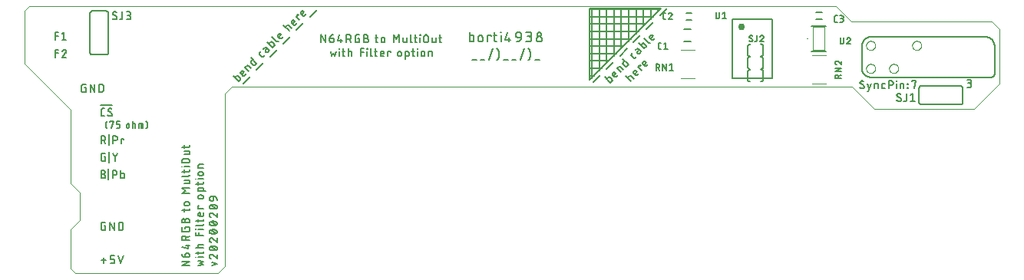
<source format=gto>
G04 EAGLE Gerber X2 export*
%TF.Part,Single*%
%TF.FileFunction,Other,silk top*%
%TF.FilePolarity,Positive*%
%TF.GenerationSoftware,Autodesk,EAGLE,9.5.2*%
%TF.CreationDate,2020-03-22T20:09:01Z*%
G75*
%MOMM*%
%FSLAX34Y34*%
%LPD*%
%INsilk top*%
%AMOC8*
5,1,8,0,0,1.08239X$1,22.5*%
G01*
%ADD10C,0.000000*%
%ADD11C,0.152400*%
%ADD12C,0.127000*%
%ADD13C,0.203200*%
%ADD14C,0.750000*%
%ADD15C,0.101600*%
%ADD16C,0.010000*%
%ADD17C,0.075000*%


D10*
X0Y232410D02*
X50800Y181610D01*
X50800Y100330D01*
X60960Y90170D01*
X60960Y59690D01*
X50800Y49530D01*
X50800Y6350D01*
X55880Y1270D01*
X213360Y1270D01*
X1075690Y210820D02*
X1075690Y270510D01*
D11*
X708660Y293370D02*
X701006Y285716D01*
X693935Y278645D02*
X686281Y270991D01*
X679210Y263920D02*
X671556Y256266D01*
X664484Y249194D02*
X656830Y241540D01*
X649759Y234469D02*
X642105Y226815D01*
X635034Y219744D02*
X627380Y212090D01*
X623570Y214630D02*
X702310Y293370D01*
X623570Y293370D02*
X623570Y214630D01*
X623570Y293370D02*
X702310Y293370D01*
X628396Y219456D02*
X623570Y219456D01*
X623570Y227584D02*
X636524Y227584D01*
X644652Y235712D02*
X623570Y235712D01*
X623570Y243840D02*
X652780Y243840D01*
X660908Y251968D02*
X623570Y251968D01*
X623570Y260096D02*
X669036Y260096D01*
X677164Y268224D02*
X623570Y268224D01*
X623570Y276352D02*
X685292Y276352D01*
X693420Y284480D02*
X623570Y284480D01*
X623570Y292608D02*
X701548Y292608D01*
X625856Y293370D02*
X625856Y216916D01*
X633984Y225044D02*
X633984Y293370D01*
X642112Y293370D02*
X642112Y233172D01*
X650240Y241300D02*
X650240Y293370D01*
X658368Y293370D02*
X658368Y249428D01*
X666496Y257556D02*
X666496Y293370D01*
X674624Y293370D02*
X674624Y265684D01*
X682752Y273812D02*
X682752Y293370D01*
X690880Y293370D02*
X690880Y281940D01*
X699008Y290068D02*
X699008Y293370D01*
X640210Y217853D02*
X646317Y211747D01*
X648013Y213443D01*
X648064Y213498D01*
X648113Y213555D01*
X648159Y213615D01*
X648202Y213677D01*
X648241Y213741D01*
X648277Y213808D01*
X648310Y213876D01*
X648338Y213945D01*
X648364Y214016D01*
X648385Y214089D01*
X648403Y214162D01*
X648416Y214236D01*
X648426Y214311D01*
X648432Y214386D01*
X648434Y214461D01*
X648432Y214536D01*
X648426Y214611D01*
X648416Y214686D01*
X648403Y214760D01*
X648385Y214833D01*
X648364Y214906D01*
X648338Y214977D01*
X648310Y215046D01*
X648277Y215114D01*
X648241Y215180D01*
X648202Y215245D01*
X648159Y215307D01*
X648113Y215367D01*
X648064Y215424D01*
X648013Y215478D01*
X648013Y215479D02*
X645977Y217514D01*
X645978Y217514D02*
X645925Y217564D01*
X645869Y217611D01*
X645812Y217656D01*
X645752Y217698D01*
X645690Y217736D01*
X645626Y217771D01*
X645561Y217804D01*
X645494Y217832D01*
X645425Y217858D01*
X645356Y217879D01*
X645285Y217898D01*
X645214Y217912D01*
X645142Y217923D01*
X645069Y217931D01*
X644996Y217935D01*
X644924Y217935D01*
X644851Y217931D01*
X644778Y217923D01*
X644706Y217912D01*
X644635Y217898D01*
X644564Y217879D01*
X644495Y217858D01*
X644426Y217832D01*
X644359Y217804D01*
X644294Y217771D01*
X644230Y217736D01*
X644168Y217698D01*
X644108Y217656D01*
X644051Y217611D01*
X643995Y217564D01*
X643942Y217514D01*
X642245Y215818D01*
X652890Y218320D02*
X654586Y220017D01*
X652890Y218320D02*
X652835Y218269D01*
X652778Y218220D01*
X652718Y218174D01*
X652656Y218131D01*
X652592Y218092D01*
X652525Y218056D01*
X652457Y218023D01*
X652388Y217995D01*
X652317Y217969D01*
X652244Y217948D01*
X652171Y217930D01*
X652097Y217917D01*
X652022Y217907D01*
X651947Y217901D01*
X651872Y217899D01*
X651797Y217901D01*
X651722Y217907D01*
X651647Y217917D01*
X651573Y217930D01*
X651500Y217948D01*
X651427Y217969D01*
X651356Y217995D01*
X651287Y218023D01*
X651219Y218056D01*
X651153Y218092D01*
X651088Y218131D01*
X651026Y218174D01*
X650966Y218220D01*
X650909Y218269D01*
X650854Y218320D01*
X650855Y218320D02*
X649158Y220017D01*
X649099Y220079D01*
X649042Y220144D01*
X648988Y220211D01*
X648938Y220281D01*
X648890Y220353D01*
X648846Y220427D01*
X648805Y220503D01*
X648768Y220580D01*
X648734Y220660D01*
X648704Y220740D01*
X648677Y220822D01*
X648654Y220905D01*
X648635Y220989D01*
X648620Y221074D01*
X648608Y221159D01*
X648600Y221245D01*
X648596Y221331D01*
X648596Y221417D01*
X648600Y221503D01*
X648608Y221589D01*
X648620Y221674D01*
X648635Y221759D01*
X648654Y221843D01*
X648677Y221926D01*
X648704Y222008D01*
X648734Y222088D01*
X648768Y222168D01*
X648805Y222245D01*
X648846Y222321D01*
X648890Y222395D01*
X648938Y222467D01*
X648988Y222537D01*
X649042Y222604D01*
X649099Y222669D01*
X649158Y222731D01*
X649220Y222790D01*
X649285Y222847D01*
X649352Y222901D01*
X649422Y222951D01*
X649494Y222999D01*
X649568Y223043D01*
X649644Y223084D01*
X649721Y223121D01*
X649801Y223155D01*
X649881Y223185D01*
X649963Y223212D01*
X650046Y223235D01*
X650130Y223254D01*
X650215Y223269D01*
X650300Y223281D01*
X650386Y223289D01*
X650472Y223293D01*
X650558Y223293D01*
X650644Y223289D01*
X650730Y223281D01*
X650815Y223269D01*
X650900Y223254D01*
X650984Y223235D01*
X651067Y223212D01*
X651149Y223185D01*
X651229Y223155D01*
X651309Y223121D01*
X651386Y223084D01*
X651462Y223043D01*
X651536Y222999D01*
X651608Y222951D01*
X651678Y222901D01*
X651745Y222847D01*
X651810Y222790D01*
X651872Y222731D01*
X652551Y222052D01*
X649837Y219338D01*
X657691Y223122D02*
X653620Y227193D01*
X655317Y228889D01*
X655316Y228889D02*
X655371Y228940D01*
X655428Y228989D01*
X655488Y229035D01*
X655550Y229078D01*
X655614Y229117D01*
X655681Y229153D01*
X655749Y229186D01*
X655818Y229214D01*
X655889Y229240D01*
X655962Y229261D01*
X656035Y229279D01*
X656109Y229292D01*
X656184Y229302D01*
X656259Y229308D01*
X656334Y229310D01*
X656409Y229308D01*
X656484Y229302D01*
X656559Y229292D01*
X656633Y229279D01*
X656706Y229261D01*
X656779Y229240D01*
X656850Y229214D01*
X656919Y229186D01*
X656987Y229153D01*
X657053Y229117D01*
X657118Y229078D01*
X657180Y229035D01*
X657240Y228989D01*
X657297Y228940D01*
X657351Y228889D01*
X657352Y228889D02*
X660405Y225836D01*
X666177Y231607D02*
X660070Y237714D01*
X666177Y231607D02*
X664480Y229911D01*
X664481Y229910D02*
X664426Y229859D01*
X664369Y229810D01*
X664309Y229764D01*
X664247Y229721D01*
X664183Y229682D01*
X664116Y229646D01*
X664048Y229613D01*
X663979Y229585D01*
X663908Y229559D01*
X663835Y229538D01*
X663762Y229520D01*
X663688Y229507D01*
X663613Y229497D01*
X663538Y229491D01*
X663463Y229489D01*
X663388Y229491D01*
X663313Y229497D01*
X663238Y229507D01*
X663164Y229520D01*
X663091Y229538D01*
X663018Y229559D01*
X662947Y229585D01*
X662878Y229613D01*
X662810Y229646D01*
X662744Y229682D01*
X662679Y229721D01*
X662617Y229764D01*
X662557Y229810D01*
X662500Y229859D01*
X662445Y229910D01*
X662445Y229911D02*
X660409Y231946D01*
X660358Y232001D01*
X660309Y232058D01*
X660263Y232118D01*
X660220Y232180D01*
X660181Y232245D01*
X660145Y232311D01*
X660112Y232379D01*
X660084Y232448D01*
X660058Y232519D01*
X660037Y232592D01*
X660019Y232665D01*
X660006Y232739D01*
X659996Y232814D01*
X659990Y232889D01*
X659988Y232964D01*
X659990Y233039D01*
X659996Y233114D01*
X660006Y233189D01*
X660019Y233263D01*
X660037Y233336D01*
X660058Y233409D01*
X660084Y233480D01*
X660112Y233549D01*
X660145Y233617D01*
X660181Y233684D01*
X660220Y233748D01*
X660263Y233810D01*
X660309Y233870D01*
X660358Y233927D01*
X660409Y233982D01*
X662106Y235678D01*
X673807Y239237D02*
X675164Y240594D01*
X673807Y239237D02*
X673752Y239186D01*
X673695Y239137D01*
X673635Y239091D01*
X673573Y239048D01*
X673509Y239009D01*
X673442Y238973D01*
X673374Y238940D01*
X673305Y238912D01*
X673234Y238886D01*
X673161Y238865D01*
X673088Y238847D01*
X673014Y238834D01*
X672939Y238824D01*
X672864Y238818D01*
X672789Y238816D01*
X672714Y238818D01*
X672639Y238824D01*
X672564Y238834D01*
X672490Y238847D01*
X672417Y238865D01*
X672344Y238886D01*
X672273Y238912D01*
X672204Y238940D01*
X672136Y238973D01*
X672070Y239009D01*
X672005Y239048D01*
X671943Y239091D01*
X671883Y239137D01*
X671826Y239186D01*
X671771Y239237D01*
X669736Y241272D01*
X669735Y241272D02*
X669684Y241327D01*
X669635Y241384D01*
X669589Y241444D01*
X669546Y241506D01*
X669507Y241571D01*
X669471Y241637D01*
X669438Y241705D01*
X669410Y241774D01*
X669384Y241845D01*
X669363Y241918D01*
X669345Y241991D01*
X669332Y242065D01*
X669322Y242140D01*
X669316Y242215D01*
X669314Y242290D01*
X669316Y242365D01*
X669322Y242440D01*
X669332Y242515D01*
X669345Y242589D01*
X669363Y242662D01*
X669384Y242735D01*
X669410Y242806D01*
X669438Y242875D01*
X669471Y242943D01*
X669507Y243010D01*
X669546Y243074D01*
X669589Y243136D01*
X669635Y243196D01*
X669684Y243253D01*
X669735Y243308D01*
X669736Y243308D02*
X671093Y244665D01*
X676500Y246680D02*
X678026Y248206D01*
X676500Y246679D02*
X676444Y246621D01*
X676391Y246559D01*
X676341Y246495D01*
X676294Y246429D01*
X676250Y246361D01*
X676210Y246290D01*
X676173Y246218D01*
X676140Y246144D01*
X676110Y246068D01*
X676084Y245992D01*
X676062Y245913D01*
X676043Y245834D01*
X676029Y245755D01*
X676018Y245674D01*
X676011Y245593D01*
X676008Y245512D01*
X676009Y245431D01*
X676014Y245350D01*
X676023Y245270D01*
X676036Y245189D01*
X676052Y245110D01*
X676072Y245031D01*
X676097Y244954D01*
X676124Y244878D01*
X676156Y244803D01*
X676191Y244730D01*
X676230Y244658D01*
X676272Y244589D01*
X676317Y244522D01*
X676365Y244457D01*
X676417Y244394D01*
X676471Y244334D01*
X676529Y244276D01*
X676589Y244222D01*
X676652Y244170D01*
X676717Y244122D01*
X676784Y244077D01*
X676853Y244035D01*
X676925Y243996D01*
X676998Y243961D01*
X677073Y243929D01*
X677149Y243902D01*
X677226Y243877D01*
X677305Y243857D01*
X677384Y243841D01*
X677465Y243828D01*
X677545Y243819D01*
X677626Y243814D01*
X677707Y243813D01*
X677788Y243816D01*
X677869Y243823D01*
X677950Y243834D01*
X678029Y243848D01*
X678108Y243867D01*
X678187Y243889D01*
X678263Y243915D01*
X678339Y243945D01*
X678413Y243978D01*
X678485Y244015D01*
X678556Y244055D01*
X678624Y244099D01*
X678690Y244146D01*
X678754Y244196D01*
X678816Y244249D01*
X678874Y244305D01*
X678875Y244305D02*
X680401Y245831D01*
X677348Y248885D01*
X677295Y248935D01*
X677239Y248982D01*
X677182Y249027D01*
X677122Y249069D01*
X677060Y249107D01*
X676996Y249142D01*
X676931Y249175D01*
X676864Y249203D01*
X676795Y249229D01*
X676726Y249250D01*
X676655Y249269D01*
X676584Y249283D01*
X676512Y249294D01*
X676439Y249302D01*
X676366Y249306D01*
X676294Y249306D01*
X676221Y249302D01*
X676148Y249294D01*
X676076Y249283D01*
X676005Y249269D01*
X675934Y249250D01*
X675865Y249229D01*
X675796Y249203D01*
X675729Y249175D01*
X675664Y249142D01*
X675600Y249107D01*
X675538Y249069D01*
X675478Y249027D01*
X675421Y248982D01*
X675365Y248935D01*
X675312Y248884D01*
X675312Y248885D02*
X673955Y247528D01*
X677711Y255354D02*
X683818Y249248D01*
X685514Y250944D01*
X685565Y250999D01*
X685614Y251056D01*
X685660Y251116D01*
X685703Y251178D01*
X685742Y251242D01*
X685778Y251309D01*
X685811Y251377D01*
X685839Y251446D01*
X685865Y251517D01*
X685886Y251590D01*
X685904Y251663D01*
X685917Y251737D01*
X685927Y251812D01*
X685933Y251887D01*
X685935Y251962D01*
X685933Y252037D01*
X685927Y252112D01*
X685917Y252187D01*
X685904Y252261D01*
X685886Y252334D01*
X685865Y252407D01*
X685839Y252478D01*
X685811Y252547D01*
X685778Y252615D01*
X685742Y252681D01*
X685703Y252746D01*
X685660Y252808D01*
X685614Y252868D01*
X685565Y252925D01*
X685514Y252979D01*
X685514Y252980D02*
X683478Y255015D01*
X683479Y255015D02*
X683426Y255065D01*
X683370Y255112D01*
X683313Y255157D01*
X683253Y255199D01*
X683191Y255237D01*
X683127Y255272D01*
X683062Y255305D01*
X682995Y255333D01*
X682926Y255359D01*
X682857Y255380D01*
X682786Y255399D01*
X682715Y255413D01*
X682643Y255424D01*
X682570Y255432D01*
X682497Y255436D01*
X682425Y255436D01*
X682352Y255432D01*
X682279Y255424D01*
X682207Y255413D01*
X682136Y255399D01*
X682065Y255380D01*
X681996Y255359D01*
X681927Y255333D01*
X681860Y255305D01*
X681795Y255272D01*
X681731Y255237D01*
X681669Y255199D01*
X681609Y255157D01*
X681552Y255112D01*
X681496Y255065D01*
X681443Y255015D01*
X679747Y253319D01*
X683294Y260937D02*
X688383Y255849D01*
X688383Y255848D02*
X688436Y255798D01*
X688492Y255751D01*
X688549Y255706D01*
X688609Y255664D01*
X688671Y255626D01*
X688735Y255591D01*
X688800Y255558D01*
X688867Y255530D01*
X688936Y255504D01*
X689005Y255483D01*
X689076Y255464D01*
X689147Y255450D01*
X689219Y255439D01*
X689292Y255431D01*
X689365Y255427D01*
X689437Y255427D01*
X689510Y255431D01*
X689583Y255439D01*
X689655Y255450D01*
X689726Y255464D01*
X689797Y255483D01*
X689866Y255504D01*
X689935Y255530D01*
X690002Y255558D01*
X690067Y255591D01*
X690131Y255626D01*
X690193Y255664D01*
X690253Y255706D01*
X690310Y255751D01*
X690366Y255798D01*
X690419Y255848D01*
X693839Y259270D02*
X695536Y260966D01*
X693840Y259269D02*
X693785Y259218D01*
X693728Y259169D01*
X693668Y259123D01*
X693606Y259080D01*
X693542Y259041D01*
X693475Y259005D01*
X693407Y258972D01*
X693338Y258944D01*
X693267Y258918D01*
X693194Y258897D01*
X693121Y258879D01*
X693047Y258866D01*
X692972Y258856D01*
X692897Y258850D01*
X692822Y258848D01*
X692747Y258850D01*
X692672Y258856D01*
X692597Y258866D01*
X692523Y258879D01*
X692450Y258897D01*
X692377Y258918D01*
X692306Y258944D01*
X692237Y258972D01*
X692169Y259005D01*
X692103Y259041D01*
X692038Y259080D01*
X691976Y259123D01*
X691916Y259169D01*
X691859Y259218D01*
X691804Y259269D01*
X691804Y259270D02*
X690108Y260966D01*
X690049Y261028D01*
X689992Y261093D01*
X689938Y261160D01*
X689888Y261230D01*
X689840Y261302D01*
X689796Y261376D01*
X689755Y261452D01*
X689718Y261529D01*
X689684Y261609D01*
X689654Y261689D01*
X689627Y261771D01*
X689604Y261854D01*
X689585Y261938D01*
X689570Y262023D01*
X689558Y262108D01*
X689550Y262194D01*
X689546Y262280D01*
X689546Y262366D01*
X689550Y262452D01*
X689558Y262538D01*
X689570Y262623D01*
X689585Y262708D01*
X689604Y262792D01*
X689627Y262875D01*
X689654Y262957D01*
X689684Y263037D01*
X689718Y263117D01*
X689755Y263194D01*
X689796Y263270D01*
X689840Y263344D01*
X689888Y263416D01*
X689938Y263486D01*
X689992Y263553D01*
X690049Y263618D01*
X690108Y263680D01*
X690170Y263739D01*
X690235Y263796D01*
X690302Y263850D01*
X690372Y263900D01*
X690444Y263948D01*
X690518Y263992D01*
X690594Y264033D01*
X690671Y264070D01*
X690751Y264104D01*
X690831Y264134D01*
X690913Y264161D01*
X690996Y264184D01*
X691080Y264203D01*
X691165Y264218D01*
X691250Y264230D01*
X691336Y264238D01*
X691422Y264242D01*
X691508Y264242D01*
X691594Y264238D01*
X691680Y264230D01*
X691765Y264218D01*
X691850Y264203D01*
X691934Y264184D01*
X692017Y264161D01*
X692099Y264134D01*
X692179Y264104D01*
X692259Y264070D01*
X692336Y264033D01*
X692412Y263992D01*
X692486Y263948D01*
X692558Y263900D01*
X692628Y263850D01*
X692695Y263796D01*
X692760Y263739D01*
X692822Y263680D01*
X693500Y263001D01*
X690786Y260287D01*
X663223Y219314D02*
X669330Y213207D01*
X665259Y217278D02*
X666955Y218975D01*
X667010Y219026D01*
X667067Y219075D01*
X667127Y219121D01*
X667189Y219164D01*
X667253Y219203D01*
X667320Y219239D01*
X667388Y219272D01*
X667457Y219300D01*
X667528Y219326D01*
X667601Y219347D01*
X667674Y219365D01*
X667748Y219378D01*
X667823Y219388D01*
X667898Y219394D01*
X667973Y219396D01*
X668048Y219394D01*
X668123Y219388D01*
X668198Y219378D01*
X668272Y219365D01*
X668345Y219347D01*
X668418Y219326D01*
X668489Y219300D01*
X668558Y219272D01*
X668626Y219239D01*
X668692Y219203D01*
X668757Y219164D01*
X668819Y219121D01*
X668879Y219075D01*
X668936Y219026D01*
X668990Y218975D01*
X672044Y215921D01*
X676167Y220044D02*
X677863Y221741D01*
X676167Y220044D02*
X676112Y219993D01*
X676055Y219944D01*
X675995Y219898D01*
X675933Y219855D01*
X675869Y219816D01*
X675802Y219780D01*
X675734Y219747D01*
X675665Y219719D01*
X675594Y219693D01*
X675521Y219672D01*
X675448Y219654D01*
X675374Y219641D01*
X675299Y219631D01*
X675224Y219625D01*
X675149Y219623D01*
X675074Y219625D01*
X674999Y219631D01*
X674924Y219641D01*
X674850Y219654D01*
X674777Y219672D01*
X674704Y219693D01*
X674633Y219719D01*
X674564Y219747D01*
X674496Y219780D01*
X674430Y219816D01*
X674365Y219855D01*
X674303Y219898D01*
X674243Y219944D01*
X674186Y219993D01*
X674131Y220044D01*
X672435Y221741D01*
X672376Y221803D01*
X672319Y221868D01*
X672265Y221935D01*
X672215Y222005D01*
X672167Y222077D01*
X672123Y222151D01*
X672082Y222227D01*
X672045Y222304D01*
X672011Y222384D01*
X671981Y222464D01*
X671954Y222546D01*
X671931Y222629D01*
X671912Y222713D01*
X671897Y222798D01*
X671885Y222883D01*
X671877Y222969D01*
X671873Y223055D01*
X671873Y223141D01*
X671877Y223227D01*
X671885Y223313D01*
X671897Y223398D01*
X671912Y223483D01*
X671931Y223567D01*
X671954Y223650D01*
X671981Y223732D01*
X672011Y223812D01*
X672045Y223892D01*
X672082Y223969D01*
X672123Y224045D01*
X672167Y224119D01*
X672215Y224191D01*
X672265Y224261D01*
X672319Y224328D01*
X672376Y224393D01*
X672435Y224455D01*
X672497Y224514D01*
X672562Y224571D01*
X672629Y224625D01*
X672699Y224675D01*
X672771Y224723D01*
X672845Y224767D01*
X672921Y224808D01*
X672998Y224845D01*
X673078Y224879D01*
X673158Y224909D01*
X673240Y224936D01*
X673323Y224959D01*
X673407Y224978D01*
X673492Y224993D01*
X673577Y225005D01*
X673663Y225013D01*
X673749Y225017D01*
X673835Y225017D01*
X673921Y225013D01*
X674007Y225005D01*
X674092Y224993D01*
X674177Y224978D01*
X674261Y224959D01*
X674344Y224936D01*
X674426Y224909D01*
X674506Y224879D01*
X674586Y224845D01*
X674663Y224808D01*
X674739Y224767D01*
X674813Y224723D01*
X674885Y224675D01*
X674955Y224625D01*
X675022Y224571D01*
X675087Y224514D01*
X675149Y224455D01*
X675827Y223776D01*
X673113Y221062D01*
X681022Y224900D02*
X676951Y228971D01*
X678987Y231006D01*
X679665Y230328D01*
X686296Y230174D02*
X687993Y231870D01*
X686297Y230174D02*
X686242Y230123D01*
X686185Y230074D01*
X686125Y230028D01*
X686063Y229985D01*
X685999Y229946D01*
X685932Y229910D01*
X685864Y229877D01*
X685795Y229849D01*
X685724Y229823D01*
X685651Y229802D01*
X685578Y229784D01*
X685504Y229771D01*
X685429Y229761D01*
X685354Y229755D01*
X685279Y229753D01*
X685204Y229755D01*
X685129Y229761D01*
X685054Y229771D01*
X684980Y229784D01*
X684907Y229802D01*
X684834Y229823D01*
X684763Y229849D01*
X684694Y229877D01*
X684626Y229910D01*
X684560Y229946D01*
X684495Y229985D01*
X684433Y230028D01*
X684373Y230074D01*
X684316Y230123D01*
X684261Y230174D01*
X682565Y231870D01*
X682506Y231932D01*
X682449Y231997D01*
X682395Y232064D01*
X682345Y232134D01*
X682297Y232206D01*
X682253Y232280D01*
X682212Y232356D01*
X682175Y232433D01*
X682141Y232513D01*
X682111Y232593D01*
X682084Y232675D01*
X682061Y232758D01*
X682042Y232842D01*
X682027Y232927D01*
X682015Y233012D01*
X682007Y233098D01*
X682003Y233184D01*
X682003Y233270D01*
X682007Y233356D01*
X682015Y233442D01*
X682027Y233527D01*
X682042Y233612D01*
X682061Y233696D01*
X682084Y233779D01*
X682111Y233861D01*
X682141Y233941D01*
X682175Y234021D01*
X682212Y234098D01*
X682253Y234174D01*
X682297Y234248D01*
X682345Y234320D01*
X682395Y234390D01*
X682449Y234457D01*
X682506Y234522D01*
X682565Y234584D01*
X682627Y234643D01*
X682692Y234700D01*
X682759Y234754D01*
X682829Y234804D01*
X682901Y234852D01*
X682975Y234896D01*
X683051Y234937D01*
X683128Y234974D01*
X683208Y235008D01*
X683288Y235038D01*
X683370Y235065D01*
X683453Y235088D01*
X683537Y235107D01*
X683622Y235122D01*
X683707Y235134D01*
X683793Y235142D01*
X683879Y235146D01*
X683965Y235146D01*
X684051Y235142D01*
X684137Y235134D01*
X684222Y235122D01*
X684307Y235107D01*
X684391Y235088D01*
X684474Y235065D01*
X684556Y235038D01*
X684636Y235008D01*
X684716Y234974D01*
X684793Y234937D01*
X684869Y234896D01*
X684943Y234852D01*
X685015Y234804D01*
X685085Y234754D01*
X685152Y234700D01*
X685217Y234643D01*
X685279Y234584D01*
X685957Y233906D01*
X683243Y231192D01*
X978662Y213868D02*
X978662Y212908D01*
X978662Y213868D02*
X983460Y213868D01*
X981061Y205232D01*
X67790Y206220D02*
X66350Y206220D01*
X67790Y206220D02*
X67790Y201422D01*
X64911Y201422D01*
X64825Y201424D01*
X64739Y201430D01*
X64653Y201439D01*
X64568Y201453D01*
X64484Y201470D01*
X64400Y201491D01*
X64318Y201516D01*
X64237Y201544D01*
X64157Y201576D01*
X64078Y201612D01*
X64002Y201651D01*
X63927Y201694D01*
X63854Y201739D01*
X63783Y201788D01*
X63715Y201841D01*
X63648Y201896D01*
X63585Y201954D01*
X63524Y202015D01*
X63466Y202078D01*
X63411Y202145D01*
X63358Y202213D01*
X63309Y202284D01*
X63264Y202357D01*
X63221Y202432D01*
X63182Y202508D01*
X63146Y202587D01*
X63114Y202667D01*
X63086Y202748D01*
X63061Y202830D01*
X63040Y202914D01*
X63023Y202998D01*
X63009Y203083D01*
X63000Y203169D01*
X62994Y203255D01*
X62992Y203341D01*
X62992Y208139D01*
X62994Y208225D01*
X63000Y208311D01*
X63009Y208397D01*
X63023Y208482D01*
X63040Y208566D01*
X63061Y208650D01*
X63086Y208732D01*
X63114Y208813D01*
X63146Y208893D01*
X63182Y208972D01*
X63221Y209048D01*
X63264Y209123D01*
X63309Y209196D01*
X63358Y209267D01*
X63411Y209335D01*
X63466Y209402D01*
X63524Y209465D01*
X63585Y209526D01*
X63648Y209584D01*
X63715Y209639D01*
X63783Y209691D01*
X63854Y209741D01*
X63927Y209786D01*
X64002Y209829D01*
X64078Y209868D01*
X64157Y209904D01*
X64237Y209936D01*
X64318Y209964D01*
X64400Y209989D01*
X64484Y210010D01*
X64568Y210027D01*
X64653Y210041D01*
X64739Y210050D01*
X64825Y210056D01*
X64911Y210058D01*
X67790Y210058D01*
X72746Y210058D02*
X72746Y201422D01*
X77543Y201422D02*
X72746Y210058D01*
X77543Y210058D02*
X77543Y201422D01*
X82499Y201422D02*
X82499Y210058D01*
X84898Y210058D01*
X84995Y210056D01*
X85091Y210050D01*
X85187Y210041D01*
X85283Y210027D01*
X85378Y210010D01*
X85472Y209988D01*
X85565Y209963D01*
X85658Y209935D01*
X85749Y209902D01*
X85838Y209866D01*
X85926Y209826D01*
X86013Y209783D01*
X86098Y209737D01*
X86180Y209687D01*
X86261Y209633D01*
X86339Y209577D01*
X86415Y209517D01*
X86489Y209455D01*
X86560Y209389D01*
X86628Y209321D01*
X86694Y209250D01*
X86756Y209176D01*
X86816Y209100D01*
X86872Y209022D01*
X86926Y208941D01*
X86976Y208859D01*
X87022Y208774D01*
X87065Y208687D01*
X87105Y208599D01*
X87141Y208510D01*
X87174Y208419D01*
X87202Y208326D01*
X87227Y208233D01*
X87249Y208139D01*
X87266Y208044D01*
X87280Y207948D01*
X87289Y207852D01*
X87295Y207756D01*
X87297Y207659D01*
X87297Y203821D01*
X87295Y203724D01*
X87289Y203628D01*
X87280Y203532D01*
X87266Y203436D01*
X87249Y203341D01*
X87227Y203247D01*
X87202Y203154D01*
X87174Y203061D01*
X87141Y202970D01*
X87105Y202881D01*
X87065Y202793D01*
X87022Y202706D01*
X86976Y202622D01*
X86926Y202539D01*
X86872Y202458D01*
X86816Y202380D01*
X86756Y202304D01*
X86694Y202230D01*
X86628Y202159D01*
X86560Y202091D01*
X86489Y202025D01*
X86415Y201963D01*
X86339Y201903D01*
X86261Y201847D01*
X86180Y201793D01*
X86098Y201743D01*
X86013Y201697D01*
X85926Y201654D01*
X85838Y201614D01*
X85749Y201578D01*
X85658Y201545D01*
X85565Y201517D01*
X85472Y201492D01*
X85378Y201470D01*
X85283Y201453D01*
X85187Y201439D01*
X85091Y201430D01*
X84995Y201424D01*
X84898Y201422D01*
X82499Y201422D01*
X87940Y53820D02*
X89380Y53820D01*
X89380Y49022D01*
X86501Y49022D01*
X86415Y49024D01*
X86329Y49030D01*
X86243Y49039D01*
X86158Y49053D01*
X86074Y49070D01*
X85990Y49091D01*
X85908Y49116D01*
X85827Y49144D01*
X85747Y49176D01*
X85668Y49212D01*
X85592Y49251D01*
X85517Y49294D01*
X85444Y49339D01*
X85373Y49388D01*
X85305Y49441D01*
X85238Y49496D01*
X85175Y49554D01*
X85114Y49615D01*
X85056Y49678D01*
X85001Y49745D01*
X84948Y49813D01*
X84899Y49884D01*
X84854Y49957D01*
X84811Y50032D01*
X84772Y50108D01*
X84736Y50187D01*
X84704Y50267D01*
X84676Y50348D01*
X84651Y50430D01*
X84630Y50514D01*
X84613Y50598D01*
X84599Y50683D01*
X84590Y50769D01*
X84584Y50855D01*
X84582Y50941D01*
X84582Y55739D01*
X84584Y55825D01*
X84590Y55911D01*
X84599Y55997D01*
X84613Y56082D01*
X84630Y56166D01*
X84651Y56250D01*
X84676Y56332D01*
X84704Y56413D01*
X84736Y56493D01*
X84772Y56572D01*
X84811Y56648D01*
X84854Y56723D01*
X84899Y56796D01*
X84948Y56867D01*
X85001Y56935D01*
X85056Y57002D01*
X85114Y57065D01*
X85175Y57126D01*
X85238Y57184D01*
X85305Y57239D01*
X85373Y57291D01*
X85444Y57341D01*
X85517Y57386D01*
X85592Y57429D01*
X85668Y57468D01*
X85747Y57504D01*
X85827Y57536D01*
X85908Y57564D01*
X85990Y57589D01*
X86074Y57610D01*
X86158Y57627D01*
X86243Y57641D01*
X86329Y57650D01*
X86415Y57656D01*
X86501Y57658D01*
X89380Y57658D01*
X94336Y57658D02*
X94336Y49022D01*
X99133Y49022D02*
X94336Y57658D01*
X99133Y57658D02*
X99133Y49022D01*
X104089Y49022D02*
X104089Y57658D01*
X106488Y57658D01*
X106585Y57656D01*
X106681Y57650D01*
X106777Y57641D01*
X106873Y57627D01*
X106968Y57610D01*
X107062Y57588D01*
X107155Y57563D01*
X107248Y57535D01*
X107339Y57502D01*
X107428Y57466D01*
X107516Y57426D01*
X107603Y57383D01*
X107688Y57337D01*
X107770Y57287D01*
X107851Y57233D01*
X107929Y57177D01*
X108005Y57117D01*
X108079Y57055D01*
X108150Y56989D01*
X108218Y56921D01*
X108284Y56850D01*
X108346Y56776D01*
X108406Y56700D01*
X108462Y56622D01*
X108516Y56541D01*
X108566Y56459D01*
X108612Y56374D01*
X108655Y56287D01*
X108695Y56199D01*
X108731Y56110D01*
X108764Y56019D01*
X108792Y55926D01*
X108817Y55833D01*
X108839Y55739D01*
X108856Y55644D01*
X108870Y55548D01*
X108879Y55452D01*
X108885Y55356D01*
X108887Y55259D01*
X108887Y51421D01*
X108885Y51324D01*
X108879Y51228D01*
X108870Y51132D01*
X108856Y51036D01*
X108839Y50941D01*
X108817Y50847D01*
X108792Y50754D01*
X108764Y50661D01*
X108731Y50570D01*
X108695Y50481D01*
X108655Y50393D01*
X108612Y50306D01*
X108566Y50221D01*
X108516Y50139D01*
X108462Y50058D01*
X108406Y49980D01*
X108346Y49904D01*
X108284Y49830D01*
X108218Y49759D01*
X108150Y49691D01*
X108079Y49625D01*
X108005Y49563D01*
X107929Y49503D01*
X107851Y49447D01*
X107770Y49393D01*
X107688Y49343D01*
X107603Y49297D01*
X107516Y49254D01*
X107428Y49214D01*
X107339Y49178D01*
X107248Y49145D01*
X107155Y49117D01*
X107062Y49092D01*
X106968Y49070D01*
X106873Y49053D01*
X106777Y49039D01*
X106681Y49030D01*
X106585Y49024D01*
X106488Y49022D01*
X104089Y49022D01*
X90339Y15550D02*
X84582Y15550D01*
X87461Y12672D02*
X87461Y18429D01*
X94815Y12192D02*
X97694Y12192D01*
X97780Y12194D01*
X97866Y12200D01*
X97952Y12209D01*
X98037Y12223D01*
X98121Y12240D01*
X98205Y12261D01*
X98287Y12286D01*
X98368Y12314D01*
X98448Y12346D01*
X98527Y12382D01*
X98603Y12421D01*
X98678Y12464D01*
X98751Y12509D01*
X98822Y12559D01*
X98890Y12611D01*
X98957Y12666D01*
X99020Y12724D01*
X99081Y12785D01*
X99139Y12848D01*
X99194Y12915D01*
X99247Y12983D01*
X99296Y13054D01*
X99341Y13127D01*
X99384Y13202D01*
X99423Y13278D01*
X99459Y13357D01*
X99491Y13437D01*
X99519Y13518D01*
X99544Y13601D01*
X99565Y13684D01*
X99582Y13768D01*
X99596Y13853D01*
X99605Y13939D01*
X99611Y14025D01*
X99613Y14111D01*
X99613Y15071D01*
X99611Y15157D01*
X99605Y15243D01*
X99596Y15329D01*
X99582Y15414D01*
X99565Y15498D01*
X99544Y15582D01*
X99519Y15664D01*
X99491Y15745D01*
X99459Y15825D01*
X99423Y15904D01*
X99384Y15980D01*
X99341Y16055D01*
X99296Y16128D01*
X99247Y16199D01*
X99194Y16267D01*
X99139Y16334D01*
X99081Y16397D01*
X99020Y16458D01*
X98957Y16516D01*
X98890Y16571D01*
X98822Y16624D01*
X98751Y16673D01*
X98678Y16718D01*
X98603Y16761D01*
X98527Y16800D01*
X98448Y16836D01*
X98368Y16868D01*
X98287Y16896D01*
X98205Y16921D01*
X98121Y16942D01*
X98037Y16959D01*
X97952Y16973D01*
X97866Y16982D01*
X97780Y16988D01*
X97694Y16990D01*
X94815Y16990D01*
X94815Y20828D01*
X99613Y20828D01*
X103480Y20828D02*
X106358Y12192D01*
X109237Y20828D01*
X86981Y110970D02*
X84582Y110970D01*
X86981Y110970D02*
X87078Y110968D01*
X87174Y110962D01*
X87270Y110953D01*
X87366Y110939D01*
X87461Y110922D01*
X87555Y110900D01*
X87648Y110875D01*
X87741Y110847D01*
X87832Y110814D01*
X87921Y110778D01*
X88009Y110738D01*
X88096Y110695D01*
X88181Y110649D01*
X88263Y110599D01*
X88344Y110545D01*
X88422Y110489D01*
X88498Y110429D01*
X88572Y110367D01*
X88643Y110301D01*
X88711Y110233D01*
X88777Y110162D01*
X88839Y110088D01*
X88899Y110012D01*
X88955Y109934D01*
X89009Y109853D01*
X89059Y109770D01*
X89105Y109686D01*
X89148Y109599D01*
X89188Y109511D01*
X89224Y109422D01*
X89257Y109331D01*
X89285Y109238D01*
X89310Y109145D01*
X89332Y109051D01*
X89349Y108956D01*
X89363Y108860D01*
X89372Y108764D01*
X89378Y108668D01*
X89380Y108571D01*
X89378Y108474D01*
X89372Y108378D01*
X89363Y108282D01*
X89349Y108186D01*
X89332Y108091D01*
X89310Y107997D01*
X89285Y107904D01*
X89257Y107811D01*
X89224Y107720D01*
X89188Y107631D01*
X89148Y107543D01*
X89105Y107456D01*
X89059Y107371D01*
X89009Y107289D01*
X88955Y107208D01*
X88899Y107130D01*
X88839Y107054D01*
X88777Y106980D01*
X88711Y106909D01*
X88643Y106841D01*
X88572Y106775D01*
X88498Y106713D01*
X88422Y106653D01*
X88344Y106597D01*
X88263Y106543D01*
X88181Y106493D01*
X88096Y106447D01*
X88009Y106404D01*
X87921Y106364D01*
X87832Y106328D01*
X87741Y106295D01*
X87648Y106267D01*
X87555Y106242D01*
X87461Y106220D01*
X87366Y106203D01*
X87270Y106189D01*
X87174Y106180D01*
X87078Y106174D01*
X86981Y106172D01*
X84582Y106172D01*
X84582Y114808D01*
X86981Y114808D01*
X87067Y114806D01*
X87153Y114800D01*
X87239Y114791D01*
X87324Y114777D01*
X87408Y114760D01*
X87492Y114739D01*
X87574Y114714D01*
X87655Y114686D01*
X87735Y114654D01*
X87814Y114618D01*
X87890Y114579D01*
X87965Y114536D01*
X88038Y114491D01*
X88109Y114442D01*
X88177Y114389D01*
X88244Y114334D01*
X88307Y114276D01*
X88368Y114215D01*
X88426Y114152D01*
X88481Y114085D01*
X88534Y114017D01*
X88583Y113946D01*
X88628Y113873D01*
X88671Y113798D01*
X88710Y113722D01*
X88746Y113643D01*
X88778Y113563D01*
X88806Y113482D01*
X88831Y113400D01*
X88852Y113316D01*
X88869Y113232D01*
X88883Y113147D01*
X88892Y113061D01*
X88898Y112975D01*
X88900Y112889D01*
X88898Y112803D01*
X88892Y112717D01*
X88883Y112631D01*
X88869Y112546D01*
X88852Y112462D01*
X88831Y112378D01*
X88806Y112296D01*
X88778Y112215D01*
X88746Y112135D01*
X88710Y112056D01*
X88671Y111980D01*
X88628Y111905D01*
X88583Y111832D01*
X88534Y111761D01*
X88481Y111693D01*
X88426Y111626D01*
X88368Y111563D01*
X88307Y111502D01*
X88244Y111444D01*
X88177Y111389D01*
X88109Y111336D01*
X88038Y111287D01*
X87965Y111242D01*
X87890Y111199D01*
X87814Y111160D01*
X87735Y111124D01*
X87655Y111092D01*
X87574Y111064D01*
X87492Y111039D01*
X87408Y111018D01*
X87324Y111001D01*
X87239Y110987D01*
X87153Y110978D01*
X87067Y110972D01*
X86981Y110970D01*
X92882Y116247D02*
X92882Y104733D01*
X97384Y106172D02*
X97384Y114808D01*
X99782Y114808D01*
X99879Y114806D01*
X99975Y114800D01*
X100071Y114791D01*
X100167Y114777D01*
X100262Y114760D01*
X100356Y114738D01*
X100449Y114713D01*
X100542Y114685D01*
X100633Y114652D01*
X100722Y114616D01*
X100810Y114576D01*
X100897Y114533D01*
X100982Y114487D01*
X101064Y114437D01*
X101145Y114383D01*
X101223Y114327D01*
X101299Y114267D01*
X101373Y114205D01*
X101444Y114139D01*
X101512Y114071D01*
X101578Y114000D01*
X101640Y113926D01*
X101700Y113850D01*
X101756Y113772D01*
X101810Y113691D01*
X101860Y113608D01*
X101906Y113524D01*
X101949Y113437D01*
X101989Y113349D01*
X102025Y113260D01*
X102058Y113169D01*
X102086Y113076D01*
X102111Y112983D01*
X102133Y112889D01*
X102150Y112794D01*
X102164Y112698D01*
X102173Y112602D01*
X102179Y112506D01*
X102181Y112409D01*
X102179Y112312D01*
X102173Y112216D01*
X102164Y112120D01*
X102150Y112024D01*
X102133Y111929D01*
X102111Y111835D01*
X102086Y111742D01*
X102058Y111649D01*
X102025Y111558D01*
X101989Y111469D01*
X101949Y111381D01*
X101906Y111294D01*
X101860Y111209D01*
X101810Y111127D01*
X101756Y111046D01*
X101700Y110968D01*
X101640Y110892D01*
X101578Y110818D01*
X101512Y110747D01*
X101444Y110679D01*
X101373Y110613D01*
X101299Y110551D01*
X101223Y110491D01*
X101145Y110435D01*
X101064Y110381D01*
X100982Y110331D01*
X100897Y110285D01*
X100810Y110242D01*
X100722Y110202D01*
X100633Y110166D01*
X100542Y110133D01*
X100449Y110105D01*
X100356Y110080D01*
X100262Y110058D01*
X100167Y110041D01*
X100071Y110027D01*
X99975Y110018D01*
X99879Y110012D01*
X99782Y110010D01*
X97384Y110010D01*
X106271Y106172D02*
X106271Y114808D01*
X106271Y106172D02*
X108670Y106172D01*
X108745Y106174D01*
X108820Y106180D01*
X108895Y106190D01*
X108969Y106203D01*
X109042Y106221D01*
X109115Y106242D01*
X109186Y106268D01*
X109255Y106296D01*
X109323Y106329D01*
X109389Y106365D01*
X109454Y106404D01*
X109516Y106447D01*
X109576Y106493D01*
X109633Y106542D01*
X109688Y106593D01*
X109739Y106648D01*
X109788Y106705D01*
X109834Y106765D01*
X109877Y106827D01*
X109916Y106891D01*
X109952Y106958D01*
X109985Y107026D01*
X110013Y107095D01*
X110039Y107166D01*
X110060Y107239D01*
X110078Y107312D01*
X110091Y107386D01*
X110101Y107461D01*
X110107Y107536D01*
X110109Y107611D01*
X110109Y110490D01*
X110107Y110565D01*
X110101Y110640D01*
X110091Y110715D01*
X110078Y110789D01*
X110060Y110862D01*
X110039Y110935D01*
X110013Y111006D01*
X109985Y111075D01*
X109952Y111143D01*
X109916Y111210D01*
X109877Y111274D01*
X109834Y111336D01*
X109788Y111396D01*
X109739Y111453D01*
X109688Y111508D01*
X109633Y111559D01*
X109576Y111608D01*
X109516Y111654D01*
X109454Y111697D01*
X109390Y111736D01*
X109323Y111772D01*
X109255Y111805D01*
X109186Y111833D01*
X109115Y111859D01*
X109042Y111880D01*
X108969Y111898D01*
X108895Y111911D01*
X108820Y111921D01*
X108745Y111927D01*
X108670Y111929D01*
X106271Y111929D01*
X89380Y130020D02*
X87940Y130020D01*
X89380Y130020D02*
X89380Y125222D01*
X86501Y125222D01*
X86415Y125224D01*
X86329Y125230D01*
X86243Y125239D01*
X86158Y125253D01*
X86074Y125270D01*
X85990Y125291D01*
X85908Y125316D01*
X85827Y125344D01*
X85747Y125376D01*
X85668Y125412D01*
X85592Y125451D01*
X85517Y125494D01*
X85444Y125539D01*
X85373Y125588D01*
X85305Y125641D01*
X85238Y125696D01*
X85175Y125754D01*
X85114Y125815D01*
X85056Y125878D01*
X85001Y125945D01*
X84948Y126013D01*
X84899Y126084D01*
X84854Y126157D01*
X84811Y126232D01*
X84772Y126308D01*
X84736Y126387D01*
X84704Y126467D01*
X84676Y126548D01*
X84651Y126630D01*
X84630Y126714D01*
X84613Y126798D01*
X84599Y126883D01*
X84590Y126969D01*
X84584Y127055D01*
X84582Y127141D01*
X84582Y131939D01*
X84584Y132025D01*
X84590Y132111D01*
X84599Y132197D01*
X84613Y132282D01*
X84630Y132366D01*
X84651Y132450D01*
X84676Y132532D01*
X84704Y132613D01*
X84736Y132693D01*
X84772Y132772D01*
X84811Y132848D01*
X84854Y132923D01*
X84899Y132996D01*
X84948Y133067D01*
X85001Y133135D01*
X85056Y133202D01*
X85114Y133265D01*
X85175Y133326D01*
X85238Y133384D01*
X85305Y133439D01*
X85373Y133491D01*
X85444Y133541D01*
X85517Y133586D01*
X85592Y133629D01*
X85668Y133668D01*
X85747Y133704D01*
X85827Y133736D01*
X85908Y133764D01*
X85990Y133789D01*
X86074Y133810D01*
X86158Y133827D01*
X86243Y133841D01*
X86329Y133850D01*
X86415Y133856D01*
X86501Y133858D01*
X89380Y133858D01*
X93686Y135297D02*
X93686Y123783D01*
X100087Y129780D02*
X97209Y133858D01*
X100087Y129780D02*
X102966Y133858D01*
X100087Y129780D02*
X100087Y125222D01*
X84582Y144272D02*
X84582Y152908D01*
X86981Y152908D01*
X87078Y152906D01*
X87174Y152900D01*
X87270Y152891D01*
X87366Y152877D01*
X87461Y152860D01*
X87555Y152838D01*
X87648Y152813D01*
X87741Y152785D01*
X87832Y152752D01*
X87921Y152716D01*
X88009Y152676D01*
X88096Y152633D01*
X88181Y152587D01*
X88263Y152537D01*
X88344Y152483D01*
X88422Y152427D01*
X88498Y152367D01*
X88572Y152305D01*
X88643Y152239D01*
X88711Y152171D01*
X88777Y152100D01*
X88839Y152026D01*
X88899Y151950D01*
X88955Y151872D01*
X89009Y151791D01*
X89059Y151708D01*
X89105Y151624D01*
X89148Y151537D01*
X89188Y151449D01*
X89224Y151360D01*
X89257Y151269D01*
X89285Y151176D01*
X89310Y151083D01*
X89332Y150989D01*
X89349Y150894D01*
X89363Y150798D01*
X89372Y150702D01*
X89378Y150606D01*
X89380Y150509D01*
X89378Y150412D01*
X89372Y150316D01*
X89363Y150220D01*
X89349Y150124D01*
X89332Y150029D01*
X89310Y149935D01*
X89285Y149842D01*
X89257Y149749D01*
X89224Y149658D01*
X89188Y149569D01*
X89148Y149481D01*
X89105Y149394D01*
X89059Y149310D01*
X89009Y149227D01*
X88955Y149146D01*
X88899Y149068D01*
X88839Y148992D01*
X88777Y148918D01*
X88711Y148847D01*
X88643Y148779D01*
X88572Y148713D01*
X88498Y148651D01*
X88422Y148591D01*
X88344Y148535D01*
X88263Y148481D01*
X88181Y148431D01*
X88096Y148385D01*
X88009Y148342D01*
X87921Y148302D01*
X87832Y148266D01*
X87741Y148233D01*
X87648Y148205D01*
X87555Y148180D01*
X87461Y148158D01*
X87366Y148141D01*
X87270Y148127D01*
X87174Y148118D01*
X87078Y148112D01*
X86981Y148110D01*
X84582Y148110D01*
X87461Y148110D02*
X89380Y144272D01*
X93297Y142833D02*
X93297Y154347D01*
X97798Y152908D02*
X97798Y144272D01*
X97798Y152908D02*
X100197Y152908D01*
X100294Y152906D01*
X100390Y152900D01*
X100486Y152891D01*
X100582Y152877D01*
X100677Y152860D01*
X100771Y152838D01*
X100864Y152813D01*
X100957Y152785D01*
X101048Y152752D01*
X101137Y152716D01*
X101225Y152676D01*
X101312Y152633D01*
X101397Y152587D01*
X101479Y152537D01*
X101560Y152483D01*
X101638Y152427D01*
X101714Y152367D01*
X101788Y152305D01*
X101859Y152239D01*
X101927Y152171D01*
X101993Y152100D01*
X102055Y152026D01*
X102115Y151950D01*
X102171Y151872D01*
X102225Y151791D01*
X102275Y151708D01*
X102321Y151624D01*
X102364Y151537D01*
X102404Y151449D01*
X102440Y151360D01*
X102473Y151269D01*
X102501Y151176D01*
X102526Y151083D01*
X102548Y150989D01*
X102565Y150894D01*
X102579Y150798D01*
X102588Y150702D01*
X102594Y150606D01*
X102596Y150509D01*
X102594Y150412D01*
X102588Y150316D01*
X102579Y150220D01*
X102565Y150124D01*
X102548Y150029D01*
X102526Y149935D01*
X102501Y149842D01*
X102473Y149749D01*
X102440Y149658D01*
X102404Y149569D01*
X102364Y149481D01*
X102321Y149394D01*
X102275Y149310D01*
X102225Y149227D01*
X102171Y149146D01*
X102115Y149068D01*
X102055Y148992D01*
X101993Y148918D01*
X101927Y148847D01*
X101859Y148779D01*
X101788Y148713D01*
X101714Y148651D01*
X101638Y148591D01*
X101560Y148535D01*
X101479Y148481D01*
X101397Y148431D01*
X101312Y148385D01*
X101225Y148342D01*
X101137Y148302D01*
X101048Y148266D01*
X100957Y148233D01*
X100864Y148205D01*
X100771Y148180D01*
X100677Y148158D01*
X100582Y148141D01*
X100486Y148127D01*
X100390Y148118D01*
X100294Y148112D01*
X100197Y148110D01*
X97798Y148110D01*
X106694Y150029D02*
X106694Y144272D01*
X106694Y150029D02*
X109573Y150029D01*
X109573Y149070D01*
X88420Y174752D02*
X86501Y174752D01*
X86415Y174754D01*
X86329Y174760D01*
X86243Y174769D01*
X86158Y174783D01*
X86074Y174800D01*
X85990Y174821D01*
X85908Y174846D01*
X85827Y174874D01*
X85747Y174906D01*
X85668Y174942D01*
X85592Y174981D01*
X85517Y175024D01*
X85444Y175069D01*
X85373Y175118D01*
X85305Y175171D01*
X85238Y175226D01*
X85175Y175284D01*
X85114Y175345D01*
X85056Y175408D01*
X85001Y175475D01*
X84948Y175543D01*
X84899Y175614D01*
X84854Y175687D01*
X84811Y175762D01*
X84772Y175838D01*
X84736Y175917D01*
X84704Y175997D01*
X84676Y176078D01*
X84651Y176160D01*
X84630Y176244D01*
X84613Y176328D01*
X84599Y176413D01*
X84590Y176499D01*
X84584Y176585D01*
X84582Y176671D01*
X84582Y181469D01*
X84584Y181555D01*
X84590Y181641D01*
X84599Y181727D01*
X84613Y181812D01*
X84630Y181896D01*
X84651Y181980D01*
X84676Y182062D01*
X84704Y182143D01*
X84736Y182223D01*
X84772Y182302D01*
X84811Y182378D01*
X84854Y182453D01*
X84899Y182526D01*
X84948Y182597D01*
X85001Y182665D01*
X85056Y182732D01*
X85114Y182795D01*
X85175Y182856D01*
X85238Y182914D01*
X85305Y182969D01*
X85373Y183021D01*
X85444Y183071D01*
X85517Y183116D01*
X85592Y183159D01*
X85668Y183198D01*
X85747Y183234D01*
X85827Y183266D01*
X85908Y183294D01*
X85990Y183319D01*
X86074Y183340D01*
X86158Y183357D01*
X86243Y183371D01*
X86329Y183380D01*
X86415Y183386D01*
X86501Y183388D01*
X88420Y183388D01*
X96733Y176671D02*
X96731Y176585D01*
X96725Y176499D01*
X96716Y176413D01*
X96702Y176328D01*
X96685Y176244D01*
X96664Y176160D01*
X96639Y176078D01*
X96611Y175997D01*
X96579Y175917D01*
X96543Y175838D01*
X96504Y175762D01*
X96461Y175687D01*
X96416Y175614D01*
X96367Y175543D01*
X96314Y175475D01*
X96259Y175408D01*
X96201Y175345D01*
X96140Y175284D01*
X96077Y175226D01*
X96010Y175171D01*
X95942Y175119D01*
X95871Y175069D01*
X95798Y175024D01*
X95723Y174981D01*
X95647Y174942D01*
X95568Y174906D01*
X95488Y174874D01*
X95407Y174846D01*
X95325Y174821D01*
X95241Y174800D01*
X95157Y174783D01*
X95072Y174769D01*
X94986Y174760D01*
X94900Y174754D01*
X94814Y174752D01*
X94691Y174754D01*
X94568Y174759D01*
X94445Y174769D01*
X94323Y174782D01*
X94201Y174799D01*
X94079Y174819D01*
X93959Y174843D01*
X93839Y174871D01*
X93720Y174902D01*
X93602Y174937D01*
X93485Y174976D01*
X93369Y175018D01*
X93255Y175064D01*
X93142Y175113D01*
X93031Y175165D01*
X92921Y175221D01*
X92813Y175280D01*
X92707Y175343D01*
X92602Y175408D01*
X92500Y175477D01*
X92400Y175549D01*
X92303Y175624D01*
X92207Y175701D01*
X92114Y175782D01*
X92023Y175865D01*
X91935Y175951D01*
X92175Y181469D02*
X92177Y181555D01*
X92183Y181641D01*
X92192Y181727D01*
X92206Y181812D01*
X92223Y181896D01*
X92244Y181980D01*
X92269Y182062D01*
X92297Y182143D01*
X92329Y182223D01*
X92365Y182302D01*
X92404Y182378D01*
X92447Y182453D01*
X92492Y182526D01*
X92541Y182597D01*
X92594Y182665D01*
X92649Y182732D01*
X92707Y182795D01*
X92768Y182856D01*
X92831Y182914D01*
X92898Y182969D01*
X92966Y183022D01*
X93037Y183071D01*
X93110Y183116D01*
X93185Y183159D01*
X93261Y183198D01*
X93340Y183234D01*
X93420Y183266D01*
X93501Y183294D01*
X93583Y183319D01*
X93667Y183340D01*
X93751Y183357D01*
X93836Y183371D01*
X93922Y183380D01*
X94008Y183386D01*
X94094Y183388D01*
X94210Y183386D01*
X94325Y183381D01*
X94441Y183371D01*
X94556Y183358D01*
X94670Y183342D01*
X94784Y183321D01*
X94898Y183297D01*
X95010Y183269D01*
X95121Y183238D01*
X95232Y183203D01*
X95341Y183165D01*
X95449Y183123D01*
X95555Y183078D01*
X95661Y183029D01*
X95764Y182977D01*
X95866Y182922D01*
X95965Y182863D01*
X96063Y182801D01*
X96159Y182736D01*
X96253Y182668D01*
X93134Y179790D02*
X93060Y179836D01*
X92987Y179886D01*
X92917Y179939D01*
X92849Y179995D01*
X92784Y180054D01*
X92721Y180116D01*
X92662Y180181D01*
X92605Y180248D01*
X92551Y180318D01*
X92501Y180390D01*
X92454Y180464D01*
X92410Y180540D01*
X92370Y180619D01*
X92334Y180699D01*
X92301Y180780D01*
X92272Y180863D01*
X92246Y180948D01*
X92224Y181033D01*
X92207Y181119D01*
X92193Y181206D01*
X92183Y181293D01*
X92177Y181381D01*
X92175Y181469D01*
X95774Y178350D02*
X95848Y178304D01*
X95921Y178254D01*
X95991Y178201D01*
X96059Y178145D01*
X96124Y178086D01*
X96187Y178024D01*
X96246Y177959D01*
X96303Y177892D01*
X96357Y177822D01*
X96407Y177750D01*
X96454Y177676D01*
X96498Y177600D01*
X96538Y177521D01*
X96574Y177441D01*
X96607Y177360D01*
X96636Y177277D01*
X96662Y177192D01*
X96684Y177107D01*
X96701Y177021D01*
X96715Y176934D01*
X96725Y176847D01*
X96731Y176759D01*
X96733Y176671D01*
X95774Y178350D02*
X93135Y179790D01*
D12*
X91059Y169545D02*
X90960Y169424D01*
X90863Y169300D01*
X90770Y169174D01*
X90680Y169045D01*
X90592Y168915D01*
X90508Y168782D01*
X90427Y168648D01*
X90350Y168512D01*
X90276Y168373D01*
X90205Y168233D01*
X90137Y168092D01*
X90073Y167948D01*
X90012Y167804D01*
X89955Y167657D01*
X89901Y167510D01*
X89851Y167361D01*
X89805Y167211D01*
X89762Y167060D01*
X89723Y166908D01*
X89687Y166756D01*
X89655Y166602D01*
X89627Y166447D01*
X89603Y166292D01*
X89582Y166137D01*
X89565Y165981D01*
X89552Y165824D01*
X89543Y165668D01*
X89537Y165511D01*
X89535Y165354D01*
X89537Y165197D01*
X89543Y165040D01*
X89552Y164884D01*
X89565Y164727D01*
X89582Y164571D01*
X89603Y164416D01*
X89627Y164261D01*
X89655Y164106D01*
X89687Y163952D01*
X89723Y163800D01*
X89762Y163648D01*
X89805Y163497D01*
X89851Y163347D01*
X89901Y163198D01*
X89955Y163051D01*
X90012Y162904D01*
X90073Y162760D01*
X90137Y162616D01*
X90205Y162475D01*
X90276Y162335D01*
X90350Y162196D01*
X90427Y162060D01*
X90508Y161926D01*
X90592Y161793D01*
X90680Y161663D01*
X90770Y161534D01*
X90863Y161408D01*
X90960Y161284D01*
X91059Y161163D01*
X94216Y168021D02*
X94216Y168783D01*
X98026Y168783D01*
X96121Y161925D01*
X101532Y161925D02*
X103818Y161925D01*
X103895Y161927D01*
X103972Y161933D01*
X104049Y161943D01*
X104125Y161956D01*
X104200Y161974D01*
X104274Y161995D01*
X104347Y162020D01*
X104419Y162049D01*
X104489Y162081D01*
X104558Y162116D01*
X104624Y162156D01*
X104689Y162198D01*
X104751Y162244D01*
X104811Y162293D01*
X104868Y162344D01*
X104923Y162399D01*
X104974Y162456D01*
X105023Y162516D01*
X105069Y162578D01*
X105111Y162643D01*
X105151Y162709D01*
X105186Y162778D01*
X105218Y162848D01*
X105247Y162920D01*
X105272Y162993D01*
X105293Y163067D01*
X105311Y163142D01*
X105324Y163218D01*
X105334Y163295D01*
X105340Y163372D01*
X105342Y163449D01*
X105342Y164211D01*
X105340Y164288D01*
X105334Y164365D01*
X105324Y164442D01*
X105311Y164518D01*
X105293Y164593D01*
X105272Y164667D01*
X105247Y164740D01*
X105218Y164812D01*
X105186Y164882D01*
X105151Y164951D01*
X105111Y165017D01*
X105069Y165082D01*
X105023Y165144D01*
X104974Y165204D01*
X104923Y165261D01*
X104868Y165316D01*
X104811Y165367D01*
X104751Y165416D01*
X104689Y165462D01*
X104624Y165504D01*
X104558Y165544D01*
X104489Y165579D01*
X104419Y165611D01*
X104347Y165640D01*
X104274Y165665D01*
X104200Y165686D01*
X104125Y165704D01*
X104049Y165717D01*
X103972Y165727D01*
X103895Y165733D01*
X103818Y165735D01*
X101532Y165735D01*
X101532Y168783D01*
X105342Y168783D01*
X112641Y164973D02*
X112641Y163449D01*
X112641Y164973D02*
X112643Y165050D01*
X112649Y165127D01*
X112659Y165204D01*
X112672Y165280D01*
X112690Y165355D01*
X112711Y165429D01*
X112736Y165502D01*
X112765Y165574D01*
X112797Y165644D01*
X112832Y165713D01*
X112872Y165779D01*
X112914Y165844D01*
X112960Y165906D01*
X113009Y165966D01*
X113060Y166023D01*
X113115Y166078D01*
X113172Y166129D01*
X113232Y166178D01*
X113294Y166224D01*
X113359Y166266D01*
X113425Y166306D01*
X113494Y166341D01*
X113564Y166373D01*
X113636Y166402D01*
X113709Y166427D01*
X113783Y166448D01*
X113858Y166466D01*
X113934Y166479D01*
X114011Y166489D01*
X114088Y166495D01*
X114165Y166497D01*
X114242Y166495D01*
X114319Y166489D01*
X114396Y166479D01*
X114472Y166466D01*
X114547Y166448D01*
X114621Y166427D01*
X114694Y166402D01*
X114766Y166373D01*
X114836Y166341D01*
X114905Y166306D01*
X114971Y166266D01*
X115036Y166224D01*
X115098Y166178D01*
X115158Y166129D01*
X115215Y166078D01*
X115270Y166023D01*
X115321Y165966D01*
X115370Y165906D01*
X115416Y165844D01*
X115458Y165779D01*
X115498Y165713D01*
X115533Y165644D01*
X115565Y165574D01*
X115594Y165502D01*
X115619Y165429D01*
X115640Y165355D01*
X115658Y165280D01*
X115671Y165204D01*
X115681Y165127D01*
X115687Y165050D01*
X115689Y164973D01*
X115689Y163449D01*
X115687Y163372D01*
X115681Y163295D01*
X115671Y163218D01*
X115658Y163142D01*
X115640Y163067D01*
X115619Y162993D01*
X115594Y162920D01*
X115565Y162848D01*
X115533Y162778D01*
X115498Y162709D01*
X115458Y162643D01*
X115416Y162578D01*
X115370Y162516D01*
X115321Y162456D01*
X115270Y162399D01*
X115215Y162344D01*
X115158Y162293D01*
X115098Y162244D01*
X115036Y162198D01*
X114971Y162156D01*
X114905Y162116D01*
X114836Y162081D01*
X114766Y162049D01*
X114694Y162020D01*
X114621Y161995D01*
X114547Y161974D01*
X114472Y161956D01*
X114396Y161943D01*
X114319Y161933D01*
X114242Y161927D01*
X114165Y161925D01*
X114088Y161927D01*
X114011Y161933D01*
X113934Y161943D01*
X113858Y161956D01*
X113783Y161974D01*
X113709Y161995D01*
X113636Y162020D01*
X113564Y162049D01*
X113494Y162081D01*
X113425Y162116D01*
X113359Y162156D01*
X113294Y162198D01*
X113232Y162244D01*
X113172Y162293D01*
X113115Y162344D01*
X113060Y162399D01*
X113009Y162456D01*
X112960Y162516D01*
X112914Y162578D01*
X112872Y162643D01*
X112832Y162709D01*
X112797Y162778D01*
X112765Y162848D01*
X112736Y162920D01*
X112711Y162993D01*
X112690Y163067D01*
X112672Y163142D01*
X112659Y163218D01*
X112649Y163295D01*
X112643Y163372D01*
X112641Y163449D01*
X119225Y161925D02*
X119225Y168783D01*
X119225Y166497D02*
X121130Y166497D01*
X121196Y166495D01*
X121263Y166489D01*
X121328Y166480D01*
X121394Y166466D01*
X121458Y166449D01*
X121521Y166428D01*
X121583Y166404D01*
X121643Y166375D01*
X121702Y166344D01*
X121758Y166309D01*
X121813Y166271D01*
X121865Y166230D01*
X121914Y166185D01*
X121961Y166138D01*
X122006Y166089D01*
X122047Y166037D01*
X122085Y165982D01*
X122120Y165926D01*
X122151Y165867D01*
X122180Y165807D01*
X122204Y165745D01*
X122225Y165682D01*
X122242Y165618D01*
X122256Y165552D01*
X122265Y165487D01*
X122271Y165420D01*
X122273Y165354D01*
X122273Y161925D01*
X126266Y161925D02*
X126266Y166497D01*
X129695Y166497D01*
X129761Y166495D01*
X129828Y166489D01*
X129893Y166480D01*
X129959Y166466D01*
X130023Y166449D01*
X130086Y166428D01*
X130148Y166404D01*
X130208Y166375D01*
X130267Y166344D01*
X130323Y166309D01*
X130378Y166271D01*
X130430Y166230D01*
X130479Y166185D01*
X130526Y166138D01*
X130571Y166089D01*
X130612Y166037D01*
X130650Y165982D01*
X130685Y165926D01*
X130716Y165867D01*
X130745Y165807D01*
X130769Y165745D01*
X130790Y165682D01*
X130807Y165618D01*
X130821Y165552D01*
X130830Y165487D01*
X130836Y165420D01*
X130838Y165354D01*
X130838Y161925D01*
X128552Y161925D02*
X128552Y166497D01*
X135870Y165354D02*
X135868Y165197D01*
X135862Y165040D01*
X135853Y164884D01*
X135840Y164727D01*
X135823Y164571D01*
X135802Y164416D01*
X135778Y164261D01*
X135750Y164106D01*
X135718Y163952D01*
X135682Y163800D01*
X135643Y163648D01*
X135600Y163497D01*
X135554Y163347D01*
X135504Y163198D01*
X135450Y163051D01*
X135393Y162904D01*
X135332Y162760D01*
X135268Y162616D01*
X135200Y162475D01*
X135129Y162335D01*
X135055Y162196D01*
X134978Y162060D01*
X134897Y161926D01*
X134813Y161793D01*
X134725Y161663D01*
X134635Y161534D01*
X134542Y161408D01*
X134445Y161284D01*
X134346Y161163D01*
X135870Y165354D02*
X135868Y165511D01*
X135862Y165668D01*
X135853Y165824D01*
X135840Y165981D01*
X135823Y166137D01*
X135802Y166292D01*
X135778Y166447D01*
X135750Y166602D01*
X135718Y166756D01*
X135682Y166908D01*
X135643Y167060D01*
X135600Y167211D01*
X135554Y167361D01*
X135504Y167510D01*
X135450Y167657D01*
X135393Y167804D01*
X135332Y167948D01*
X135268Y168092D01*
X135200Y168233D01*
X135129Y168373D01*
X135055Y168512D01*
X134978Y168648D01*
X134897Y168782D01*
X134813Y168915D01*
X134725Y169045D01*
X134635Y169174D01*
X134542Y169300D01*
X134445Y169424D01*
X134346Y169545D01*
D11*
X96520Y186690D02*
X83820Y186690D01*
X327217Y256032D02*
X327217Y264668D01*
X332014Y256032D01*
X332014Y264668D01*
X336665Y260830D02*
X339544Y260830D01*
X339630Y260828D01*
X339716Y260822D01*
X339802Y260813D01*
X339887Y260799D01*
X339971Y260782D01*
X340055Y260761D01*
X340137Y260736D01*
X340218Y260708D01*
X340298Y260676D01*
X340377Y260640D01*
X340453Y260601D01*
X340528Y260558D01*
X340601Y260513D01*
X340672Y260464D01*
X340740Y260411D01*
X340807Y260356D01*
X340870Y260298D01*
X340931Y260237D01*
X340989Y260174D01*
X341044Y260107D01*
X341097Y260039D01*
X341146Y259968D01*
X341191Y259895D01*
X341234Y259820D01*
X341273Y259744D01*
X341309Y259665D01*
X341341Y259585D01*
X341369Y259504D01*
X341394Y259422D01*
X341415Y259338D01*
X341432Y259254D01*
X341446Y259169D01*
X341455Y259083D01*
X341461Y258997D01*
X341463Y258911D01*
X341463Y258431D01*
X341461Y258334D01*
X341455Y258238D01*
X341446Y258142D01*
X341432Y258046D01*
X341415Y257951D01*
X341393Y257857D01*
X341368Y257764D01*
X341340Y257671D01*
X341307Y257580D01*
X341271Y257491D01*
X341231Y257403D01*
X341188Y257316D01*
X341142Y257231D01*
X341092Y257149D01*
X341038Y257068D01*
X340982Y256990D01*
X340922Y256914D01*
X340860Y256840D01*
X340794Y256769D01*
X340726Y256701D01*
X340655Y256635D01*
X340581Y256573D01*
X340505Y256513D01*
X340427Y256457D01*
X340346Y256403D01*
X340264Y256353D01*
X340179Y256307D01*
X340092Y256264D01*
X340004Y256224D01*
X339915Y256188D01*
X339824Y256155D01*
X339731Y256127D01*
X339638Y256102D01*
X339544Y256080D01*
X339449Y256063D01*
X339353Y256049D01*
X339257Y256040D01*
X339161Y256034D01*
X339064Y256032D01*
X338967Y256034D01*
X338871Y256040D01*
X338775Y256049D01*
X338679Y256063D01*
X338584Y256080D01*
X338490Y256102D01*
X338397Y256127D01*
X338304Y256155D01*
X338213Y256188D01*
X338124Y256224D01*
X338036Y256264D01*
X337949Y256307D01*
X337865Y256353D01*
X337782Y256403D01*
X337701Y256457D01*
X337623Y256513D01*
X337547Y256573D01*
X337473Y256635D01*
X337402Y256701D01*
X337334Y256769D01*
X337268Y256840D01*
X337206Y256914D01*
X337146Y256990D01*
X337090Y257068D01*
X337036Y257149D01*
X336986Y257232D01*
X336940Y257316D01*
X336897Y257403D01*
X336857Y257491D01*
X336821Y257580D01*
X336788Y257671D01*
X336760Y257764D01*
X336735Y257857D01*
X336713Y257951D01*
X336696Y258046D01*
X336682Y258142D01*
X336673Y258238D01*
X336667Y258334D01*
X336665Y258431D01*
X336665Y260830D01*
X336666Y260830D02*
X336668Y260953D01*
X336674Y261076D01*
X336684Y261199D01*
X336698Y261321D01*
X336715Y261443D01*
X336737Y261564D01*
X336762Y261684D01*
X336792Y261804D01*
X336825Y261922D01*
X336862Y262039D01*
X336902Y262156D01*
X336946Y262270D01*
X336994Y262384D01*
X337046Y262495D01*
X337101Y262605D01*
X337160Y262713D01*
X337222Y262820D01*
X337287Y262924D01*
X337356Y263026D01*
X337428Y263126D01*
X337503Y263223D01*
X337582Y263318D01*
X337663Y263410D01*
X337747Y263500D01*
X337834Y263587D01*
X337924Y263671D01*
X338016Y263752D01*
X338111Y263831D01*
X338208Y263906D01*
X338308Y263978D01*
X338410Y264047D01*
X338514Y264112D01*
X338621Y264174D01*
X338729Y264233D01*
X338839Y264288D01*
X338950Y264340D01*
X339064Y264387D01*
X339178Y264432D01*
X339295Y264472D01*
X339412Y264509D01*
X339530Y264542D01*
X339650Y264572D01*
X339770Y264597D01*
X339891Y264619D01*
X340013Y264636D01*
X340135Y264650D01*
X340258Y264660D01*
X340381Y264666D01*
X340504Y264668D01*
X347729Y264668D02*
X345809Y257951D01*
X350607Y257951D01*
X349168Y259870D02*
X349168Y256032D01*
X355343Y256032D02*
X355343Y264668D01*
X357742Y264668D01*
X357839Y264666D01*
X357935Y264660D01*
X358031Y264651D01*
X358127Y264637D01*
X358222Y264620D01*
X358316Y264598D01*
X358409Y264573D01*
X358502Y264545D01*
X358593Y264512D01*
X358682Y264476D01*
X358770Y264436D01*
X358857Y264393D01*
X358942Y264347D01*
X359024Y264297D01*
X359105Y264243D01*
X359183Y264187D01*
X359259Y264127D01*
X359333Y264065D01*
X359404Y263999D01*
X359472Y263931D01*
X359538Y263860D01*
X359600Y263786D01*
X359660Y263710D01*
X359716Y263632D01*
X359770Y263551D01*
X359820Y263469D01*
X359866Y263384D01*
X359909Y263297D01*
X359949Y263209D01*
X359985Y263120D01*
X360018Y263029D01*
X360046Y262936D01*
X360071Y262843D01*
X360093Y262749D01*
X360110Y262654D01*
X360124Y262558D01*
X360133Y262462D01*
X360139Y262366D01*
X360141Y262269D01*
X360139Y262172D01*
X360133Y262076D01*
X360124Y261980D01*
X360110Y261884D01*
X360093Y261789D01*
X360071Y261695D01*
X360046Y261602D01*
X360018Y261509D01*
X359985Y261418D01*
X359949Y261329D01*
X359909Y261241D01*
X359866Y261154D01*
X359820Y261070D01*
X359770Y260987D01*
X359716Y260906D01*
X359660Y260828D01*
X359600Y260752D01*
X359538Y260678D01*
X359472Y260607D01*
X359404Y260539D01*
X359333Y260473D01*
X359259Y260411D01*
X359183Y260351D01*
X359105Y260295D01*
X359024Y260241D01*
X358942Y260191D01*
X358857Y260145D01*
X358770Y260102D01*
X358682Y260062D01*
X358593Y260026D01*
X358502Y259993D01*
X358409Y259965D01*
X358316Y259940D01*
X358222Y259918D01*
X358127Y259901D01*
X358031Y259887D01*
X357935Y259878D01*
X357839Y259872D01*
X357742Y259870D01*
X355343Y259870D01*
X358222Y259870D02*
X360141Y256032D01*
X368065Y260830D02*
X369505Y260830D01*
X369505Y256032D01*
X366626Y256032D01*
X366540Y256034D01*
X366454Y256040D01*
X366368Y256049D01*
X366283Y256063D01*
X366199Y256080D01*
X366115Y256101D01*
X366033Y256126D01*
X365952Y256154D01*
X365872Y256186D01*
X365793Y256222D01*
X365717Y256261D01*
X365642Y256304D01*
X365569Y256349D01*
X365498Y256398D01*
X365430Y256451D01*
X365363Y256506D01*
X365300Y256564D01*
X365239Y256625D01*
X365181Y256688D01*
X365126Y256755D01*
X365073Y256823D01*
X365024Y256894D01*
X364979Y256967D01*
X364936Y257042D01*
X364897Y257118D01*
X364861Y257197D01*
X364829Y257277D01*
X364801Y257358D01*
X364776Y257440D01*
X364755Y257524D01*
X364738Y257608D01*
X364724Y257693D01*
X364715Y257779D01*
X364709Y257865D01*
X364707Y257951D01*
X364707Y262749D01*
X364709Y262835D01*
X364715Y262921D01*
X364724Y263007D01*
X364738Y263092D01*
X364755Y263176D01*
X364776Y263260D01*
X364801Y263342D01*
X364829Y263423D01*
X364861Y263503D01*
X364897Y263582D01*
X364936Y263658D01*
X364979Y263733D01*
X365024Y263806D01*
X365073Y263877D01*
X365126Y263945D01*
X365181Y264012D01*
X365239Y264075D01*
X365300Y264136D01*
X365363Y264194D01*
X365430Y264249D01*
X365498Y264301D01*
X365569Y264351D01*
X365642Y264396D01*
X365717Y264439D01*
X365793Y264478D01*
X365872Y264514D01*
X365952Y264546D01*
X366033Y264574D01*
X366115Y264599D01*
X366199Y264620D01*
X366283Y264637D01*
X366368Y264651D01*
X366454Y264660D01*
X366540Y264666D01*
X366626Y264668D01*
X369505Y264668D01*
X374655Y260830D02*
X377054Y260830D01*
X377151Y260828D01*
X377247Y260822D01*
X377343Y260813D01*
X377439Y260799D01*
X377534Y260782D01*
X377628Y260760D01*
X377721Y260735D01*
X377814Y260707D01*
X377905Y260674D01*
X377994Y260638D01*
X378082Y260598D01*
X378169Y260555D01*
X378254Y260509D01*
X378336Y260459D01*
X378417Y260405D01*
X378495Y260349D01*
X378571Y260289D01*
X378645Y260227D01*
X378716Y260161D01*
X378784Y260093D01*
X378850Y260022D01*
X378912Y259948D01*
X378972Y259872D01*
X379028Y259794D01*
X379082Y259713D01*
X379132Y259630D01*
X379178Y259546D01*
X379221Y259459D01*
X379261Y259371D01*
X379297Y259282D01*
X379330Y259191D01*
X379358Y259098D01*
X379383Y259005D01*
X379405Y258911D01*
X379422Y258816D01*
X379436Y258720D01*
X379445Y258624D01*
X379451Y258528D01*
X379453Y258431D01*
X379451Y258334D01*
X379445Y258238D01*
X379436Y258142D01*
X379422Y258046D01*
X379405Y257951D01*
X379383Y257857D01*
X379358Y257764D01*
X379330Y257671D01*
X379297Y257580D01*
X379261Y257491D01*
X379221Y257403D01*
X379178Y257316D01*
X379132Y257232D01*
X379082Y257149D01*
X379028Y257068D01*
X378972Y256990D01*
X378912Y256914D01*
X378850Y256840D01*
X378784Y256769D01*
X378716Y256701D01*
X378645Y256635D01*
X378571Y256573D01*
X378495Y256513D01*
X378417Y256457D01*
X378336Y256403D01*
X378254Y256353D01*
X378169Y256307D01*
X378082Y256264D01*
X377994Y256224D01*
X377905Y256188D01*
X377814Y256155D01*
X377721Y256127D01*
X377628Y256102D01*
X377534Y256080D01*
X377439Y256063D01*
X377343Y256049D01*
X377247Y256040D01*
X377151Y256034D01*
X377054Y256032D01*
X374655Y256032D01*
X374655Y264668D01*
X377054Y264668D01*
X377140Y264666D01*
X377226Y264660D01*
X377312Y264651D01*
X377397Y264637D01*
X377481Y264620D01*
X377565Y264599D01*
X377647Y264574D01*
X377728Y264546D01*
X377808Y264514D01*
X377887Y264478D01*
X377963Y264439D01*
X378038Y264396D01*
X378111Y264351D01*
X378182Y264302D01*
X378250Y264249D01*
X378317Y264194D01*
X378380Y264136D01*
X378441Y264075D01*
X378499Y264012D01*
X378554Y263945D01*
X378607Y263877D01*
X378656Y263806D01*
X378701Y263733D01*
X378744Y263658D01*
X378783Y263582D01*
X378819Y263503D01*
X378851Y263423D01*
X378879Y263342D01*
X378904Y263260D01*
X378925Y263176D01*
X378942Y263092D01*
X378956Y263007D01*
X378965Y262921D01*
X378971Y262835D01*
X378973Y262749D01*
X378971Y262663D01*
X378965Y262577D01*
X378956Y262491D01*
X378942Y262406D01*
X378925Y262322D01*
X378904Y262238D01*
X378879Y262156D01*
X378851Y262075D01*
X378819Y261995D01*
X378783Y261916D01*
X378744Y261840D01*
X378701Y261765D01*
X378656Y261692D01*
X378607Y261621D01*
X378554Y261553D01*
X378499Y261486D01*
X378441Y261423D01*
X378380Y261362D01*
X378317Y261304D01*
X378250Y261249D01*
X378182Y261196D01*
X378111Y261147D01*
X378038Y261102D01*
X377963Y261059D01*
X377887Y261020D01*
X377808Y260984D01*
X377728Y260952D01*
X377647Y260924D01*
X377565Y260899D01*
X377481Y260878D01*
X377397Y260861D01*
X377312Y260847D01*
X377226Y260838D01*
X377140Y260832D01*
X377054Y260830D01*
X387201Y261789D02*
X390080Y261789D01*
X388161Y264668D02*
X388161Y257471D01*
X388163Y257398D01*
X388168Y257325D01*
X388178Y257253D01*
X388190Y257181D01*
X388207Y257110D01*
X388227Y257040D01*
X388251Y256971D01*
X388278Y256904D01*
X388308Y256837D01*
X388342Y256773D01*
X388379Y256710D01*
X388419Y256649D01*
X388462Y256590D01*
X388508Y256534D01*
X388557Y256480D01*
X388609Y256428D01*
X388663Y256379D01*
X388719Y256333D01*
X388778Y256290D01*
X388839Y256250D01*
X388902Y256213D01*
X388966Y256179D01*
X389033Y256149D01*
X389100Y256122D01*
X389169Y256098D01*
X389239Y256078D01*
X389310Y256061D01*
X389382Y256049D01*
X389454Y256039D01*
X389527Y256034D01*
X389600Y256032D01*
X390080Y256032D01*
X393838Y257951D02*
X393838Y259870D01*
X393840Y259956D01*
X393846Y260042D01*
X393855Y260128D01*
X393869Y260213D01*
X393886Y260297D01*
X393907Y260381D01*
X393932Y260463D01*
X393960Y260544D01*
X393992Y260624D01*
X394028Y260703D01*
X394067Y260779D01*
X394110Y260854D01*
X394155Y260927D01*
X394204Y260998D01*
X394257Y261066D01*
X394312Y261133D01*
X394370Y261196D01*
X394431Y261257D01*
X394494Y261315D01*
X394561Y261370D01*
X394629Y261423D01*
X394700Y261472D01*
X394773Y261517D01*
X394848Y261560D01*
X394924Y261599D01*
X395003Y261635D01*
X395083Y261667D01*
X395164Y261695D01*
X395246Y261720D01*
X395330Y261741D01*
X395414Y261758D01*
X395499Y261772D01*
X395585Y261781D01*
X395671Y261787D01*
X395757Y261789D01*
X395843Y261787D01*
X395929Y261781D01*
X396015Y261772D01*
X396100Y261758D01*
X396184Y261741D01*
X396268Y261720D01*
X396350Y261695D01*
X396431Y261667D01*
X396511Y261635D01*
X396590Y261599D01*
X396666Y261560D01*
X396741Y261517D01*
X396814Y261472D01*
X396885Y261423D01*
X396953Y261370D01*
X397020Y261315D01*
X397083Y261257D01*
X397144Y261196D01*
X397202Y261133D01*
X397257Y261066D01*
X397310Y260998D01*
X397359Y260927D01*
X397404Y260854D01*
X397447Y260779D01*
X397486Y260703D01*
X397522Y260624D01*
X397554Y260544D01*
X397582Y260463D01*
X397607Y260381D01*
X397628Y260297D01*
X397645Y260213D01*
X397659Y260128D01*
X397668Y260042D01*
X397674Y259956D01*
X397676Y259870D01*
X397676Y257951D01*
X397674Y257865D01*
X397668Y257779D01*
X397659Y257693D01*
X397645Y257608D01*
X397628Y257524D01*
X397607Y257440D01*
X397582Y257358D01*
X397554Y257277D01*
X397522Y257197D01*
X397486Y257118D01*
X397447Y257042D01*
X397404Y256967D01*
X397359Y256894D01*
X397310Y256823D01*
X397257Y256755D01*
X397202Y256688D01*
X397144Y256625D01*
X397083Y256564D01*
X397020Y256506D01*
X396953Y256451D01*
X396885Y256398D01*
X396814Y256349D01*
X396741Y256304D01*
X396666Y256261D01*
X396590Y256222D01*
X396511Y256186D01*
X396431Y256154D01*
X396350Y256126D01*
X396268Y256101D01*
X396184Y256080D01*
X396100Y256063D01*
X396015Y256049D01*
X395929Y256040D01*
X395843Y256034D01*
X395757Y256032D01*
X395671Y256034D01*
X395585Y256040D01*
X395499Y256049D01*
X395414Y256063D01*
X395330Y256080D01*
X395246Y256101D01*
X395164Y256126D01*
X395083Y256154D01*
X395003Y256186D01*
X394924Y256222D01*
X394848Y256261D01*
X394773Y256304D01*
X394700Y256349D01*
X394629Y256398D01*
X394561Y256451D01*
X394494Y256506D01*
X394431Y256564D01*
X394370Y256625D01*
X394312Y256688D01*
X394257Y256755D01*
X394204Y256823D01*
X394155Y256894D01*
X394110Y256967D01*
X394067Y257042D01*
X394028Y257118D01*
X393992Y257197D01*
X393960Y257277D01*
X393932Y257358D01*
X393907Y257440D01*
X393886Y257524D01*
X393869Y257608D01*
X393855Y257693D01*
X393846Y257779D01*
X393840Y257865D01*
X393838Y257951D01*
X407204Y256032D02*
X407204Y264668D01*
X410083Y259870D01*
X412961Y264668D01*
X412961Y256032D01*
X417917Y257471D02*
X417917Y261789D01*
X417917Y257471D02*
X417919Y257396D01*
X417925Y257321D01*
X417935Y257246D01*
X417948Y257172D01*
X417966Y257099D01*
X417987Y257026D01*
X418013Y256955D01*
X418041Y256886D01*
X418074Y256818D01*
X418110Y256752D01*
X418149Y256687D01*
X418192Y256625D01*
X418238Y256565D01*
X418287Y256508D01*
X418338Y256453D01*
X418393Y256402D01*
X418450Y256353D01*
X418510Y256307D01*
X418572Y256264D01*
X418637Y256225D01*
X418703Y256189D01*
X418771Y256156D01*
X418840Y256128D01*
X418911Y256102D01*
X418984Y256081D01*
X419057Y256063D01*
X419131Y256050D01*
X419206Y256040D01*
X419281Y256034D01*
X419356Y256032D01*
X421755Y256032D01*
X421755Y261789D01*
X426185Y264668D02*
X426185Y257471D01*
X426187Y257396D01*
X426193Y257321D01*
X426203Y257246D01*
X426216Y257172D01*
X426234Y257099D01*
X426255Y257026D01*
X426281Y256955D01*
X426309Y256886D01*
X426342Y256818D01*
X426378Y256752D01*
X426417Y256687D01*
X426460Y256625D01*
X426506Y256565D01*
X426555Y256508D01*
X426606Y256453D01*
X426661Y256402D01*
X426718Y256353D01*
X426778Y256307D01*
X426840Y256264D01*
X426905Y256225D01*
X426971Y256189D01*
X427039Y256156D01*
X427108Y256128D01*
X427179Y256102D01*
X427252Y256081D01*
X427325Y256063D01*
X427399Y256050D01*
X427474Y256040D01*
X427549Y256034D01*
X427624Y256032D01*
X430178Y261789D02*
X433056Y261789D01*
X431137Y264668D02*
X431137Y257471D01*
X431139Y257398D01*
X431144Y257325D01*
X431154Y257253D01*
X431166Y257181D01*
X431183Y257110D01*
X431203Y257040D01*
X431227Y256971D01*
X431254Y256904D01*
X431284Y256837D01*
X431318Y256773D01*
X431355Y256710D01*
X431395Y256649D01*
X431438Y256590D01*
X431484Y256534D01*
X431533Y256480D01*
X431585Y256428D01*
X431639Y256379D01*
X431695Y256333D01*
X431754Y256290D01*
X431815Y256250D01*
X431878Y256213D01*
X431942Y256179D01*
X432009Y256149D01*
X432076Y256122D01*
X432145Y256098D01*
X432215Y256078D01*
X432286Y256061D01*
X432358Y256049D01*
X432430Y256039D01*
X432503Y256034D01*
X432576Y256032D01*
X433056Y256032D01*
X436600Y256032D02*
X436600Y261789D01*
X436360Y264188D02*
X436360Y264668D01*
X436840Y264668D01*
X436840Y264188D01*
X436360Y264188D01*
X440602Y262269D02*
X440602Y258431D01*
X440602Y262269D02*
X440604Y262366D01*
X440610Y262462D01*
X440619Y262558D01*
X440633Y262654D01*
X440650Y262749D01*
X440672Y262843D01*
X440697Y262936D01*
X440725Y263029D01*
X440758Y263120D01*
X440794Y263209D01*
X440834Y263297D01*
X440877Y263384D01*
X440923Y263469D01*
X440973Y263551D01*
X441027Y263632D01*
X441083Y263710D01*
X441143Y263786D01*
X441205Y263860D01*
X441271Y263931D01*
X441339Y263999D01*
X441410Y264065D01*
X441484Y264127D01*
X441560Y264187D01*
X441638Y264243D01*
X441719Y264297D01*
X441802Y264347D01*
X441886Y264393D01*
X441973Y264436D01*
X442061Y264476D01*
X442150Y264512D01*
X442241Y264545D01*
X442334Y264573D01*
X442427Y264598D01*
X442521Y264620D01*
X442616Y264637D01*
X442712Y264651D01*
X442808Y264660D01*
X442904Y264666D01*
X443001Y264668D01*
X443098Y264666D01*
X443194Y264660D01*
X443290Y264651D01*
X443386Y264637D01*
X443481Y264620D01*
X443575Y264598D01*
X443668Y264573D01*
X443761Y264545D01*
X443852Y264512D01*
X443941Y264476D01*
X444029Y264436D01*
X444116Y264393D01*
X444201Y264347D01*
X444283Y264297D01*
X444364Y264243D01*
X444442Y264187D01*
X444518Y264127D01*
X444592Y264065D01*
X444663Y263999D01*
X444731Y263931D01*
X444797Y263860D01*
X444859Y263786D01*
X444919Y263710D01*
X444975Y263632D01*
X445029Y263551D01*
X445079Y263469D01*
X445125Y263384D01*
X445168Y263297D01*
X445208Y263209D01*
X445244Y263120D01*
X445277Y263029D01*
X445305Y262936D01*
X445330Y262843D01*
X445352Y262749D01*
X445369Y262654D01*
X445383Y262558D01*
X445392Y262462D01*
X445398Y262366D01*
X445400Y262269D01*
X445400Y258431D01*
X445398Y258334D01*
X445392Y258238D01*
X445383Y258142D01*
X445369Y258046D01*
X445352Y257951D01*
X445330Y257857D01*
X445305Y257764D01*
X445277Y257671D01*
X445244Y257580D01*
X445208Y257491D01*
X445168Y257403D01*
X445125Y257316D01*
X445079Y257231D01*
X445029Y257149D01*
X444975Y257068D01*
X444919Y256990D01*
X444859Y256914D01*
X444797Y256840D01*
X444731Y256769D01*
X444663Y256701D01*
X444592Y256635D01*
X444518Y256573D01*
X444442Y256513D01*
X444364Y256457D01*
X444283Y256403D01*
X444201Y256353D01*
X444116Y256307D01*
X444029Y256264D01*
X443941Y256224D01*
X443852Y256188D01*
X443761Y256155D01*
X443668Y256127D01*
X443575Y256102D01*
X443481Y256080D01*
X443386Y256063D01*
X443290Y256049D01*
X443194Y256040D01*
X443098Y256034D01*
X443001Y256032D01*
X442904Y256034D01*
X442808Y256040D01*
X442712Y256049D01*
X442616Y256063D01*
X442521Y256080D01*
X442427Y256102D01*
X442334Y256127D01*
X442241Y256155D01*
X442150Y256188D01*
X442061Y256224D01*
X441973Y256264D01*
X441886Y256307D01*
X441802Y256353D01*
X441719Y256403D01*
X441638Y256457D01*
X441560Y256513D01*
X441484Y256573D01*
X441410Y256635D01*
X441339Y256701D01*
X441271Y256769D01*
X441205Y256840D01*
X441143Y256914D01*
X441083Y256990D01*
X441027Y257068D01*
X440973Y257149D01*
X440923Y257232D01*
X440877Y257316D01*
X440834Y257403D01*
X440794Y257491D01*
X440758Y257580D01*
X440725Y257671D01*
X440697Y257764D01*
X440672Y257857D01*
X440650Y257951D01*
X440633Y258046D01*
X440619Y258142D01*
X440610Y258238D01*
X440604Y258334D01*
X440602Y258431D01*
X449921Y257471D02*
X449921Y261789D01*
X449921Y257471D02*
X449923Y257396D01*
X449929Y257321D01*
X449939Y257246D01*
X449952Y257172D01*
X449970Y257099D01*
X449991Y257026D01*
X450017Y256955D01*
X450045Y256886D01*
X450078Y256818D01*
X450114Y256752D01*
X450153Y256687D01*
X450196Y256625D01*
X450242Y256565D01*
X450291Y256508D01*
X450342Y256453D01*
X450397Y256402D01*
X450454Y256353D01*
X450514Y256307D01*
X450576Y256264D01*
X450641Y256225D01*
X450707Y256189D01*
X450775Y256156D01*
X450844Y256128D01*
X450915Y256102D01*
X450988Y256081D01*
X451061Y256063D01*
X451135Y256050D01*
X451210Y256040D01*
X451285Y256034D01*
X451360Y256032D01*
X453759Y256032D01*
X453759Y261789D01*
X457305Y261789D02*
X460183Y261789D01*
X458264Y264668D02*
X458264Y257471D01*
X458265Y257471D02*
X458267Y257398D01*
X458272Y257325D01*
X458282Y257253D01*
X458294Y257181D01*
X458311Y257110D01*
X458331Y257040D01*
X458355Y256971D01*
X458382Y256904D01*
X458412Y256837D01*
X458446Y256773D01*
X458483Y256710D01*
X458523Y256649D01*
X458566Y256590D01*
X458612Y256534D01*
X458661Y256480D01*
X458713Y256428D01*
X458767Y256379D01*
X458823Y256333D01*
X458882Y256290D01*
X458943Y256250D01*
X459006Y256213D01*
X459070Y256179D01*
X459137Y256149D01*
X459204Y256122D01*
X459273Y256098D01*
X459343Y256078D01*
X459414Y256061D01*
X459486Y256049D01*
X459558Y256039D01*
X459631Y256034D01*
X459704Y256032D01*
X460183Y256032D01*
X339248Y240792D02*
X337809Y246549D01*
X340688Y244630D02*
X339248Y240792D01*
X342127Y240792D02*
X340688Y244630D01*
X343566Y246549D02*
X342127Y240792D01*
X347393Y240792D02*
X347393Y246549D01*
X347153Y248948D02*
X347153Y249428D01*
X347633Y249428D01*
X347633Y248948D01*
X347153Y248948D01*
X350420Y246549D02*
X353298Y246549D01*
X351379Y249428D02*
X351379Y242231D01*
X351380Y242231D02*
X351382Y242158D01*
X351387Y242085D01*
X351397Y242013D01*
X351409Y241941D01*
X351426Y241870D01*
X351446Y241800D01*
X351470Y241731D01*
X351497Y241664D01*
X351527Y241597D01*
X351561Y241533D01*
X351598Y241470D01*
X351638Y241409D01*
X351681Y241350D01*
X351727Y241294D01*
X351776Y241240D01*
X351828Y241188D01*
X351882Y241139D01*
X351938Y241093D01*
X351997Y241050D01*
X352058Y241010D01*
X352121Y240973D01*
X352185Y240939D01*
X352252Y240909D01*
X352319Y240882D01*
X352388Y240858D01*
X352458Y240838D01*
X352529Y240821D01*
X352601Y240809D01*
X352673Y240799D01*
X352746Y240794D01*
X352819Y240792D01*
X353298Y240792D01*
X357361Y240792D02*
X357361Y249428D01*
X357361Y246549D02*
X359760Y246549D01*
X359835Y246547D01*
X359910Y246541D01*
X359985Y246531D01*
X360059Y246518D01*
X360132Y246500D01*
X360205Y246479D01*
X360276Y246453D01*
X360345Y246425D01*
X360413Y246392D01*
X360479Y246356D01*
X360544Y246317D01*
X360606Y246274D01*
X360666Y246228D01*
X360723Y246179D01*
X360778Y246128D01*
X360829Y246073D01*
X360878Y246016D01*
X360924Y245956D01*
X360967Y245894D01*
X361006Y245830D01*
X361042Y245763D01*
X361075Y245695D01*
X361103Y245626D01*
X361129Y245555D01*
X361150Y245482D01*
X361168Y245409D01*
X361181Y245335D01*
X361191Y245260D01*
X361197Y245185D01*
X361199Y245110D01*
X361199Y240792D01*
X370928Y240792D02*
X370928Y249428D01*
X374766Y249428D01*
X374766Y245590D02*
X370928Y245590D01*
X378178Y246549D02*
X378178Y240792D01*
X377938Y248948D02*
X377938Y249428D01*
X378418Y249428D01*
X378418Y248948D01*
X377938Y248948D01*
X382089Y249428D02*
X382089Y242231D01*
X382091Y242156D01*
X382097Y242081D01*
X382107Y242006D01*
X382120Y241932D01*
X382138Y241859D01*
X382159Y241786D01*
X382185Y241715D01*
X382213Y241646D01*
X382246Y241578D01*
X382282Y241512D01*
X382321Y241447D01*
X382364Y241385D01*
X382410Y241325D01*
X382459Y241268D01*
X382510Y241213D01*
X382565Y241162D01*
X382622Y241113D01*
X382682Y241067D01*
X382744Y241024D01*
X382809Y240985D01*
X382875Y240949D01*
X382943Y240916D01*
X383012Y240888D01*
X383083Y240862D01*
X383156Y240841D01*
X383229Y240823D01*
X383303Y240810D01*
X383378Y240800D01*
X383453Y240794D01*
X383528Y240792D01*
X386081Y246549D02*
X388960Y246549D01*
X387041Y249428D02*
X387041Y242231D01*
X387043Y242158D01*
X387048Y242085D01*
X387058Y242013D01*
X387070Y241941D01*
X387087Y241870D01*
X387107Y241800D01*
X387131Y241731D01*
X387158Y241664D01*
X387188Y241597D01*
X387222Y241533D01*
X387259Y241470D01*
X387299Y241409D01*
X387342Y241350D01*
X387388Y241294D01*
X387437Y241240D01*
X387489Y241188D01*
X387543Y241139D01*
X387599Y241093D01*
X387658Y241050D01*
X387719Y241010D01*
X387782Y240973D01*
X387846Y240939D01*
X387913Y240909D01*
X387980Y240882D01*
X388049Y240858D01*
X388119Y240838D01*
X388190Y240821D01*
X388262Y240809D01*
X388334Y240799D01*
X388407Y240794D01*
X388480Y240792D01*
X388960Y240792D01*
X394157Y240792D02*
X396556Y240792D01*
X394157Y240792D02*
X394082Y240794D01*
X394007Y240800D01*
X393932Y240810D01*
X393858Y240823D01*
X393785Y240841D01*
X393712Y240862D01*
X393641Y240888D01*
X393572Y240916D01*
X393504Y240949D01*
X393438Y240985D01*
X393373Y241024D01*
X393311Y241067D01*
X393251Y241113D01*
X393194Y241162D01*
X393139Y241213D01*
X393088Y241268D01*
X393039Y241325D01*
X392993Y241385D01*
X392950Y241447D01*
X392911Y241512D01*
X392875Y241578D01*
X392842Y241646D01*
X392814Y241715D01*
X392788Y241786D01*
X392767Y241859D01*
X392749Y241932D01*
X392736Y242006D01*
X392726Y242081D01*
X392720Y242156D01*
X392718Y242231D01*
X392718Y244630D01*
X392720Y244716D01*
X392726Y244802D01*
X392735Y244888D01*
X392749Y244973D01*
X392766Y245057D01*
X392787Y245141D01*
X392812Y245223D01*
X392840Y245304D01*
X392872Y245384D01*
X392908Y245463D01*
X392947Y245539D01*
X392990Y245614D01*
X393035Y245687D01*
X393084Y245758D01*
X393137Y245826D01*
X393192Y245893D01*
X393250Y245956D01*
X393311Y246017D01*
X393374Y246075D01*
X393441Y246130D01*
X393509Y246183D01*
X393580Y246232D01*
X393653Y246277D01*
X393728Y246320D01*
X393804Y246359D01*
X393883Y246395D01*
X393963Y246427D01*
X394044Y246455D01*
X394126Y246480D01*
X394210Y246501D01*
X394294Y246518D01*
X394379Y246532D01*
X394465Y246541D01*
X394551Y246547D01*
X394637Y246549D01*
X394723Y246547D01*
X394809Y246541D01*
X394895Y246532D01*
X394980Y246518D01*
X395064Y246501D01*
X395148Y246480D01*
X395230Y246455D01*
X395311Y246427D01*
X395391Y246395D01*
X395470Y246359D01*
X395546Y246320D01*
X395621Y246277D01*
X395694Y246232D01*
X395765Y246183D01*
X395833Y246130D01*
X395900Y246075D01*
X395963Y246017D01*
X396024Y245956D01*
X396082Y245893D01*
X396137Y245826D01*
X396190Y245758D01*
X396239Y245687D01*
X396284Y245614D01*
X396327Y245539D01*
X396366Y245463D01*
X396402Y245384D01*
X396434Y245304D01*
X396462Y245223D01*
X396487Y245141D01*
X396508Y245057D01*
X396525Y244973D01*
X396539Y244888D01*
X396548Y244802D01*
X396554Y244716D01*
X396556Y244630D01*
X396556Y243671D01*
X392718Y243671D01*
X401024Y240792D02*
X401024Y246549D01*
X403902Y246549D01*
X403902Y245590D01*
X411920Y244630D02*
X411920Y242711D01*
X411920Y244630D02*
X411922Y244716D01*
X411928Y244802D01*
X411937Y244888D01*
X411951Y244973D01*
X411968Y245057D01*
X411989Y245141D01*
X412014Y245223D01*
X412042Y245304D01*
X412074Y245384D01*
X412110Y245463D01*
X412149Y245539D01*
X412192Y245614D01*
X412237Y245687D01*
X412286Y245758D01*
X412339Y245826D01*
X412394Y245893D01*
X412452Y245956D01*
X412513Y246017D01*
X412576Y246075D01*
X412643Y246130D01*
X412711Y246183D01*
X412782Y246232D01*
X412855Y246277D01*
X412930Y246320D01*
X413006Y246359D01*
X413085Y246395D01*
X413165Y246427D01*
X413246Y246455D01*
X413328Y246480D01*
X413412Y246501D01*
X413496Y246518D01*
X413581Y246532D01*
X413667Y246541D01*
X413753Y246547D01*
X413839Y246549D01*
X413925Y246547D01*
X414011Y246541D01*
X414097Y246532D01*
X414182Y246518D01*
X414266Y246501D01*
X414350Y246480D01*
X414432Y246455D01*
X414513Y246427D01*
X414593Y246395D01*
X414672Y246359D01*
X414748Y246320D01*
X414823Y246277D01*
X414896Y246232D01*
X414967Y246183D01*
X415035Y246130D01*
X415102Y246075D01*
X415165Y246017D01*
X415226Y245956D01*
X415284Y245893D01*
X415339Y245826D01*
X415392Y245758D01*
X415441Y245687D01*
X415486Y245614D01*
X415529Y245539D01*
X415568Y245463D01*
X415604Y245384D01*
X415636Y245304D01*
X415664Y245223D01*
X415689Y245141D01*
X415710Y245057D01*
X415727Y244973D01*
X415741Y244888D01*
X415750Y244802D01*
X415756Y244716D01*
X415758Y244630D01*
X415758Y242711D01*
X415756Y242625D01*
X415750Y242539D01*
X415741Y242453D01*
X415727Y242368D01*
X415710Y242284D01*
X415689Y242200D01*
X415664Y242118D01*
X415636Y242037D01*
X415604Y241957D01*
X415568Y241878D01*
X415529Y241802D01*
X415486Y241727D01*
X415441Y241654D01*
X415392Y241583D01*
X415339Y241515D01*
X415284Y241448D01*
X415226Y241385D01*
X415165Y241324D01*
X415102Y241266D01*
X415035Y241211D01*
X414967Y241158D01*
X414896Y241109D01*
X414823Y241064D01*
X414748Y241021D01*
X414672Y240982D01*
X414593Y240946D01*
X414513Y240914D01*
X414432Y240886D01*
X414350Y240861D01*
X414266Y240840D01*
X414182Y240823D01*
X414097Y240809D01*
X414011Y240800D01*
X413925Y240794D01*
X413839Y240792D01*
X413753Y240794D01*
X413667Y240800D01*
X413581Y240809D01*
X413496Y240823D01*
X413412Y240840D01*
X413328Y240861D01*
X413246Y240886D01*
X413165Y240914D01*
X413085Y240946D01*
X413006Y240982D01*
X412930Y241021D01*
X412855Y241064D01*
X412782Y241109D01*
X412711Y241158D01*
X412643Y241211D01*
X412576Y241266D01*
X412513Y241324D01*
X412452Y241385D01*
X412394Y241448D01*
X412339Y241515D01*
X412286Y241583D01*
X412237Y241654D01*
X412192Y241727D01*
X412149Y241802D01*
X412110Y241878D01*
X412074Y241957D01*
X412042Y242037D01*
X412014Y242118D01*
X411989Y242200D01*
X411968Y242284D01*
X411951Y242368D01*
X411937Y242453D01*
X411928Y242539D01*
X411922Y242625D01*
X411920Y242711D01*
X420217Y246549D02*
X420217Y237913D01*
X420217Y246549D02*
X422616Y246549D01*
X422691Y246547D01*
X422766Y246541D01*
X422841Y246531D01*
X422915Y246518D01*
X422988Y246500D01*
X423061Y246479D01*
X423132Y246453D01*
X423201Y246425D01*
X423269Y246392D01*
X423335Y246356D01*
X423400Y246317D01*
X423462Y246274D01*
X423522Y246228D01*
X423579Y246179D01*
X423634Y246128D01*
X423685Y246073D01*
X423734Y246016D01*
X423780Y245956D01*
X423823Y245894D01*
X423862Y245830D01*
X423898Y245763D01*
X423931Y245695D01*
X423959Y245626D01*
X423985Y245555D01*
X424006Y245482D01*
X424024Y245409D01*
X424037Y245335D01*
X424047Y245260D01*
X424053Y245185D01*
X424055Y245110D01*
X424056Y245110D02*
X424056Y242231D01*
X424055Y242231D02*
X424053Y242156D01*
X424047Y242081D01*
X424037Y242006D01*
X424024Y241932D01*
X424006Y241859D01*
X423985Y241786D01*
X423959Y241715D01*
X423931Y241646D01*
X423898Y241578D01*
X423862Y241512D01*
X423823Y241447D01*
X423780Y241385D01*
X423734Y241325D01*
X423685Y241268D01*
X423634Y241213D01*
X423579Y241162D01*
X423522Y241113D01*
X423462Y241067D01*
X423400Y241024D01*
X423336Y240985D01*
X423269Y240949D01*
X423201Y240916D01*
X423132Y240888D01*
X423061Y240862D01*
X422988Y240841D01*
X422915Y240823D01*
X422841Y240810D01*
X422766Y240800D01*
X422691Y240794D01*
X422616Y240792D01*
X420217Y240792D01*
X427229Y246549D02*
X430107Y246549D01*
X428188Y249428D02*
X428188Y242231D01*
X428189Y242231D02*
X428191Y242158D01*
X428196Y242085D01*
X428206Y242013D01*
X428218Y241941D01*
X428235Y241870D01*
X428255Y241800D01*
X428279Y241731D01*
X428306Y241664D01*
X428336Y241597D01*
X428370Y241533D01*
X428407Y241470D01*
X428447Y241409D01*
X428490Y241350D01*
X428536Y241294D01*
X428585Y241240D01*
X428637Y241188D01*
X428691Y241139D01*
X428747Y241093D01*
X428806Y241050D01*
X428867Y241010D01*
X428930Y240973D01*
X428994Y240939D01*
X429061Y240909D01*
X429128Y240882D01*
X429197Y240858D01*
X429267Y240838D01*
X429338Y240821D01*
X429410Y240809D01*
X429482Y240799D01*
X429555Y240794D01*
X429628Y240792D01*
X430107Y240792D01*
X433651Y240792D02*
X433651Y246549D01*
X433411Y248948D02*
X433411Y249428D01*
X433891Y249428D01*
X433891Y248948D01*
X433411Y248948D01*
X437523Y244630D02*
X437523Y242711D01*
X437523Y244630D02*
X437525Y244716D01*
X437531Y244802D01*
X437540Y244888D01*
X437554Y244973D01*
X437571Y245057D01*
X437592Y245141D01*
X437617Y245223D01*
X437645Y245304D01*
X437677Y245384D01*
X437713Y245463D01*
X437752Y245539D01*
X437795Y245614D01*
X437840Y245687D01*
X437889Y245758D01*
X437942Y245826D01*
X437997Y245893D01*
X438055Y245956D01*
X438116Y246017D01*
X438179Y246075D01*
X438246Y246130D01*
X438314Y246183D01*
X438385Y246232D01*
X438458Y246277D01*
X438533Y246320D01*
X438609Y246359D01*
X438688Y246395D01*
X438768Y246427D01*
X438849Y246455D01*
X438931Y246480D01*
X439015Y246501D01*
X439099Y246518D01*
X439184Y246532D01*
X439270Y246541D01*
X439356Y246547D01*
X439442Y246549D01*
X439528Y246547D01*
X439614Y246541D01*
X439700Y246532D01*
X439785Y246518D01*
X439869Y246501D01*
X439953Y246480D01*
X440035Y246455D01*
X440116Y246427D01*
X440196Y246395D01*
X440275Y246359D01*
X440351Y246320D01*
X440426Y246277D01*
X440499Y246232D01*
X440570Y246183D01*
X440638Y246130D01*
X440705Y246075D01*
X440768Y246017D01*
X440829Y245956D01*
X440887Y245893D01*
X440942Y245826D01*
X440995Y245758D01*
X441044Y245687D01*
X441089Y245614D01*
X441132Y245539D01*
X441171Y245463D01*
X441207Y245384D01*
X441239Y245304D01*
X441267Y245223D01*
X441292Y245141D01*
X441313Y245057D01*
X441330Y244973D01*
X441344Y244888D01*
X441353Y244802D01*
X441359Y244716D01*
X441361Y244630D01*
X441361Y242711D01*
X441359Y242625D01*
X441353Y242539D01*
X441344Y242453D01*
X441330Y242368D01*
X441313Y242284D01*
X441292Y242200D01*
X441267Y242118D01*
X441239Y242037D01*
X441207Y241957D01*
X441171Y241878D01*
X441132Y241802D01*
X441089Y241727D01*
X441044Y241654D01*
X440995Y241583D01*
X440942Y241515D01*
X440887Y241448D01*
X440829Y241385D01*
X440768Y241324D01*
X440705Y241266D01*
X440638Y241211D01*
X440570Y241158D01*
X440499Y241109D01*
X440426Y241064D01*
X440351Y241021D01*
X440275Y240982D01*
X440196Y240946D01*
X440116Y240914D01*
X440035Y240886D01*
X439953Y240861D01*
X439869Y240840D01*
X439785Y240823D01*
X439700Y240809D01*
X439614Y240800D01*
X439528Y240794D01*
X439442Y240792D01*
X439356Y240794D01*
X439270Y240800D01*
X439184Y240809D01*
X439099Y240823D01*
X439015Y240840D01*
X438931Y240861D01*
X438849Y240886D01*
X438768Y240914D01*
X438688Y240946D01*
X438609Y240982D01*
X438533Y241021D01*
X438458Y241064D01*
X438385Y241109D01*
X438314Y241158D01*
X438246Y241211D01*
X438179Y241266D01*
X438116Y241324D01*
X438055Y241385D01*
X437997Y241448D01*
X437942Y241515D01*
X437889Y241583D01*
X437840Y241654D01*
X437795Y241727D01*
X437752Y241802D01*
X437713Y241878D01*
X437677Y241957D01*
X437645Y242037D01*
X437617Y242118D01*
X437592Y242200D01*
X437571Y242284D01*
X437554Y242368D01*
X437540Y242453D01*
X437531Y242539D01*
X437525Y242625D01*
X437523Y242711D01*
X445753Y240792D02*
X445753Y246549D01*
X448152Y246549D01*
X448227Y246547D01*
X448302Y246541D01*
X448377Y246531D01*
X448451Y246518D01*
X448524Y246500D01*
X448597Y246479D01*
X448668Y246453D01*
X448737Y246425D01*
X448805Y246392D01*
X448871Y246356D01*
X448936Y246317D01*
X448998Y246274D01*
X449058Y246228D01*
X449115Y246179D01*
X449170Y246128D01*
X449221Y246073D01*
X449270Y246016D01*
X449316Y245956D01*
X449359Y245894D01*
X449398Y245830D01*
X449434Y245763D01*
X449467Y245695D01*
X449495Y245626D01*
X449521Y245555D01*
X449542Y245482D01*
X449560Y245409D01*
X449573Y245335D01*
X449583Y245260D01*
X449589Y245185D01*
X449591Y245110D01*
X449591Y240792D01*
D13*
X490899Y256921D02*
X490899Y267589D01*
X490899Y256921D02*
X493863Y256921D01*
X493945Y256923D01*
X494027Y256929D01*
X494109Y256938D01*
X494190Y256951D01*
X494270Y256968D01*
X494350Y256989D01*
X494428Y257013D01*
X494505Y257041D01*
X494581Y257072D01*
X494656Y257107D01*
X494728Y257146D01*
X494799Y257187D01*
X494868Y257232D01*
X494934Y257280D01*
X494999Y257331D01*
X495061Y257385D01*
X495120Y257442D01*
X495177Y257501D01*
X495231Y257563D01*
X495282Y257628D01*
X495330Y257694D01*
X495375Y257763D01*
X495416Y257834D01*
X495455Y257906D01*
X495490Y257981D01*
X495521Y258057D01*
X495549Y258134D01*
X495573Y258212D01*
X495594Y258292D01*
X495611Y258372D01*
X495624Y258453D01*
X495633Y258535D01*
X495639Y258617D01*
X495641Y258699D01*
X495641Y262255D01*
X495639Y262337D01*
X495633Y262419D01*
X495624Y262501D01*
X495611Y262582D01*
X495594Y262662D01*
X495573Y262742D01*
X495549Y262820D01*
X495521Y262897D01*
X495490Y262973D01*
X495455Y263048D01*
X495416Y263120D01*
X495375Y263191D01*
X495330Y263260D01*
X495282Y263326D01*
X495231Y263391D01*
X495177Y263453D01*
X495120Y263512D01*
X495061Y263569D01*
X494999Y263623D01*
X494934Y263674D01*
X494868Y263722D01*
X494799Y263767D01*
X494728Y263808D01*
X494656Y263847D01*
X494581Y263882D01*
X494505Y263913D01*
X494428Y263941D01*
X494350Y263965D01*
X494270Y263986D01*
X494190Y264003D01*
X494109Y264016D01*
X494027Y264025D01*
X493945Y264031D01*
X493863Y264033D01*
X490899Y264033D01*
X500717Y261662D02*
X500717Y259292D01*
X500717Y261662D02*
X500719Y261759D01*
X500725Y261855D01*
X500735Y261951D01*
X500749Y262047D01*
X500766Y262142D01*
X500788Y262237D01*
X500813Y262330D01*
X500842Y262422D01*
X500875Y262513D01*
X500912Y262603D01*
X500952Y262691D01*
X500996Y262777D01*
X501043Y262861D01*
X501093Y262944D01*
X501147Y263024D01*
X501205Y263102D01*
X501265Y263178D01*
X501328Y263251D01*
X501394Y263321D01*
X501464Y263389D01*
X501535Y263454D01*
X501610Y263516D01*
X501687Y263574D01*
X501766Y263630D01*
X501847Y263682D01*
X501931Y263731D01*
X502016Y263777D01*
X502103Y263819D01*
X502192Y263857D01*
X502282Y263892D01*
X502374Y263923D01*
X502467Y263950D01*
X502560Y263974D01*
X502655Y263993D01*
X502751Y264009D01*
X502847Y264021D01*
X502943Y264029D01*
X503040Y264033D01*
X503136Y264033D01*
X503233Y264029D01*
X503329Y264021D01*
X503425Y264009D01*
X503521Y263993D01*
X503616Y263974D01*
X503709Y263950D01*
X503802Y263923D01*
X503894Y263892D01*
X503984Y263857D01*
X504073Y263819D01*
X504160Y263777D01*
X504245Y263731D01*
X504329Y263682D01*
X504410Y263630D01*
X504489Y263574D01*
X504566Y263516D01*
X504641Y263454D01*
X504712Y263389D01*
X504782Y263321D01*
X504848Y263251D01*
X504911Y263178D01*
X504971Y263102D01*
X505029Y263024D01*
X505083Y262944D01*
X505133Y262861D01*
X505180Y262777D01*
X505224Y262691D01*
X505264Y262603D01*
X505301Y262513D01*
X505334Y262422D01*
X505363Y262330D01*
X505388Y262237D01*
X505410Y262142D01*
X505427Y262047D01*
X505441Y261951D01*
X505451Y261855D01*
X505457Y261759D01*
X505459Y261662D01*
X505458Y261662D02*
X505458Y259292D01*
X505459Y259292D02*
X505457Y259195D01*
X505451Y259099D01*
X505441Y259003D01*
X505427Y258907D01*
X505410Y258812D01*
X505388Y258717D01*
X505363Y258624D01*
X505334Y258532D01*
X505301Y258441D01*
X505264Y258351D01*
X505224Y258263D01*
X505180Y258177D01*
X505133Y258093D01*
X505083Y258010D01*
X505029Y257930D01*
X504971Y257852D01*
X504911Y257776D01*
X504848Y257703D01*
X504782Y257633D01*
X504712Y257565D01*
X504641Y257500D01*
X504566Y257438D01*
X504489Y257380D01*
X504410Y257324D01*
X504329Y257272D01*
X504245Y257223D01*
X504160Y257177D01*
X504073Y257135D01*
X503984Y257097D01*
X503894Y257062D01*
X503802Y257031D01*
X503709Y257004D01*
X503616Y256980D01*
X503521Y256961D01*
X503425Y256945D01*
X503329Y256933D01*
X503233Y256925D01*
X503136Y256921D01*
X503040Y256921D01*
X502943Y256925D01*
X502847Y256933D01*
X502751Y256945D01*
X502655Y256961D01*
X502560Y256980D01*
X502467Y257004D01*
X502374Y257031D01*
X502282Y257062D01*
X502192Y257097D01*
X502103Y257135D01*
X502016Y257177D01*
X501931Y257223D01*
X501847Y257272D01*
X501766Y257324D01*
X501687Y257380D01*
X501610Y257438D01*
X501535Y257500D01*
X501464Y257565D01*
X501394Y257633D01*
X501328Y257703D01*
X501265Y257776D01*
X501205Y257852D01*
X501147Y257930D01*
X501093Y258010D01*
X501043Y258093D01*
X500996Y258177D01*
X500952Y258263D01*
X500912Y258351D01*
X500875Y258441D01*
X500842Y258532D01*
X500813Y258624D01*
X500788Y258717D01*
X500766Y258812D01*
X500749Y258907D01*
X500735Y259003D01*
X500725Y259099D01*
X500719Y259195D01*
X500717Y259292D01*
X511104Y256921D02*
X511104Y264033D01*
X514660Y264033D01*
X514660Y262848D01*
X517554Y264033D02*
X521110Y264033D01*
X518739Y267589D02*
X518739Y258699D01*
X518741Y258617D01*
X518747Y258535D01*
X518756Y258453D01*
X518769Y258372D01*
X518786Y258292D01*
X518807Y258212D01*
X518831Y258134D01*
X518859Y258057D01*
X518890Y257981D01*
X518925Y257906D01*
X518964Y257834D01*
X519005Y257763D01*
X519050Y257694D01*
X519098Y257628D01*
X519149Y257563D01*
X519203Y257501D01*
X519260Y257442D01*
X519319Y257385D01*
X519381Y257331D01*
X519446Y257280D01*
X519512Y257232D01*
X519581Y257187D01*
X519652Y257146D01*
X519724Y257107D01*
X519799Y257072D01*
X519875Y257041D01*
X519952Y257013D01*
X520030Y256989D01*
X520110Y256968D01*
X520190Y256951D01*
X520271Y256938D01*
X520353Y256929D01*
X520435Y256923D01*
X520517Y256921D01*
X521110Y256921D01*
X525567Y256921D02*
X525567Y264033D01*
X525270Y266996D02*
X525270Y267589D01*
X525863Y267589D01*
X525863Y266996D01*
X525270Y266996D01*
X532975Y267589D02*
X530604Y259292D01*
X536531Y259292D01*
X534753Y261662D02*
X534753Y256921D01*
X544405Y261662D02*
X547961Y261662D01*
X544405Y261662D02*
X544310Y261664D01*
X544214Y261670D01*
X544119Y261679D01*
X544025Y261693D01*
X543931Y261710D01*
X543838Y261731D01*
X543745Y261756D01*
X543654Y261784D01*
X543564Y261816D01*
X543476Y261852D01*
X543389Y261891D01*
X543303Y261934D01*
X543220Y261980D01*
X543138Y262029D01*
X543058Y262082D01*
X542981Y262138D01*
X542905Y262196D01*
X542833Y262258D01*
X542763Y262323D01*
X542695Y262391D01*
X542630Y262461D01*
X542568Y262533D01*
X542510Y262609D01*
X542454Y262686D01*
X542401Y262766D01*
X542352Y262848D01*
X542306Y262931D01*
X542263Y263017D01*
X542224Y263104D01*
X542188Y263192D01*
X542156Y263282D01*
X542128Y263373D01*
X542103Y263466D01*
X542082Y263559D01*
X542065Y263653D01*
X542051Y263747D01*
X542042Y263842D01*
X542036Y263938D01*
X542034Y264033D01*
X542034Y264626D01*
X542036Y264733D01*
X542042Y264840D01*
X542051Y264946D01*
X542065Y265052D01*
X542082Y265158D01*
X542103Y265263D01*
X542128Y265367D01*
X542157Y265470D01*
X542189Y265572D01*
X542225Y265673D01*
X542265Y265772D01*
X542308Y265870D01*
X542355Y265966D01*
X542405Y266061D01*
X542458Y266154D01*
X542515Y266244D01*
X542575Y266333D01*
X542638Y266419D01*
X542704Y266503D01*
X542774Y266585D01*
X542846Y266664D01*
X542921Y266740D01*
X542999Y266814D01*
X543079Y266884D01*
X543162Y266952D01*
X543247Y267017D01*
X543334Y267078D01*
X543424Y267137D01*
X543516Y267192D01*
X543609Y267244D01*
X543705Y267292D01*
X543802Y267337D01*
X543900Y267379D01*
X544000Y267416D01*
X544102Y267451D01*
X544204Y267481D01*
X544308Y267508D01*
X544412Y267531D01*
X544518Y267550D01*
X544624Y267565D01*
X544730Y267577D01*
X544837Y267585D01*
X544944Y267589D01*
X545050Y267589D01*
X545157Y267585D01*
X545264Y267577D01*
X545370Y267565D01*
X545476Y267550D01*
X545582Y267531D01*
X545686Y267508D01*
X545790Y267481D01*
X545892Y267451D01*
X545994Y267416D01*
X546094Y267379D01*
X546192Y267337D01*
X546289Y267292D01*
X546385Y267244D01*
X546479Y267192D01*
X546570Y267137D01*
X546660Y267078D01*
X546747Y267017D01*
X546832Y266952D01*
X546915Y266884D01*
X546995Y266814D01*
X547073Y266740D01*
X547148Y266664D01*
X547220Y266585D01*
X547290Y266503D01*
X547356Y266419D01*
X547419Y266333D01*
X547479Y266244D01*
X547536Y266154D01*
X547589Y266061D01*
X547639Y265966D01*
X547686Y265870D01*
X547729Y265772D01*
X547769Y265673D01*
X547805Y265572D01*
X547837Y265470D01*
X547866Y265367D01*
X547891Y265263D01*
X547912Y265158D01*
X547929Y265052D01*
X547943Y264946D01*
X547952Y264840D01*
X547958Y264733D01*
X547960Y264626D01*
X547961Y264626D02*
X547961Y261662D01*
X547960Y261662D02*
X547958Y261527D01*
X547952Y261391D01*
X547943Y261256D01*
X547929Y261122D01*
X547912Y260987D01*
X547891Y260854D01*
X547866Y260720D01*
X547837Y260588D01*
X547804Y260457D01*
X547768Y260326D01*
X547728Y260197D01*
X547684Y260069D01*
X547637Y259942D01*
X547586Y259816D01*
X547532Y259693D01*
X547474Y259570D01*
X547412Y259450D01*
X547347Y259331D01*
X547279Y259214D01*
X547207Y259099D01*
X547133Y258986D01*
X547055Y258875D01*
X546973Y258767D01*
X546889Y258661D01*
X546802Y258557D01*
X546712Y258456D01*
X546619Y258358D01*
X546523Y258262D01*
X546425Y258169D01*
X546324Y258079D01*
X546220Y257992D01*
X546114Y257908D01*
X546006Y257826D01*
X545895Y257748D01*
X545782Y257674D01*
X545667Y257602D01*
X545550Y257534D01*
X545431Y257469D01*
X545311Y257407D01*
X545188Y257349D01*
X545065Y257295D01*
X544939Y257244D01*
X544812Y257197D01*
X544684Y257153D01*
X544555Y257113D01*
X544424Y257077D01*
X544293Y257044D01*
X544161Y257015D01*
X544027Y256990D01*
X543894Y256969D01*
X543759Y256952D01*
X543625Y256938D01*
X543490Y256929D01*
X543354Y256923D01*
X543219Y256921D01*
X553464Y256921D02*
X556427Y256921D01*
X556534Y256923D01*
X556641Y256929D01*
X556747Y256938D01*
X556853Y256952D01*
X556959Y256969D01*
X557064Y256990D01*
X557168Y257015D01*
X557271Y257044D01*
X557373Y257076D01*
X557474Y257112D01*
X557573Y257152D01*
X557671Y257195D01*
X557767Y257242D01*
X557862Y257292D01*
X557955Y257345D01*
X558045Y257402D01*
X558134Y257462D01*
X558220Y257525D01*
X558304Y257591D01*
X558386Y257661D01*
X558465Y257733D01*
X558541Y257808D01*
X558615Y257886D01*
X558685Y257966D01*
X558753Y258049D01*
X558818Y258134D01*
X558879Y258221D01*
X558938Y258311D01*
X558993Y258403D01*
X559045Y258496D01*
X559093Y258592D01*
X559138Y258689D01*
X559180Y258787D01*
X559217Y258887D01*
X559252Y258989D01*
X559282Y259091D01*
X559309Y259195D01*
X559332Y259299D01*
X559351Y259405D01*
X559366Y259511D01*
X559378Y259617D01*
X559386Y259724D01*
X559390Y259831D01*
X559390Y259937D01*
X559386Y260044D01*
X559378Y260151D01*
X559366Y260257D01*
X559351Y260363D01*
X559332Y260469D01*
X559309Y260573D01*
X559282Y260677D01*
X559252Y260779D01*
X559217Y260881D01*
X559180Y260981D01*
X559138Y261079D01*
X559093Y261176D01*
X559045Y261272D01*
X558993Y261365D01*
X558938Y261457D01*
X558879Y261547D01*
X558818Y261634D01*
X558753Y261719D01*
X558685Y261802D01*
X558615Y261882D01*
X558541Y261960D01*
X558465Y262035D01*
X558386Y262107D01*
X558304Y262177D01*
X558220Y262243D01*
X558134Y262306D01*
X558045Y262366D01*
X557955Y262423D01*
X557862Y262476D01*
X557767Y262526D01*
X557671Y262573D01*
X557573Y262616D01*
X557474Y262656D01*
X557373Y262692D01*
X557271Y262724D01*
X557168Y262753D01*
X557064Y262778D01*
X556959Y262799D01*
X556853Y262816D01*
X556747Y262830D01*
X556641Y262839D01*
X556534Y262845D01*
X556427Y262847D01*
X557020Y267589D02*
X553464Y267589D01*
X557020Y267589D02*
X557117Y267587D01*
X557213Y267581D01*
X557309Y267571D01*
X557405Y267557D01*
X557500Y267540D01*
X557595Y267518D01*
X557688Y267493D01*
X557780Y267464D01*
X557871Y267431D01*
X557961Y267394D01*
X558049Y267354D01*
X558135Y267310D01*
X558219Y267263D01*
X558302Y267213D01*
X558382Y267159D01*
X558460Y267101D01*
X558536Y267041D01*
X558609Y266978D01*
X558679Y266912D01*
X558747Y266842D01*
X558812Y266771D01*
X558874Y266696D01*
X558932Y266619D01*
X558988Y266540D01*
X559040Y266459D01*
X559089Y266375D01*
X559135Y266290D01*
X559177Y266203D01*
X559215Y266114D01*
X559250Y266024D01*
X559281Y265932D01*
X559308Y265839D01*
X559332Y265746D01*
X559351Y265651D01*
X559367Y265555D01*
X559379Y265459D01*
X559387Y265363D01*
X559391Y265266D01*
X559391Y265170D01*
X559387Y265073D01*
X559379Y264977D01*
X559367Y264881D01*
X559351Y264785D01*
X559332Y264690D01*
X559308Y264597D01*
X559281Y264504D01*
X559250Y264412D01*
X559215Y264322D01*
X559177Y264233D01*
X559135Y264146D01*
X559089Y264061D01*
X559040Y263977D01*
X558988Y263896D01*
X558932Y263817D01*
X558874Y263740D01*
X558812Y263665D01*
X558747Y263594D01*
X558679Y263524D01*
X558609Y263458D01*
X558536Y263395D01*
X558460Y263335D01*
X558382Y263277D01*
X558302Y263223D01*
X558219Y263173D01*
X558135Y263126D01*
X558049Y263082D01*
X557961Y263042D01*
X557871Y263005D01*
X557780Y262972D01*
X557688Y262943D01*
X557595Y262918D01*
X557500Y262896D01*
X557405Y262879D01*
X557309Y262865D01*
X557213Y262855D01*
X557117Y262849D01*
X557020Y262847D01*
X557020Y262848D02*
X554649Y262848D01*
X564894Y259884D02*
X564896Y259991D01*
X564902Y260098D01*
X564911Y260204D01*
X564925Y260310D01*
X564942Y260416D01*
X564963Y260521D01*
X564988Y260625D01*
X565017Y260728D01*
X565049Y260830D01*
X565085Y260931D01*
X565125Y261030D01*
X565168Y261128D01*
X565215Y261224D01*
X565265Y261319D01*
X565318Y261412D01*
X565375Y261502D01*
X565435Y261591D01*
X565498Y261677D01*
X565564Y261761D01*
X565634Y261843D01*
X565706Y261922D01*
X565781Y261998D01*
X565859Y262072D01*
X565939Y262142D01*
X566022Y262210D01*
X566107Y262275D01*
X566194Y262336D01*
X566284Y262395D01*
X566376Y262450D01*
X566469Y262502D01*
X566565Y262550D01*
X566662Y262595D01*
X566760Y262637D01*
X566860Y262674D01*
X566962Y262709D01*
X567064Y262739D01*
X567168Y262766D01*
X567272Y262789D01*
X567378Y262808D01*
X567484Y262823D01*
X567590Y262835D01*
X567697Y262843D01*
X567804Y262847D01*
X567910Y262847D01*
X568017Y262843D01*
X568124Y262835D01*
X568230Y262823D01*
X568336Y262808D01*
X568442Y262789D01*
X568546Y262766D01*
X568650Y262739D01*
X568752Y262709D01*
X568854Y262674D01*
X568954Y262637D01*
X569052Y262595D01*
X569149Y262550D01*
X569245Y262502D01*
X569339Y262450D01*
X569430Y262395D01*
X569520Y262336D01*
X569607Y262275D01*
X569692Y262210D01*
X569775Y262142D01*
X569855Y262072D01*
X569933Y261998D01*
X570008Y261922D01*
X570080Y261843D01*
X570150Y261761D01*
X570216Y261677D01*
X570279Y261591D01*
X570339Y261502D01*
X570396Y261412D01*
X570449Y261319D01*
X570499Y261224D01*
X570546Y261128D01*
X570589Y261030D01*
X570629Y260931D01*
X570665Y260830D01*
X570697Y260728D01*
X570726Y260625D01*
X570751Y260521D01*
X570772Y260416D01*
X570789Y260310D01*
X570803Y260204D01*
X570812Y260098D01*
X570818Y259991D01*
X570820Y259884D01*
X570818Y259777D01*
X570812Y259670D01*
X570803Y259564D01*
X570789Y259458D01*
X570772Y259352D01*
X570751Y259247D01*
X570726Y259143D01*
X570697Y259040D01*
X570665Y258938D01*
X570629Y258837D01*
X570589Y258738D01*
X570546Y258640D01*
X570499Y258544D01*
X570449Y258449D01*
X570396Y258356D01*
X570339Y258266D01*
X570279Y258177D01*
X570216Y258091D01*
X570150Y258007D01*
X570080Y257925D01*
X570008Y257846D01*
X569933Y257770D01*
X569855Y257696D01*
X569775Y257626D01*
X569692Y257558D01*
X569607Y257493D01*
X569520Y257432D01*
X569430Y257373D01*
X569339Y257318D01*
X569245Y257266D01*
X569149Y257218D01*
X569052Y257173D01*
X568954Y257131D01*
X568854Y257094D01*
X568752Y257059D01*
X568650Y257029D01*
X568546Y257002D01*
X568442Y256979D01*
X568336Y256960D01*
X568230Y256945D01*
X568124Y256933D01*
X568017Y256925D01*
X567910Y256921D01*
X567804Y256921D01*
X567697Y256925D01*
X567590Y256933D01*
X567484Y256945D01*
X567378Y256960D01*
X567272Y256979D01*
X567168Y257002D01*
X567064Y257029D01*
X566962Y257059D01*
X566860Y257094D01*
X566760Y257131D01*
X566662Y257173D01*
X566565Y257218D01*
X566469Y257266D01*
X566376Y257318D01*
X566284Y257373D01*
X566194Y257432D01*
X566107Y257493D01*
X566022Y257558D01*
X565939Y257626D01*
X565859Y257696D01*
X565781Y257770D01*
X565706Y257846D01*
X565634Y257925D01*
X565564Y258007D01*
X565498Y258091D01*
X565435Y258177D01*
X565375Y258266D01*
X565318Y258356D01*
X565265Y258449D01*
X565215Y258544D01*
X565168Y258640D01*
X565125Y258738D01*
X565085Y258837D01*
X565049Y258938D01*
X565017Y259040D01*
X564988Y259143D01*
X564963Y259247D01*
X564942Y259352D01*
X564925Y259458D01*
X564911Y259564D01*
X564902Y259670D01*
X564896Y259777D01*
X564894Y259884D01*
X565486Y265218D02*
X565488Y265315D01*
X565494Y265411D01*
X565504Y265507D01*
X565518Y265603D01*
X565535Y265698D01*
X565557Y265793D01*
X565582Y265886D01*
X565611Y265978D01*
X565644Y266069D01*
X565681Y266159D01*
X565721Y266247D01*
X565765Y266333D01*
X565812Y266417D01*
X565862Y266500D01*
X565916Y266580D01*
X565974Y266658D01*
X566034Y266734D01*
X566097Y266807D01*
X566163Y266877D01*
X566233Y266945D01*
X566304Y267010D01*
X566379Y267072D01*
X566456Y267130D01*
X566535Y267186D01*
X566616Y267238D01*
X566700Y267287D01*
X566785Y267333D01*
X566872Y267375D01*
X566961Y267413D01*
X567051Y267448D01*
X567143Y267479D01*
X567236Y267506D01*
X567329Y267530D01*
X567424Y267549D01*
X567520Y267565D01*
X567616Y267577D01*
X567712Y267585D01*
X567809Y267589D01*
X567905Y267589D01*
X568002Y267585D01*
X568098Y267577D01*
X568194Y267565D01*
X568290Y267549D01*
X568385Y267530D01*
X568478Y267506D01*
X568571Y267479D01*
X568663Y267448D01*
X568753Y267413D01*
X568842Y267375D01*
X568929Y267333D01*
X569014Y267287D01*
X569098Y267238D01*
X569179Y267186D01*
X569258Y267130D01*
X569335Y267072D01*
X569410Y267010D01*
X569481Y266945D01*
X569551Y266877D01*
X569617Y266807D01*
X569680Y266734D01*
X569740Y266658D01*
X569798Y266580D01*
X569852Y266500D01*
X569902Y266417D01*
X569949Y266333D01*
X569993Y266247D01*
X570033Y266159D01*
X570070Y266069D01*
X570103Y265978D01*
X570132Y265886D01*
X570157Y265793D01*
X570179Y265698D01*
X570196Y265603D01*
X570210Y265507D01*
X570220Y265411D01*
X570226Y265315D01*
X570228Y265218D01*
X570226Y265121D01*
X570220Y265025D01*
X570210Y264929D01*
X570196Y264833D01*
X570179Y264738D01*
X570157Y264643D01*
X570132Y264550D01*
X570103Y264458D01*
X570070Y264367D01*
X570033Y264277D01*
X569993Y264189D01*
X569949Y264103D01*
X569902Y264019D01*
X569852Y263936D01*
X569798Y263856D01*
X569740Y263778D01*
X569680Y263702D01*
X569617Y263629D01*
X569551Y263559D01*
X569481Y263491D01*
X569410Y263426D01*
X569335Y263364D01*
X569258Y263306D01*
X569179Y263250D01*
X569098Y263198D01*
X569014Y263149D01*
X568929Y263103D01*
X568842Y263061D01*
X568753Y263023D01*
X568663Y262988D01*
X568571Y262957D01*
X568478Y262930D01*
X568385Y262906D01*
X568290Y262887D01*
X568194Y262871D01*
X568098Y262859D01*
X568002Y262851D01*
X567905Y262847D01*
X567809Y262847D01*
X567712Y262851D01*
X567616Y262859D01*
X567520Y262871D01*
X567424Y262887D01*
X567329Y262906D01*
X567236Y262930D01*
X567143Y262957D01*
X567051Y262988D01*
X566961Y263023D01*
X566872Y263061D01*
X566785Y263103D01*
X566700Y263149D01*
X566616Y263198D01*
X566535Y263250D01*
X566456Y263306D01*
X566379Y263364D01*
X566304Y263426D01*
X566233Y263491D01*
X566163Y263559D01*
X566097Y263629D01*
X566034Y263702D01*
X565974Y263778D01*
X565916Y263856D01*
X565862Y263936D01*
X565812Y264019D01*
X565765Y264103D01*
X565721Y264189D01*
X565681Y264277D01*
X565644Y264367D01*
X565611Y264458D01*
X565582Y264550D01*
X565557Y264643D01*
X565535Y264738D01*
X565518Y264833D01*
X565504Y264929D01*
X565494Y265025D01*
X565488Y265121D01*
X565486Y265218D01*
X498560Y236686D02*
X493818Y236686D01*
X502962Y236686D02*
X507704Y236686D01*
X512106Y236686D02*
X516848Y249724D01*
X523619Y243205D02*
X523616Y242961D01*
X523607Y242717D01*
X523593Y242473D01*
X523572Y242230D01*
X523546Y241987D01*
X523513Y241745D01*
X523475Y241504D01*
X523432Y241264D01*
X523382Y241025D01*
X523327Y240787D01*
X523266Y240551D01*
X523199Y240316D01*
X523127Y240083D01*
X523049Y239852D01*
X522966Y239622D01*
X522877Y239395D01*
X522782Y239170D01*
X522683Y238947D01*
X522577Y238727D01*
X522467Y238509D01*
X522352Y238294D01*
X522231Y238082D01*
X522105Y237872D01*
X521974Y237666D01*
X521839Y237463D01*
X521698Y237264D01*
X521553Y237068D01*
X521403Y236875D01*
X521248Y236686D01*
X523619Y243205D02*
X523616Y243449D01*
X523607Y243693D01*
X523593Y243937D01*
X523572Y244180D01*
X523546Y244423D01*
X523513Y244665D01*
X523475Y244906D01*
X523432Y245146D01*
X523382Y245385D01*
X523327Y245623D01*
X523266Y245859D01*
X523199Y246094D01*
X523127Y246327D01*
X523049Y246558D01*
X522966Y246788D01*
X522877Y247015D01*
X522782Y247240D01*
X522683Y247463D01*
X522577Y247683D01*
X522467Y247901D01*
X522352Y248116D01*
X522231Y248328D01*
X522105Y248538D01*
X521974Y248744D01*
X521839Y248947D01*
X521698Y249146D01*
X521553Y249342D01*
X521403Y249535D01*
X521248Y249724D01*
X528489Y236686D02*
X533231Y236686D01*
X537633Y236686D02*
X542375Y236686D01*
X546777Y236686D02*
X551519Y249724D01*
X558290Y243205D02*
X558287Y242961D01*
X558278Y242717D01*
X558264Y242473D01*
X558243Y242230D01*
X558217Y241987D01*
X558184Y241745D01*
X558146Y241504D01*
X558103Y241264D01*
X558053Y241025D01*
X557998Y240787D01*
X557937Y240551D01*
X557870Y240316D01*
X557798Y240083D01*
X557720Y239852D01*
X557637Y239622D01*
X557548Y239395D01*
X557453Y239170D01*
X557354Y238947D01*
X557248Y238727D01*
X557138Y238509D01*
X557023Y238294D01*
X556902Y238082D01*
X556776Y237872D01*
X556645Y237666D01*
X556510Y237463D01*
X556369Y237264D01*
X556224Y237068D01*
X556074Y236875D01*
X555919Y236686D01*
X558290Y243205D02*
X558287Y243449D01*
X558278Y243693D01*
X558264Y243937D01*
X558243Y244180D01*
X558217Y244423D01*
X558184Y244665D01*
X558146Y244906D01*
X558103Y245146D01*
X558053Y245385D01*
X557998Y245623D01*
X557937Y245859D01*
X557870Y246094D01*
X557798Y246327D01*
X557720Y246558D01*
X557637Y246788D01*
X557548Y247015D01*
X557453Y247240D01*
X557354Y247463D01*
X557248Y247683D01*
X557138Y247901D01*
X557023Y248116D01*
X556902Y248328D01*
X556776Y248538D01*
X556645Y248744D01*
X556510Y248947D01*
X556369Y249146D01*
X556224Y249342D01*
X556074Y249535D01*
X555919Y249724D01*
X563160Y236686D02*
X567902Y236686D01*
D10*
X0Y232410D02*
X0Y290830D01*
X5080Y295910D01*
X220980Y8890D02*
X213360Y1270D01*
X220980Y8890D02*
X220980Y199390D01*
X228600Y207010D01*
X913130Y207010D01*
X895350Y295910D02*
X5080Y295910D01*
X913130Y207010D02*
X937260Y182880D01*
X1047750Y182880D01*
X1075690Y210820D01*
D11*
X248954Y218474D02*
X241300Y210820D01*
X256025Y225545D02*
X263679Y233199D01*
X270750Y240270D02*
X278404Y247924D01*
X285476Y254996D02*
X293130Y262650D01*
X300201Y269721D02*
X307855Y277375D01*
X314926Y284446D02*
X322580Y292100D01*
X236220Y213168D02*
X230113Y219274D01*
X236220Y213168D02*
X237916Y214864D01*
X237967Y214919D01*
X238016Y214976D01*
X238062Y215036D01*
X238105Y215098D01*
X238144Y215162D01*
X238180Y215229D01*
X238213Y215297D01*
X238241Y215366D01*
X238267Y215437D01*
X238288Y215510D01*
X238306Y215583D01*
X238319Y215657D01*
X238329Y215732D01*
X238335Y215807D01*
X238337Y215882D01*
X238335Y215957D01*
X238329Y216032D01*
X238319Y216107D01*
X238306Y216181D01*
X238288Y216254D01*
X238267Y216327D01*
X238241Y216398D01*
X238213Y216467D01*
X238180Y216535D01*
X238144Y216601D01*
X238105Y216666D01*
X238062Y216728D01*
X238016Y216788D01*
X237967Y216845D01*
X237916Y216899D01*
X235881Y218935D01*
X235828Y218985D01*
X235772Y219032D01*
X235715Y219077D01*
X235655Y219119D01*
X235593Y219157D01*
X235529Y219192D01*
X235464Y219225D01*
X235397Y219253D01*
X235328Y219279D01*
X235259Y219300D01*
X235188Y219319D01*
X235117Y219333D01*
X235045Y219344D01*
X234972Y219352D01*
X234899Y219356D01*
X234827Y219356D01*
X234754Y219352D01*
X234681Y219344D01*
X234609Y219333D01*
X234538Y219319D01*
X234467Y219300D01*
X234398Y219279D01*
X234329Y219253D01*
X234262Y219225D01*
X234197Y219192D01*
X234133Y219157D01*
X234071Y219119D01*
X234011Y219077D01*
X233954Y219032D01*
X233898Y218985D01*
X233845Y218935D01*
X232149Y217239D01*
X242793Y219741D02*
X244490Y221437D01*
X242794Y219741D02*
X242739Y219690D01*
X242682Y219641D01*
X242622Y219595D01*
X242560Y219552D01*
X242496Y219513D01*
X242429Y219477D01*
X242361Y219444D01*
X242292Y219416D01*
X242221Y219390D01*
X242148Y219369D01*
X242075Y219351D01*
X242001Y219338D01*
X241926Y219328D01*
X241851Y219322D01*
X241776Y219320D01*
X241701Y219322D01*
X241626Y219328D01*
X241551Y219338D01*
X241477Y219351D01*
X241404Y219369D01*
X241331Y219390D01*
X241260Y219416D01*
X241191Y219444D01*
X241123Y219477D01*
X241057Y219513D01*
X240992Y219552D01*
X240930Y219595D01*
X240870Y219641D01*
X240813Y219690D01*
X240758Y219741D01*
X239062Y221437D01*
X239003Y221499D01*
X238946Y221564D01*
X238892Y221631D01*
X238842Y221701D01*
X238794Y221773D01*
X238750Y221847D01*
X238709Y221923D01*
X238672Y222000D01*
X238638Y222080D01*
X238608Y222160D01*
X238581Y222242D01*
X238558Y222325D01*
X238539Y222409D01*
X238524Y222494D01*
X238512Y222579D01*
X238504Y222665D01*
X238500Y222751D01*
X238500Y222837D01*
X238504Y222923D01*
X238512Y223009D01*
X238524Y223094D01*
X238539Y223179D01*
X238558Y223263D01*
X238581Y223346D01*
X238608Y223428D01*
X238638Y223508D01*
X238672Y223588D01*
X238709Y223665D01*
X238750Y223741D01*
X238794Y223815D01*
X238842Y223887D01*
X238892Y223957D01*
X238946Y224024D01*
X239003Y224089D01*
X239062Y224151D01*
X239124Y224210D01*
X239189Y224267D01*
X239256Y224321D01*
X239326Y224371D01*
X239398Y224419D01*
X239472Y224463D01*
X239548Y224504D01*
X239625Y224541D01*
X239705Y224575D01*
X239785Y224605D01*
X239867Y224632D01*
X239950Y224655D01*
X240034Y224674D01*
X240119Y224689D01*
X240204Y224701D01*
X240290Y224709D01*
X240376Y224713D01*
X240462Y224713D01*
X240548Y224709D01*
X240634Y224701D01*
X240719Y224689D01*
X240804Y224674D01*
X240888Y224655D01*
X240971Y224632D01*
X241053Y224605D01*
X241133Y224575D01*
X241213Y224541D01*
X241290Y224504D01*
X241366Y224463D01*
X241440Y224419D01*
X241512Y224371D01*
X241582Y224321D01*
X241649Y224267D01*
X241714Y224210D01*
X241776Y224151D01*
X242454Y223473D01*
X239740Y220759D01*
X247595Y224543D02*
X243524Y228614D01*
X245220Y230310D01*
X245275Y230361D01*
X245332Y230410D01*
X245392Y230456D01*
X245454Y230499D01*
X245518Y230538D01*
X245585Y230574D01*
X245653Y230607D01*
X245722Y230635D01*
X245793Y230661D01*
X245866Y230682D01*
X245939Y230700D01*
X246013Y230713D01*
X246088Y230723D01*
X246163Y230729D01*
X246238Y230731D01*
X246313Y230729D01*
X246388Y230723D01*
X246463Y230713D01*
X246537Y230700D01*
X246610Y230682D01*
X246683Y230661D01*
X246754Y230635D01*
X246823Y230607D01*
X246891Y230574D01*
X246957Y230538D01*
X247022Y230499D01*
X247084Y230456D01*
X247144Y230410D01*
X247201Y230361D01*
X247255Y230310D01*
X247256Y230310D02*
X250309Y227257D01*
X256080Y233028D02*
X249974Y239134D01*
X256080Y233028D02*
X254384Y231332D01*
X254384Y231331D02*
X254329Y231280D01*
X254272Y231231D01*
X254212Y231185D01*
X254150Y231142D01*
X254086Y231103D01*
X254019Y231067D01*
X253951Y231034D01*
X253882Y231006D01*
X253811Y230980D01*
X253738Y230959D01*
X253665Y230941D01*
X253591Y230928D01*
X253516Y230918D01*
X253441Y230912D01*
X253366Y230910D01*
X253291Y230912D01*
X253216Y230918D01*
X253141Y230928D01*
X253067Y230941D01*
X252994Y230959D01*
X252921Y230980D01*
X252850Y231006D01*
X252781Y231034D01*
X252713Y231067D01*
X252647Y231103D01*
X252582Y231142D01*
X252520Y231185D01*
X252460Y231231D01*
X252403Y231280D01*
X252348Y231331D01*
X252348Y231332D02*
X250313Y233367D01*
X250262Y233422D01*
X250213Y233479D01*
X250167Y233539D01*
X250124Y233601D01*
X250085Y233666D01*
X250049Y233732D01*
X250016Y233800D01*
X249988Y233869D01*
X249962Y233940D01*
X249941Y234013D01*
X249923Y234086D01*
X249910Y234160D01*
X249900Y234235D01*
X249894Y234310D01*
X249892Y234385D01*
X249894Y234460D01*
X249900Y234535D01*
X249910Y234610D01*
X249923Y234684D01*
X249941Y234757D01*
X249962Y234830D01*
X249988Y234901D01*
X250016Y234970D01*
X250049Y235038D01*
X250085Y235105D01*
X250124Y235169D01*
X250167Y235231D01*
X250213Y235291D01*
X250262Y235348D01*
X250313Y235403D01*
X252009Y237099D01*
X263710Y240658D02*
X265067Y242015D01*
X263710Y240657D02*
X263655Y240606D01*
X263598Y240557D01*
X263538Y240511D01*
X263476Y240468D01*
X263412Y240429D01*
X263345Y240393D01*
X263277Y240360D01*
X263208Y240332D01*
X263137Y240306D01*
X263064Y240285D01*
X262991Y240267D01*
X262917Y240254D01*
X262842Y240244D01*
X262767Y240238D01*
X262692Y240236D01*
X262617Y240238D01*
X262542Y240244D01*
X262467Y240254D01*
X262393Y240267D01*
X262320Y240285D01*
X262247Y240306D01*
X262176Y240332D01*
X262107Y240360D01*
X262039Y240393D01*
X261973Y240429D01*
X261908Y240468D01*
X261846Y240511D01*
X261786Y240557D01*
X261729Y240606D01*
X261674Y240657D01*
X261675Y240658D02*
X259639Y242693D01*
X259588Y242748D01*
X259539Y242805D01*
X259493Y242865D01*
X259450Y242927D01*
X259411Y242992D01*
X259375Y243058D01*
X259342Y243126D01*
X259314Y243195D01*
X259288Y243266D01*
X259267Y243339D01*
X259249Y243412D01*
X259236Y243486D01*
X259226Y243561D01*
X259220Y243636D01*
X259218Y243711D01*
X259220Y243786D01*
X259226Y243861D01*
X259236Y243936D01*
X259249Y244010D01*
X259267Y244083D01*
X259288Y244156D01*
X259314Y244227D01*
X259342Y244296D01*
X259375Y244364D01*
X259411Y244431D01*
X259450Y244495D01*
X259493Y244557D01*
X259539Y244617D01*
X259588Y244674D01*
X259639Y244729D01*
X260996Y246086D01*
X266403Y248100D02*
X267930Y249627D01*
X266404Y248100D02*
X266348Y248042D01*
X266295Y247980D01*
X266245Y247916D01*
X266198Y247850D01*
X266154Y247782D01*
X266114Y247711D01*
X266077Y247639D01*
X266044Y247565D01*
X266014Y247489D01*
X265988Y247413D01*
X265966Y247334D01*
X265947Y247255D01*
X265933Y247176D01*
X265922Y247095D01*
X265915Y247014D01*
X265912Y246933D01*
X265913Y246852D01*
X265918Y246771D01*
X265927Y246691D01*
X265940Y246610D01*
X265956Y246531D01*
X265976Y246452D01*
X266001Y246375D01*
X266028Y246299D01*
X266060Y246224D01*
X266095Y246151D01*
X266134Y246079D01*
X266176Y246010D01*
X266221Y245943D01*
X266269Y245878D01*
X266321Y245815D01*
X266375Y245755D01*
X266433Y245697D01*
X266493Y245643D01*
X266556Y245591D01*
X266621Y245543D01*
X266688Y245498D01*
X266757Y245456D01*
X266829Y245417D01*
X266902Y245382D01*
X266977Y245350D01*
X267053Y245323D01*
X267130Y245298D01*
X267209Y245278D01*
X267288Y245262D01*
X267369Y245249D01*
X267449Y245240D01*
X267530Y245235D01*
X267611Y245234D01*
X267692Y245237D01*
X267773Y245244D01*
X267854Y245255D01*
X267933Y245269D01*
X268012Y245288D01*
X268091Y245310D01*
X268167Y245336D01*
X268243Y245366D01*
X268317Y245399D01*
X268389Y245436D01*
X268460Y245476D01*
X268528Y245520D01*
X268594Y245567D01*
X268658Y245617D01*
X268720Y245670D01*
X268778Y245726D01*
X270305Y247252D01*
X267251Y250306D01*
X267252Y250306D02*
X267199Y250356D01*
X267143Y250403D01*
X267086Y250448D01*
X267026Y250490D01*
X266964Y250528D01*
X266900Y250563D01*
X266835Y250596D01*
X266768Y250624D01*
X266699Y250650D01*
X266630Y250671D01*
X266559Y250690D01*
X266488Y250704D01*
X266416Y250715D01*
X266343Y250723D01*
X266270Y250727D01*
X266198Y250727D01*
X266125Y250723D01*
X266052Y250715D01*
X265980Y250704D01*
X265909Y250690D01*
X265838Y250671D01*
X265769Y250650D01*
X265700Y250624D01*
X265633Y250596D01*
X265568Y250563D01*
X265504Y250528D01*
X265442Y250490D01*
X265382Y250448D01*
X265325Y250403D01*
X265269Y250356D01*
X265216Y250305D01*
X265216Y250306D02*
X263859Y248949D01*
X267614Y256775D02*
X273721Y250669D01*
X275417Y252365D01*
X275418Y252365D02*
X275469Y252420D01*
X275518Y252477D01*
X275564Y252537D01*
X275607Y252599D01*
X275646Y252663D01*
X275682Y252730D01*
X275715Y252798D01*
X275743Y252867D01*
X275769Y252938D01*
X275790Y253011D01*
X275808Y253084D01*
X275821Y253158D01*
X275831Y253233D01*
X275837Y253308D01*
X275839Y253383D01*
X275837Y253458D01*
X275831Y253533D01*
X275821Y253608D01*
X275808Y253682D01*
X275790Y253755D01*
X275769Y253828D01*
X275743Y253899D01*
X275715Y253968D01*
X275682Y254036D01*
X275646Y254102D01*
X275607Y254167D01*
X275564Y254229D01*
X275518Y254289D01*
X275469Y254346D01*
X275418Y254400D01*
X275417Y254400D02*
X273382Y256436D01*
X273329Y256486D01*
X273273Y256533D01*
X273216Y256578D01*
X273156Y256620D01*
X273094Y256658D01*
X273030Y256693D01*
X272965Y256726D01*
X272898Y256754D01*
X272829Y256780D01*
X272760Y256801D01*
X272689Y256820D01*
X272618Y256834D01*
X272546Y256845D01*
X272473Y256853D01*
X272400Y256857D01*
X272328Y256857D01*
X272255Y256853D01*
X272182Y256845D01*
X272110Y256834D01*
X272039Y256820D01*
X271968Y256801D01*
X271899Y256780D01*
X271830Y256754D01*
X271763Y256726D01*
X271698Y256693D01*
X271634Y256658D01*
X271572Y256620D01*
X271512Y256578D01*
X271455Y256533D01*
X271399Y256486D01*
X271346Y256436D01*
X269650Y254740D01*
X273198Y262358D02*
X278286Y257269D01*
X278339Y257219D01*
X278395Y257172D01*
X278452Y257127D01*
X278512Y257085D01*
X278574Y257047D01*
X278638Y257012D01*
X278703Y256979D01*
X278770Y256951D01*
X278839Y256925D01*
X278908Y256904D01*
X278979Y256885D01*
X279050Y256871D01*
X279122Y256860D01*
X279195Y256852D01*
X279268Y256848D01*
X279340Y256848D01*
X279413Y256852D01*
X279486Y256860D01*
X279558Y256871D01*
X279629Y256885D01*
X279700Y256904D01*
X279769Y256925D01*
X279838Y256951D01*
X279905Y256979D01*
X279970Y257012D01*
X280034Y257047D01*
X280096Y257085D01*
X280156Y257127D01*
X280213Y257172D01*
X280269Y257219D01*
X280322Y257269D01*
X283743Y260691D02*
X285439Y262387D01*
X283743Y260690D02*
X283688Y260639D01*
X283631Y260590D01*
X283571Y260544D01*
X283509Y260501D01*
X283445Y260462D01*
X283378Y260426D01*
X283310Y260393D01*
X283241Y260365D01*
X283170Y260339D01*
X283097Y260318D01*
X283024Y260300D01*
X282950Y260287D01*
X282875Y260277D01*
X282800Y260271D01*
X282725Y260269D01*
X282650Y260271D01*
X282575Y260277D01*
X282500Y260287D01*
X282426Y260300D01*
X282353Y260318D01*
X282280Y260339D01*
X282209Y260365D01*
X282140Y260393D01*
X282072Y260426D01*
X282006Y260462D01*
X281941Y260501D01*
X281879Y260544D01*
X281819Y260590D01*
X281762Y260639D01*
X281707Y260690D01*
X281707Y260691D02*
X280011Y262387D01*
X279952Y262449D01*
X279895Y262514D01*
X279841Y262581D01*
X279791Y262651D01*
X279743Y262723D01*
X279699Y262797D01*
X279658Y262873D01*
X279621Y262950D01*
X279587Y263030D01*
X279557Y263110D01*
X279530Y263192D01*
X279507Y263275D01*
X279488Y263359D01*
X279473Y263444D01*
X279461Y263529D01*
X279453Y263615D01*
X279449Y263701D01*
X279449Y263787D01*
X279453Y263873D01*
X279461Y263959D01*
X279473Y264044D01*
X279488Y264129D01*
X279507Y264213D01*
X279530Y264296D01*
X279557Y264378D01*
X279587Y264458D01*
X279621Y264538D01*
X279658Y264615D01*
X279699Y264691D01*
X279743Y264765D01*
X279791Y264837D01*
X279841Y264907D01*
X279895Y264974D01*
X279952Y265039D01*
X280011Y265101D01*
X280073Y265160D01*
X280138Y265217D01*
X280205Y265271D01*
X280275Y265321D01*
X280347Y265369D01*
X280421Y265413D01*
X280497Y265454D01*
X280574Y265491D01*
X280654Y265525D01*
X280734Y265555D01*
X280816Y265582D01*
X280899Y265605D01*
X280983Y265624D01*
X281068Y265639D01*
X281153Y265651D01*
X281239Y265659D01*
X281325Y265663D01*
X281411Y265663D01*
X281497Y265659D01*
X281583Y265651D01*
X281668Y265639D01*
X281753Y265624D01*
X281837Y265605D01*
X281920Y265582D01*
X282002Y265555D01*
X282082Y265525D01*
X282162Y265491D01*
X282239Y265454D01*
X282315Y265413D01*
X282389Y265369D01*
X282461Y265321D01*
X282531Y265271D01*
X282598Y265217D01*
X282663Y265160D01*
X282725Y265101D01*
X283404Y264422D01*
X280690Y261708D01*
X291993Y268940D02*
X285886Y275047D01*
X287922Y273011D02*
X289618Y274708D01*
X289673Y274759D01*
X289730Y274808D01*
X289790Y274854D01*
X289852Y274897D01*
X289916Y274936D01*
X289983Y274972D01*
X290051Y275005D01*
X290120Y275033D01*
X290191Y275059D01*
X290264Y275080D01*
X290337Y275098D01*
X290411Y275111D01*
X290486Y275121D01*
X290561Y275127D01*
X290636Y275129D01*
X290711Y275127D01*
X290786Y275121D01*
X290861Y275111D01*
X290935Y275098D01*
X291008Y275080D01*
X291081Y275059D01*
X291152Y275033D01*
X291221Y275005D01*
X291289Y274972D01*
X291355Y274936D01*
X291420Y274897D01*
X291482Y274854D01*
X291542Y274808D01*
X291599Y274759D01*
X291653Y274708D01*
X294707Y271654D01*
X298830Y275777D02*
X300526Y277473D01*
X298830Y275777D02*
X298775Y275726D01*
X298718Y275677D01*
X298658Y275631D01*
X298596Y275588D01*
X298532Y275549D01*
X298465Y275513D01*
X298397Y275480D01*
X298328Y275452D01*
X298257Y275426D01*
X298184Y275405D01*
X298111Y275387D01*
X298037Y275374D01*
X297962Y275364D01*
X297887Y275358D01*
X297812Y275356D01*
X297737Y275358D01*
X297662Y275364D01*
X297587Y275374D01*
X297513Y275387D01*
X297440Y275405D01*
X297367Y275426D01*
X297296Y275452D01*
X297227Y275480D01*
X297159Y275513D01*
X297093Y275549D01*
X297028Y275588D01*
X296966Y275631D01*
X296906Y275677D01*
X296849Y275726D01*
X296794Y275777D01*
X295098Y277473D01*
X295039Y277535D01*
X294982Y277600D01*
X294928Y277667D01*
X294878Y277737D01*
X294830Y277809D01*
X294786Y277883D01*
X294745Y277959D01*
X294708Y278036D01*
X294674Y278116D01*
X294644Y278196D01*
X294617Y278278D01*
X294594Y278361D01*
X294575Y278445D01*
X294560Y278530D01*
X294548Y278615D01*
X294540Y278701D01*
X294536Y278787D01*
X294536Y278873D01*
X294540Y278959D01*
X294548Y279045D01*
X294560Y279130D01*
X294575Y279215D01*
X294594Y279299D01*
X294617Y279382D01*
X294644Y279464D01*
X294674Y279544D01*
X294708Y279624D01*
X294745Y279701D01*
X294786Y279777D01*
X294830Y279851D01*
X294878Y279923D01*
X294928Y279993D01*
X294982Y280060D01*
X295039Y280125D01*
X295098Y280187D01*
X295160Y280246D01*
X295225Y280303D01*
X295292Y280357D01*
X295362Y280407D01*
X295434Y280455D01*
X295508Y280499D01*
X295584Y280540D01*
X295661Y280577D01*
X295741Y280611D01*
X295821Y280641D01*
X295903Y280668D01*
X295986Y280691D01*
X296070Y280710D01*
X296155Y280725D01*
X296240Y280737D01*
X296326Y280745D01*
X296412Y280749D01*
X296498Y280749D01*
X296584Y280745D01*
X296670Y280737D01*
X296755Y280725D01*
X296840Y280710D01*
X296924Y280691D01*
X297007Y280668D01*
X297089Y280641D01*
X297169Y280611D01*
X297249Y280577D01*
X297326Y280540D01*
X297402Y280499D01*
X297476Y280455D01*
X297548Y280407D01*
X297618Y280357D01*
X297685Y280303D01*
X297750Y280246D01*
X297812Y280187D01*
X298490Y279509D01*
X295776Y276795D01*
X303685Y280633D02*
X299614Y284704D01*
X301649Y286739D01*
X302328Y286061D01*
X308959Y285907D02*
X310655Y287603D01*
X308959Y285907D02*
X308904Y285856D01*
X308847Y285807D01*
X308787Y285761D01*
X308725Y285718D01*
X308661Y285679D01*
X308594Y285643D01*
X308526Y285610D01*
X308457Y285582D01*
X308386Y285556D01*
X308313Y285535D01*
X308240Y285517D01*
X308166Y285504D01*
X308091Y285494D01*
X308016Y285488D01*
X307941Y285486D01*
X307866Y285488D01*
X307791Y285494D01*
X307716Y285504D01*
X307642Y285517D01*
X307569Y285535D01*
X307496Y285556D01*
X307425Y285582D01*
X307356Y285610D01*
X307288Y285643D01*
X307222Y285679D01*
X307157Y285718D01*
X307095Y285761D01*
X307035Y285807D01*
X306978Y285856D01*
X306923Y285907D01*
X306924Y285907D02*
X305227Y287603D01*
X305168Y287665D01*
X305111Y287730D01*
X305057Y287797D01*
X305007Y287867D01*
X304959Y287939D01*
X304915Y288013D01*
X304874Y288089D01*
X304837Y288166D01*
X304803Y288246D01*
X304773Y288326D01*
X304746Y288408D01*
X304723Y288491D01*
X304704Y288575D01*
X304689Y288660D01*
X304677Y288745D01*
X304669Y288831D01*
X304665Y288917D01*
X304665Y289003D01*
X304669Y289089D01*
X304677Y289175D01*
X304689Y289260D01*
X304704Y289345D01*
X304723Y289429D01*
X304746Y289512D01*
X304773Y289594D01*
X304803Y289674D01*
X304837Y289754D01*
X304874Y289831D01*
X304915Y289907D01*
X304959Y289981D01*
X305007Y290053D01*
X305057Y290123D01*
X305111Y290190D01*
X305168Y290255D01*
X305227Y290317D01*
X305289Y290376D01*
X305354Y290433D01*
X305421Y290487D01*
X305491Y290537D01*
X305563Y290585D01*
X305637Y290629D01*
X305713Y290670D01*
X305790Y290707D01*
X305870Y290741D01*
X305950Y290771D01*
X306032Y290798D01*
X306115Y290821D01*
X306199Y290840D01*
X306284Y290855D01*
X306369Y290867D01*
X306455Y290875D01*
X306541Y290879D01*
X306627Y290879D01*
X306713Y290875D01*
X306799Y290867D01*
X306884Y290855D01*
X306969Y290840D01*
X307053Y290821D01*
X307136Y290798D01*
X307218Y290771D01*
X307298Y290741D01*
X307378Y290707D01*
X307455Y290670D01*
X307531Y290629D01*
X307605Y290585D01*
X307677Y290537D01*
X307747Y290487D01*
X307814Y290433D01*
X307879Y290376D01*
X307941Y290317D01*
X308620Y289639D01*
X305906Y286925D01*
X182118Y9652D02*
X173482Y9652D01*
X182118Y14450D01*
X173482Y14450D01*
X177320Y19101D02*
X177320Y21979D01*
X177322Y22065D01*
X177328Y22151D01*
X177337Y22237D01*
X177351Y22322D01*
X177368Y22406D01*
X177389Y22490D01*
X177414Y22572D01*
X177442Y22653D01*
X177474Y22733D01*
X177510Y22812D01*
X177549Y22888D01*
X177592Y22963D01*
X177637Y23036D01*
X177687Y23107D01*
X177739Y23175D01*
X177794Y23242D01*
X177852Y23305D01*
X177913Y23366D01*
X177976Y23424D01*
X178043Y23479D01*
X178111Y23532D01*
X178182Y23581D01*
X178255Y23626D01*
X178330Y23669D01*
X178406Y23708D01*
X178485Y23744D01*
X178565Y23776D01*
X178646Y23804D01*
X178729Y23829D01*
X178812Y23850D01*
X178896Y23867D01*
X178981Y23881D01*
X179067Y23890D01*
X179153Y23896D01*
X179239Y23898D01*
X179239Y23899D02*
X179719Y23899D01*
X179816Y23897D01*
X179912Y23891D01*
X180008Y23882D01*
X180104Y23868D01*
X180199Y23851D01*
X180293Y23829D01*
X180386Y23804D01*
X180479Y23776D01*
X180570Y23743D01*
X180659Y23707D01*
X180747Y23667D01*
X180834Y23624D01*
X180919Y23578D01*
X181001Y23528D01*
X181082Y23474D01*
X181160Y23418D01*
X181236Y23358D01*
X181310Y23296D01*
X181381Y23230D01*
X181449Y23162D01*
X181515Y23091D01*
X181577Y23017D01*
X181637Y22941D01*
X181693Y22863D01*
X181747Y22782D01*
X181797Y22699D01*
X181843Y22615D01*
X181886Y22528D01*
X181926Y22440D01*
X181962Y22351D01*
X181995Y22260D01*
X182023Y22167D01*
X182048Y22074D01*
X182070Y21980D01*
X182087Y21885D01*
X182101Y21789D01*
X182110Y21693D01*
X182116Y21597D01*
X182118Y21500D01*
X182116Y21403D01*
X182110Y21307D01*
X182101Y21211D01*
X182087Y21115D01*
X182070Y21020D01*
X182048Y20926D01*
X182023Y20833D01*
X181995Y20740D01*
X181962Y20649D01*
X181926Y20560D01*
X181886Y20472D01*
X181843Y20385D01*
X181797Y20300D01*
X181747Y20218D01*
X181693Y20137D01*
X181637Y20059D01*
X181577Y19983D01*
X181515Y19909D01*
X181449Y19838D01*
X181381Y19770D01*
X181310Y19704D01*
X181236Y19642D01*
X181160Y19582D01*
X181082Y19526D01*
X181001Y19472D01*
X180919Y19422D01*
X180834Y19376D01*
X180747Y19333D01*
X180659Y19293D01*
X180570Y19257D01*
X180479Y19224D01*
X180386Y19196D01*
X180293Y19171D01*
X180199Y19149D01*
X180104Y19132D01*
X180008Y19118D01*
X179912Y19109D01*
X179816Y19103D01*
X179719Y19101D01*
X177320Y19101D01*
X177197Y19103D01*
X177074Y19109D01*
X176951Y19119D01*
X176829Y19133D01*
X176707Y19150D01*
X176586Y19172D01*
X176466Y19197D01*
X176346Y19227D01*
X176228Y19260D01*
X176111Y19297D01*
X175994Y19337D01*
X175880Y19381D01*
X175766Y19429D01*
X175655Y19481D01*
X175545Y19536D01*
X175437Y19595D01*
X175330Y19657D01*
X175226Y19722D01*
X175124Y19791D01*
X175024Y19863D01*
X174927Y19938D01*
X174832Y20017D01*
X174740Y20098D01*
X174650Y20182D01*
X174563Y20269D01*
X174479Y20359D01*
X174398Y20451D01*
X174319Y20546D01*
X174244Y20643D01*
X174172Y20743D01*
X174103Y20845D01*
X174038Y20949D01*
X173976Y21056D01*
X173917Y21164D01*
X173862Y21274D01*
X173810Y21385D01*
X173763Y21499D01*
X173718Y21613D01*
X173678Y21730D01*
X173641Y21847D01*
X173608Y21965D01*
X173578Y22085D01*
X173553Y22205D01*
X173531Y22326D01*
X173514Y22448D01*
X173500Y22570D01*
X173490Y22693D01*
X173484Y22816D01*
X173482Y22939D01*
X173482Y30164D02*
X180199Y28245D01*
X180199Y33043D01*
X178280Y31603D02*
X182118Y31603D01*
X182118Y37778D02*
X173482Y37778D01*
X173482Y40177D01*
X173484Y40274D01*
X173490Y40370D01*
X173499Y40466D01*
X173513Y40562D01*
X173530Y40657D01*
X173552Y40751D01*
X173577Y40844D01*
X173605Y40937D01*
X173638Y41028D01*
X173674Y41117D01*
X173714Y41205D01*
X173757Y41292D01*
X173803Y41377D01*
X173853Y41459D01*
X173907Y41540D01*
X173963Y41618D01*
X174023Y41694D01*
X174085Y41768D01*
X174151Y41839D01*
X174219Y41907D01*
X174290Y41973D01*
X174364Y42035D01*
X174440Y42095D01*
X174518Y42151D01*
X174599Y42205D01*
X174682Y42255D01*
X174766Y42301D01*
X174853Y42344D01*
X174941Y42384D01*
X175030Y42420D01*
X175121Y42453D01*
X175214Y42481D01*
X175307Y42506D01*
X175401Y42528D01*
X175496Y42545D01*
X175592Y42559D01*
X175688Y42568D01*
X175784Y42574D01*
X175881Y42576D01*
X175978Y42574D01*
X176074Y42568D01*
X176170Y42559D01*
X176266Y42545D01*
X176361Y42528D01*
X176455Y42506D01*
X176548Y42481D01*
X176641Y42453D01*
X176732Y42420D01*
X176821Y42384D01*
X176909Y42344D01*
X176996Y42301D01*
X177081Y42255D01*
X177163Y42205D01*
X177244Y42151D01*
X177322Y42095D01*
X177398Y42035D01*
X177472Y41973D01*
X177543Y41907D01*
X177611Y41839D01*
X177677Y41768D01*
X177739Y41694D01*
X177799Y41618D01*
X177855Y41540D01*
X177909Y41459D01*
X177959Y41377D01*
X178005Y41292D01*
X178048Y41205D01*
X178088Y41117D01*
X178124Y41028D01*
X178157Y40937D01*
X178185Y40844D01*
X178210Y40751D01*
X178232Y40657D01*
X178249Y40562D01*
X178263Y40466D01*
X178272Y40370D01*
X178278Y40274D01*
X178280Y40177D01*
X178280Y37778D01*
X178280Y40657D02*
X182118Y42576D01*
X177320Y50501D02*
X177320Y51940D01*
X182118Y51940D01*
X182118Y49061D01*
X182116Y48975D01*
X182110Y48889D01*
X182101Y48803D01*
X182087Y48718D01*
X182070Y48634D01*
X182049Y48550D01*
X182024Y48468D01*
X181996Y48387D01*
X181964Y48307D01*
X181928Y48228D01*
X181889Y48152D01*
X181846Y48077D01*
X181801Y48004D01*
X181752Y47933D01*
X181699Y47865D01*
X181644Y47798D01*
X181586Y47735D01*
X181525Y47674D01*
X181462Y47616D01*
X181395Y47561D01*
X181327Y47509D01*
X181256Y47459D01*
X181183Y47414D01*
X181108Y47371D01*
X181032Y47332D01*
X180953Y47296D01*
X180873Y47264D01*
X180792Y47236D01*
X180710Y47211D01*
X180626Y47190D01*
X180542Y47173D01*
X180457Y47159D01*
X180371Y47150D01*
X180285Y47144D01*
X180199Y47142D01*
X175401Y47142D01*
X175315Y47144D01*
X175229Y47150D01*
X175143Y47159D01*
X175058Y47173D01*
X174974Y47190D01*
X174890Y47211D01*
X174808Y47236D01*
X174727Y47264D01*
X174647Y47296D01*
X174568Y47332D01*
X174492Y47371D01*
X174417Y47414D01*
X174344Y47459D01*
X174273Y47508D01*
X174205Y47561D01*
X174138Y47616D01*
X174075Y47674D01*
X174014Y47735D01*
X173956Y47798D01*
X173901Y47865D01*
X173849Y47933D01*
X173799Y48004D01*
X173754Y48077D01*
X173711Y48152D01*
X173672Y48228D01*
X173636Y48307D01*
X173604Y48387D01*
X173576Y48468D01*
X173551Y48550D01*
X173530Y48634D01*
X173513Y48718D01*
X173499Y48803D01*
X173490Y48889D01*
X173484Y48975D01*
X173482Y49061D01*
X173482Y51940D01*
X177320Y57091D02*
X177320Y59490D01*
X177322Y59587D01*
X177328Y59683D01*
X177337Y59779D01*
X177351Y59875D01*
X177368Y59970D01*
X177390Y60064D01*
X177415Y60157D01*
X177443Y60250D01*
X177476Y60341D01*
X177512Y60430D01*
X177552Y60518D01*
X177595Y60605D01*
X177641Y60690D01*
X177691Y60772D01*
X177745Y60853D01*
X177801Y60931D01*
X177861Y61007D01*
X177923Y61081D01*
X177989Y61152D01*
X178057Y61220D01*
X178128Y61286D01*
X178202Y61348D01*
X178278Y61408D01*
X178356Y61464D01*
X178437Y61518D01*
X178520Y61568D01*
X178604Y61614D01*
X178691Y61657D01*
X178779Y61697D01*
X178868Y61733D01*
X178959Y61766D01*
X179052Y61794D01*
X179145Y61819D01*
X179239Y61841D01*
X179334Y61858D01*
X179430Y61872D01*
X179526Y61881D01*
X179622Y61887D01*
X179719Y61889D01*
X179816Y61887D01*
X179912Y61881D01*
X180008Y61872D01*
X180104Y61858D01*
X180199Y61841D01*
X180293Y61819D01*
X180386Y61794D01*
X180479Y61766D01*
X180570Y61733D01*
X180659Y61697D01*
X180747Y61657D01*
X180834Y61614D01*
X180919Y61568D01*
X181001Y61518D01*
X181082Y61464D01*
X181160Y61408D01*
X181236Y61348D01*
X181310Y61286D01*
X181381Y61220D01*
X181449Y61152D01*
X181515Y61081D01*
X181577Y61007D01*
X181637Y60931D01*
X181693Y60853D01*
X181747Y60772D01*
X181797Y60690D01*
X181843Y60605D01*
X181886Y60518D01*
X181926Y60430D01*
X181962Y60341D01*
X181995Y60250D01*
X182023Y60157D01*
X182048Y60064D01*
X182070Y59970D01*
X182087Y59875D01*
X182101Y59779D01*
X182110Y59683D01*
X182116Y59587D01*
X182118Y59490D01*
X182118Y57091D01*
X173482Y57091D01*
X173482Y59490D01*
X173484Y59576D01*
X173490Y59662D01*
X173499Y59748D01*
X173513Y59833D01*
X173530Y59917D01*
X173551Y60001D01*
X173576Y60083D01*
X173604Y60164D01*
X173636Y60244D01*
X173672Y60323D01*
X173711Y60399D01*
X173754Y60474D01*
X173799Y60547D01*
X173848Y60618D01*
X173901Y60686D01*
X173956Y60753D01*
X174014Y60816D01*
X174075Y60877D01*
X174138Y60935D01*
X174205Y60990D01*
X174273Y61043D01*
X174344Y61092D01*
X174417Y61137D01*
X174492Y61180D01*
X174568Y61219D01*
X174647Y61255D01*
X174727Y61287D01*
X174808Y61315D01*
X174890Y61340D01*
X174974Y61361D01*
X175058Y61378D01*
X175143Y61392D01*
X175229Y61401D01*
X175315Y61407D01*
X175401Y61409D01*
X175487Y61407D01*
X175573Y61401D01*
X175659Y61392D01*
X175744Y61378D01*
X175828Y61361D01*
X175912Y61340D01*
X175994Y61315D01*
X176075Y61287D01*
X176155Y61255D01*
X176234Y61219D01*
X176310Y61180D01*
X176385Y61137D01*
X176458Y61092D01*
X176529Y61043D01*
X176597Y60990D01*
X176664Y60935D01*
X176727Y60877D01*
X176788Y60816D01*
X176846Y60753D01*
X176901Y60686D01*
X176954Y60618D01*
X177003Y60547D01*
X177048Y60474D01*
X177091Y60399D01*
X177130Y60323D01*
X177166Y60244D01*
X177198Y60164D01*
X177226Y60083D01*
X177251Y60001D01*
X177272Y59917D01*
X177289Y59833D01*
X177303Y59748D01*
X177312Y59662D01*
X177318Y59576D01*
X177320Y59490D01*
X176361Y69636D02*
X176361Y72515D01*
X173482Y70596D02*
X180679Y70596D01*
X180752Y70598D01*
X180825Y70603D01*
X180897Y70613D01*
X180969Y70625D01*
X181040Y70642D01*
X181110Y70662D01*
X181179Y70686D01*
X181246Y70713D01*
X181313Y70743D01*
X181377Y70777D01*
X181440Y70814D01*
X181501Y70854D01*
X181560Y70897D01*
X181616Y70943D01*
X181670Y70992D01*
X181722Y71044D01*
X181771Y71098D01*
X181817Y71154D01*
X181860Y71213D01*
X181900Y71274D01*
X181937Y71337D01*
X181971Y71401D01*
X182001Y71468D01*
X182028Y71535D01*
X182052Y71604D01*
X182072Y71674D01*
X182089Y71745D01*
X182101Y71817D01*
X182111Y71889D01*
X182116Y71962D01*
X182118Y72035D01*
X182118Y72515D01*
X180199Y76273D02*
X178280Y76273D01*
X178194Y76275D01*
X178108Y76281D01*
X178022Y76290D01*
X177937Y76304D01*
X177853Y76321D01*
X177769Y76342D01*
X177687Y76367D01*
X177606Y76395D01*
X177526Y76427D01*
X177447Y76463D01*
X177371Y76502D01*
X177296Y76545D01*
X177223Y76590D01*
X177152Y76639D01*
X177084Y76692D01*
X177017Y76747D01*
X176954Y76805D01*
X176893Y76866D01*
X176835Y76929D01*
X176780Y76996D01*
X176727Y77064D01*
X176678Y77135D01*
X176633Y77208D01*
X176590Y77283D01*
X176551Y77359D01*
X176515Y77438D01*
X176483Y77518D01*
X176455Y77599D01*
X176430Y77681D01*
X176409Y77765D01*
X176392Y77849D01*
X176378Y77934D01*
X176369Y78020D01*
X176363Y78106D01*
X176361Y78192D01*
X176363Y78278D01*
X176369Y78364D01*
X176378Y78450D01*
X176392Y78535D01*
X176409Y78619D01*
X176430Y78703D01*
X176455Y78785D01*
X176483Y78866D01*
X176515Y78946D01*
X176551Y79025D01*
X176590Y79101D01*
X176633Y79176D01*
X176678Y79249D01*
X176727Y79320D01*
X176780Y79388D01*
X176835Y79455D01*
X176893Y79518D01*
X176954Y79579D01*
X177017Y79637D01*
X177084Y79692D01*
X177152Y79745D01*
X177223Y79794D01*
X177296Y79839D01*
X177371Y79882D01*
X177447Y79921D01*
X177526Y79957D01*
X177606Y79989D01*
X177687Y80017D01*
X177769Y80042D01*
X177853Y80063D01*
X177937Y80080D01*
X178022Y80094D01*
X178108Y80103D01*
X178194Y80109D01*
X178280Y80111D01*
X180199Y80111D01*
X180285Y80109D01*
X180371Y80103D01*
X180457Y80094D01*
X180542Y80080D01*
X180626Y80063D01*
X180710Y80042D01*
X180792Y80017D01*
X180873Y79989D01*
X180953Y79957D01*
X181032Y79921D01*
X181108Y79882D01*
X181183Y79839D01*
X181256Y79794D01*
X181327Y79745D01*
X181395Y79692D01*
X181462Y79637D01*
X181525Y79579D01*
X181586Y79518D01*
X181644Y79455D01*
X181699Y79388D01*
X181752Y79320D01*
X181801Y79249D01*
X181846Y79176D01*
X181889Y79101D01*
X181928Y79025D01*
X181964Y78946D01*
X181996Y78866D01*
X182024Y78785D01*
X182049Y78703D01*
X182070Y78619D01*
X182087Y78535D01*
X182101Y78450D01*
X182110Y78364D01*
X182116Y78278D01*
X182118Y78192D01*
X182116Y78106D01*
X182110Y78020D01*
X182101Y77934D01*
X182087Y77849D01*
X182070Y77765D01*
X182049Y77681D01*
X182024Y77599D01*
X181996Y77518D01*
X181964Y77438D01*
X181928Y77359D01*
X181889Y77283D01*
X181846Y77208D01*
X181801Y77135D01*
X181752Y77064D01*
X181699Y76996D01*
X181644Y76929D01*
X181586Y76866D01*
X181525Y76805D01*
X181462Y76747D01*
X181395Y76692D01*
X181327Y76639D01*
X181256Y76590D01*
X181183Y76545D01*
X181108Y76502D01*
X181032Y76463D01*
X180953Y76427D01*
X180873Y76395D01*
X180792Y76367D01*
X180710Y76342D01*
X180626Y76321D01*
X180542Y76304D01*
X180457Y76290D01*
X180371Y76281D01*
X180285Y76275D01*
X180199Y76273D01*
X182118Y89639D02*
X173482Y89639D01*
X178280Y92518D01*
X173482Y95396D01*
X182118Y95396D01*
X180679Y100352D02*
X176361Y100352D01*
X180679Y100353D02*
X180754Y100355D01*
X180829Y100361D01*
X180904Y100371D01*
X180978Y100384D01*
X181051Y100402D01*
X181124Y100423D01*
X181195Y100449D01*
X181264Y100477D01*
X181332Y100510D01*
X181399Y100546D01*
X181463Y100585D01*
X181525Y100628D01*
X181585Y100674D01*
X181642Y100723D01*
X181697Y100774D01*
X181748Y100829D01*
X181797Y100886D01*
X181843Y100946D01*
X181886Y101008D01*
X181925Y101073D01*
X181961Y101139D01*
X181994Y101207D01*
X182022Y101276D01*
X182048Y101347D01*
X182069Y101420D01*
X182087Y101493D01*
X182100Y101567D01*
X182110Y101642D01*
X182116Y101717D01*
X182118Y101792D01*
X182118Y104190D01*
X176361Y104190D01*
X173482Y108620D02*
X180679Y108620D01*
X180679Y108621D02*
X180754Y108623D01*
X180829Y108629D01*
X180904Y108639D01*
X180978Y108652D01*
X181051Y108670D01*
X181124Y108691D01*
X181195Y108717D01*
X181264Y108745D01*
X181332Y108778D01*
X181399Y108814D01*
X181463Y108853D01*
X181525Y108896D01*
X181585Y108942D01*
X181642Y108991D01*
X181697Y109042D01*
X181748Y109097D01*
X181797Y109154D01*
X181843Y109214D01*
X181886Y109276D01*
X181925Y109341D01*
X181961Y109407D01*
X181994Y109475D01*
X182022Y109544D01*
X182048Y109615D01*
X182069Y109688D01*
X182087Y109761D01*
X182100Y109835D01*
X182110Y109910D01*
X182116Y109985D01*
X182118Y110060D01*
X176361Y112613D02*
X176361Y115492D01*
X173482Y113572D02*
X180679Y113572D01*
X180679Y113573D02*
X180752Y113575D01*
X180825Y113580D01*
X180897Y113590D01*
X180969Y113602D01*
X181040Y113619D01*
X181110Y113639D01*
X181179Y113663D01*
X181246Y113690D01*
X181313Y113720D01*
X181377Y113754D01*
X181440Y113791D01*
X181501Y113831D01*
X181560Y113874D01*
X181616Y113920D01*
X181670Y113969D01*
X181722Y114021D01*
X181771Y114075D01*
X181817Y114131D01*
X181860Y114190D01*
X181900Y114251D01*
X181937Y114314D01*
X181971Y114378D01*
X182001Y114445D01*
X182028Y114512D01*
X182052Y114581D01*
X182072Y114651D01*
X182089Y114722D01*
X182101Y114794D01*
X182111Y114866D01*
X182116Y114939D01*
X182118Y115012D01*
X182118Y115492D01*
X182118Y119035D02*
X176361Y119035D01*
X173962Y118795D02*
X173482Y118795D01*
X173482Y119275D01*
X173962Y119275D01*
X173962Y118795D01*
X175881Y123037D02*
X179719Y123037D01*
X175881Y123037D02*
X175784Y123039D01*
X175688Y123045D01*
X175592Y123054D01*
X175496Y123068D01*
X175401Y123085D01*
X175307Y123107D01*
X175214Y123132D01*
X175121Y123160D01*
X175030Y123193D01*
X174941Y123229D01*
X174853Y123269D01*
X174766Y123312D01*
X174681Y123358D01*
X174599Y123408D01*
X174518Y123462D01*
X174440Y123518D01*
X174364Y123578D01*
X174290Y123640D01*
X174219Y123706D01*
X174151Y123774D01*
X174085Y123845D01*
X174023Y123919D01*
X173963Y123995D01*
X173907Y124073D01*
X173853Y124154D01*
X173803Y124237D01*
X173757Y124321D01*
X173714Y124408D01*
X173674Y124496D01*
X173638Y124585D01*
X173605Y124676D01*
X173577Y124769D01*
X173552Y124862D01*
X173530Y124956D01*
X173513Y125051D01*
X173499Y125147D01*
X173490Y125243D01*
X173484Y125339D01*
X173482Y125436D01*
X173484Y125533D01*
X173490Y125629D01*
X173499Y125725D01*
X173513Y125821D01*
X173530Y125916D01*
X173552Y126010D01*
X173577Y126103D01*
X173605Y126196D01*
X173638Y126287D01*
X173674Y126376D01*
X173714Y126464D01*
X173757Y126551D01*
X173803Y126636D01*
X173853Y126718D01*
X173907Y126799D01*
X173963Y126877D01*
X174023Y126953D01*
X174085Y127027D01*
X174151Y127098D01*
X174219Y127166D01*
X174290Y127232D01*
X174364Y127294D01*
X174440Y127354D01*
X174518Y127410D01*
X174599Y127464D01*
X174682Y127514D01*
X174766Y127560D01*
X174853Y127603D01*
X174941Y127643D01*
X175030Y127679D01*
X175121Y127712D01*
X175214Y127740D01*
X175307Y127765D01*
X175401Y127787D01*
X175496Y127804D01*
X175592Y127818D01*
X175688Y127827D01*
X175784Y127833D01*
X175881Y127835D01*
X179719Y127835D01*
X179816Y127833D01*
X179912Y127827D01*
X180008Y127818D01*
X180104Y127804D01*
X180199Y127787D01*
X180293Y127765D01*
X180386Y127740D01*
X180479Y127712D01*
X180570Y127679D01*
X180659Y127643D01*
X180747Y127603D01*
X180834Y127560D01*
X180919Y127514D01*
X181001Y127464D01*
X181082Y127410D01*
X181160Y127354D01*
X181236Y127294D01*
X181310Y127232D01*
X181381Y127166D01*
X181449Y127098D01*
X181515Y127027D01*
X181577Y126953D01*
X181637Y126877D01*
X181693Y126799D01*
X181747Y126718D01*
X181797Y126635D01*
X181843Y126551D01*
X181886Y126464D01*
X181926Y126376D01*
X181962Y126287D01*
X181995Y126196D01*
X182023Y126103D01*
X182048Y126010D01*
X182070Y125916D01*
X182087Y125821D01*
X182101Y125725D01*
X182110Y125629D01*
X182116Y125533D01*
X182118Y125436D01*
X182116Y125339D01*
X182110Y125243D01*
X182101Y125147D01*
X182087Y125051D01*
X182070Y124956D01*
X182048Y124862D01*
X182023Y124769D01*
X181995Y124676D01*
X181962Y124585D01*
X181926Y124496D01*
X181886Y124408D01*
X181843Y124321D01*
X181797Y124236D01*
X181747Y124154D01*
X181693Y124073D01*
X181637Y123995D01*
X181577Y123919D01*
X181515Y123845D01*
X181449Y123774D01*
X181381Y123706D01*
X181310Y123640D01*
X181236Y123578D01*
X181160Y123518D01*
X181082Y123462D01*
X181001Y123408D01*
X180919Y123358D01*
X180834Y123312D01*
X180747Y123269D01*
X180659Y123229D01*
X180570Y123193D01*
X180479Y123160D01*
X180386Y123132D01*
X180293Y123107D01*
X180199Y123085D01*
X180104Y123068D01*
X180008Y123054D01*
X179912Y123045D01*
X179816Y123039D01*
X179719Y123037D01*
X180679Y132356D02*
X176361Y132356D01*
X180679Y132356D02*
X180754Y132358D01*
X180829Y132364D01*
X180904Y132374D01*
X180978Y132387D01*
X181051Y132405D01*
X181124Y132426D01*
X181195Y132452D01*
X181264Y132480D01*
X181332Y132513D01*
X181399Y132549D01*
X181463Y132588D01*
X181525Y132631D01*
X181585Y132677D01*
X181642Y132726D01*
X181697Y132777D01*
X181748Y132832D01*
X181797Y132889D01*
X181843Y132949D01*
X181886Y133011D01*
X181925Y133076D01*
X181961Y133142D01*
X181994Y133210D01*
X182022Y133279D01*
X182048Y133350D01*
X182069Y133423D01*
X182087Y133496D01*
X182100Y133570D01*
X182110Y133645D01*
X182116Y133720D01*
X182118Y133795D01*
X182118Y136194D01*
X176361Y136194D01*
X176361Y139740D02*
X176361Y142619D01*
X173482Y140700D02*
X180679Y140700D01*
X180752Y140702D01*
X180825Y140707D01*
X180897Y140717D01*
X180969Y140729D01*
X181040Y140746D01*
X181110Y140766D01*
X181179Y140790D01*
X181246Y140817D01*
X181313Y140847D01*
X181377Y140881D01*
X181440Y140918D01*
X181501Y140958D01*
X181560Y141001D01*
X181616Y141047D01*
X181670Y141096D01*
X181722Y141148D01*
X181771Y141202D01*
X181817Y141258D01*
X181860Y141317D01*
X181900Y141378D01*
X181937Y141441D01*
X181971Y141505D01*
X182001Y141572D01*
X182028Y141639D01*
X182052Y141708D01*
X182072Y141778D01*
X182089Y141849D01*
X182101Y141921D01*
X182111Y141993D01*
X182116Y142066D01*
X182118Y142139D01*
X182118Y142619D01*
X197358Y11091D02*
X191601Y9652D01*
X193520Y12531D02*
X197358Y11091D01*
X197358Y13970D02*
X193520Y12531D01*
X191601Y15409D02*
X197358Y13970D01*
X197358Y19236D02*
X191601Y19236D01*
X189202Y18996D02*
X188722Y18996D01*
X188722Y19476D01*
X189202Y19476D01*
X189202Y18996D01*
X191601Y22263D02*
X191601Y25141D01*
X188722Y23222D02*
X195919Y23222D01*
X195992Y23224D01*
X196065Y23229D01*
X196137Y23239D01*
X196209Y23251D01*
X196280Y23268D01*
X196350Y23288D01*
X196419Y23312D01*
X196486Y23339D01*
X196553Y23369D01*
X196617Y23403D01*
X196680Y23440D01*
X196741Y23480D01*
X196800Y23523D01*
X196856Y23569D01*
X196910Y23618D01*
X196962Y23670D01*
X197011Y23724D01*
X197057Y23780D01*
X197100Y23839D01*
X197140Y23900D01*
X197177Y23963D01*
X197211Y24027D01*
X197241Y24094D01*
X197268Y24161D01*
X197292Y24230D01*
X197312Y24300D01*
X197329Y24371D01*
X197341Y24443D01*
X197351Y24515D01*
X197356Y24588D01*
X197358Y24661D01*
X197358Y24662D02*
X197358Y25141D01*
X197358Y29204D02*
X188722Y29204D01*
X191601Y29204D02*
X191601Y31603D01*
X191603Y31678D01*
X191609Y31753D01*
X191619Y31828D01*
X191632Y31902D01*
X191650Y31975D01*
X191671Y32048D01*
X191697Y32119D01*
X191725Y32188D01*
X191758Y32256D01*
X191794Y32322D01*
X191833Y32387D01*
X191876Y32449D01*
X191922Y32509D01*
X191971Y32566D01*
X192022Y32621D01*
X192077Y32672D01*
X192134Y32721D01*
X192194Y32767D01*
X192256Y32810D01*
X192320Y32849D01*
X192387Y32885D01*
X192455Y32918D01*
X192524Y32946D01*
X192595Y32972D01*
X192668Y32993D01*
X192741Y33011D01*
X192815Y33024D01*
X192890Y33034D01*
X192965Y33040D01*
X193040Y33042D01*
X197358Y33042D01*
X197358Y42771D02*
X188722Y42771D01*
X188722Y46609D01*
X192560Y46609D02*
X192560Y42771D01*
X191601Y50021D02*
X197358Y50021D01*
X189202Y49781D02*
X188722Y49781D01*
X188722Y50261D01*
X189202Y50261D01*
X189202Y49781D01*
X188722Y53932D02*
X195919Y53932D01*
X195994Y53934D01*
X196069Y53940D01*
X196144Y53950D01*
X196218Y53963D01*
X196291Y53981D01*
X196364Y54002D01*
X196435Y54028D01*
X196504Y54056D01*
X196572Y54089D01*
X196639Y54125D01*
X196703Y54164D01*
X196765Y54207D01*
X196825Y54253D01*
X196882Y54302D01*
X196937Y54353D01*
X196988Y54408D01*
X197037Y54465D01*
X197083Y54525D01*
X197126Y54587D01*
X197165Y54652D01*
X197201Y54718D01*
X197234Y54786D01*
X197262Y54855D01*
X197288Y54926D01*
X197309Y54999D01*
X197327Y55072D01*
X197340Y55146D01*
X197350Y55221D01*
X197356Y55296D01*
X197358Y55371D01*
X191601Y57924D02*
X191601Y60803D01*
X188722Y58884D02*
X195919Y58884D01*
X195992Y58886D01*
X196065Y58891D01*
X196137Y58901D01*
X196209Y58913D01*
X196280Y58930D01*
X196350Y58950D01*
X196419Y58974D01*
X196486Y59001D01*
X196553Y59031D01*
X196617Y59065D01*
X196680Y59102D01*
X196741Y59142D01*
X196800Y59185D01*
X196856Y59231D01*
X196910Y59280D01*
X196962Y59332D01*
X197011Y59386D01*
X197057Y59442D01*
X197100Y59501D01*
X197140Y59562D01*
X197177Y59625D01*
X197211Y59689D01*
X197241Y59756D01*
X197268Y59823D01*
X197292Y59892D01*
X197312Y59962D01*
X197329Y60033D01*
X197341Y60105D01*
X197351Y60177D01*
X197356Y60250D01*
X197358Y60323D01*
X197358Y60803D01*
X197358Y66000D02*
X197358Y68399D01*
X197358Y66000D02*
X197356Y65925D01*
X197350Y65850D01*
X197340Y65775D01*
X197327Y65701D01*
X197309Y65628D01*
X197288Y65555D01*
X197262Y65484D01*
X197234Y65415D01*
X197201Y65347D01*
X197165Y65281D01*
X197126Y65216D01*
X197083Y65154D01*
X197037Y65094D01*
X196988Y65037D01*
X196937Y64982D01*
X196882Y64931D01*
X196825Y64882D01*
X196765Y64836D01*
X196703Y64793D01*
X196639Y64754D01*
X196572Y64718D01*
X196504Y64685D01*
X196435Y64657D01*
X196364Y64631D01*
X196291Y64610D01*
X196218Y64592D01*
X196144Y64579D01*
X196069Y64569D01*
X195994Y64563D01*
X195919Y64561D01*
X193520Y64561D01*
X193434Y64563D01*
X193348Y64569D01*
X193262Y64578D01*
X193177Y64592D01*
X193093Y64609D01*
X193009Y64630D01*
X192927Y64655D01*
X192846Y64683D01*
X192766Y64715D01*
X192687Y64751D01*
X192611Y64790D01*
X192536Y64833D01*
X192463Y64878D01*
X192392Y64927D01*
X192324Y64980D01*
X192257Y65035D01*
X192194Y65093D01*
X192133Y65154D01*
X192075Y65217D01*
X192020Y65284D01*
X191967Y65352D01*
X191918Y65423D01*
X191873Y65496D01*
X191830Y65571D01*
X191791Y65647D01*
X191755Y65726D01*
X191723Y65806D01*
X191695Y65887D01*
X191670Y65969D01*
X191649Y66053D01*
X191632Y66137D01*
X191618Y66222D01*
X191609Y66308D01*
X191603Y66394D01*
X191601Y66480D01*
X191603Y66566D01*
X191609Y66652D01*
X191618Y66738D01*
X191632Y66823D01*
X191649Y66907D01*
X191670Y66991D01*
X191695Y67073D01*
X191723Y67154D01*
X191755Y67234D01*
X191791Y67313D01*
X191830Y67389D01*
X191873Y67464D01*
X191918Y67537D01*
X191967Y67608D01*
X192020Y67676D01*
X192075Y67743D01*
X192133Y67806D01*
X192194Y67867D01*
X192257Y67925D01*
X192324Y67980D01*
X192392Y68033D01*
X192463Y68082D01*
X192536Y68127D01*
X192611Y68170D01*
X192687Y68209D01*
X192766Y68245D01*
X192846Y68277D01*
X192927Y68305D01*
X193009Y68330D01*
X193093Y68351D01*
X193177Y68368D01*
X193262Y68382D01*
X193348Y68391D01*
X193434Y68397D01*
X193520Y68399D01*
X194479Y68399D01*
X194479Y64561D01*
X197358Y72867D02*
X191601Y72867D01*
X191601Y75745D01*
X192560Y75745D01*
X193520Y83763D02*
X195439Y83763D01*
X193520Y83763D02*
X193434Y83765D01*
X193348Y83771D01*
X193262Y83780D01*
X193177Y83794D01*
X193093Y83811D01*
X193009Y83832D01*
X192927Y83857D01*
X192846Y83885D01*
X192766Y83917D01*
X192687Y83953D01*
X192611Y83992D01*
X192536Y84035D01*
X192463Y84080D01*
X192392Y84129D01*
X192324Y84182D01*
X192257Y84237D01*
X192194Y84295D01*
X192133Y84356D01*
X192075Y84419D01*
X192020Y84486D01*
X191967Y84554D01*
X191918Y84625D01*
X191873Y84698D01*
X191830Y84773D01*
X191791Y84849D01*
X191755Y84928D01*
X191723Y85008D01*
X191695Y85089D01*
X191670Y85171D01*
X191649Y85255D01*
X191632Y85339D01*
X191618Y85424D01*
X191609Y85510D01*
X191603Y85596D01*
X191601Y85682D01*
X191603Y85768D01*
X191609Y85854D01*
X191618Y85940D01*
X191632Y86025D01*
X191649Y86109D01*
X191670Y86193D01*
X191695Y86275D01*
X191723Y86356D01*
X191755Y86436D01*
X191791Y86515D01*
X191830Y86591D01*
X191873Y86666D01*
X191918Y86739D01*
X191967Y86810D01*
X192020Y86878D01*
X192075Y86945D01*
X192133Y87008D01*
X192194Y87069D01*
X192257Y87127D01*
X192324Y87182D01*
X192392Y87235D01*
X192463Y87284D01*
X192536Y87329D01*
X192611Y87372D01*
X192687Y87411D01*
X192766Y87447D01*
X192846Y87479D01*
X192927Y87507D01*
X193009Y87532D01*
X193093Y87553D01*
X193177Y87570D01*
X193262Y87584D01*
X193348Y87593D01*
X193434Y87599D01*
X193520Y87601D01*
X195439Y87601D01*
X195525Y87599D01*
X195611Y87593D01*
X195697Y87584D01*
X195782Y87570D01*
X195866Y87553D01*
X195950Y87532D01*
X196032Y87507D01*
X196113Y87479D01*
X196193Y87447D01*
X196272Y87411D01*
X196348Y87372D01*
X196423Y87329D01*
X196496Y87284D01*
X196567Y87235D01*
X196635Y87182D01*
X196702Y87127D01*
X196765Y87069D01*
X196826Y87008D01*
X196884Y86945D01*
X196939Y86878D01*
X196992Y86810D01*
X197041Y86739D01*
X197086Y86666D01*
X197129Y86591D01*
X197168Y86515D01*
X197204Y86436D01*
X197236Y86356D01*
X197264Y86275D01*
X197289Y86193D01*
X197310Y86109D01*
X197327Y86025D01*
X197341Y85940D01*
X197350Y85854D01*
X197356Y85768D01*
X197358Y85682D01*
X197356Y85596D01*
X197350Y85510D01*
X197341Y85424D01*
X197327Y85339D01*
X197310Y85255D01*
X197289Y85171D01*
X197264Y85089D01*
X197236Y85008D01*
X197204Y84928D01*
X197168Y84849D01*
X197129Y84773D01*
X197086Y84698D01*
X197041Y84625D01*
X196992Y84554D01*
X196939Y84486D01*
X196884Y84419D01*
X196826Y84356D01*
X196765Y84295D01*
X196702Y84237D01*
X196635Y84182D01*
X196567Y84129D01*
X196496Y84080D01*
X196423Y84035D01*
X196348Y83992D01*
X196272Y83953D01*
X196193Y83917D01*
X196113Y83885D01*
X196032Y83857D01*
X195950Y83832D01*
X195866Y83811D01*
X195782Y83794D01*
X195697Y83780D01*
X195611Y83771D01*
X195525Y83765D01*
X195439Y83763D01*
X191601Y92060D02*
X200237Y92060D01*
X191601Y92060D02*
X191601Y94459D01*
X191603Y94534D01*
X191609Y94609D01*
X191619Y94684D01*
X191632Y94758D01*
X191650Y94831D01*
X191671Y94904D01*
X191697Y94975D01*
X191725Y95044D01*
X191758Y95112D01*
X191794Y95178D01*
X191833Y95243D01*
X191876Y95305D01*
X191922Y95365D01*
X191971Y95422D01*
X192022Y95477D01*
X192077Y95528D01*
X192134Y95577D01*
X192194Y95623D01*
X192256Y95666D01*
X192320Y95705D01*
X192387Y95741D01*
X192455Y95774D01*
X192524Y95802D01*
X192595Y95828D01*
X192668Y95849D01*
X192741Y95867D01*
X192815Y95880D01*
X192890Y95890D01*
X192965Y95896D01*
X193040Y95898D01*
X193040Y95899D02*
X195919Y95899D01*
X195919Y95898D02*
X195994Y95896D01*
X196069Y95890D01*
X196144Y95880D01*
X196218Y95867D01*
X196291Y95849D01*
X196364Y95828D01*
X196435Y95802D01*
X196504Y95774D01*
X196572Y95741D01*
X196639Y95705D01*
X196703Y95666D01*
X196765Y95623D01*
X196825Y95577D01*
X196882Y95528D01*
X196937Y95477D01*
X196988Y95422D01*
X197037Y95365D01*
X197083Y95305D01*
X197126Y95243D01*
X197165Y95179D01*
X197201Y95112D01*
X197234Y95044D01*
X197262Y94975D01*
X197288Y94904D01*
X197309Y94831D01*
X197327Y94758D01*
X197340Y94684D01*
X197350Y94609D01*
X197356Y94534D01*
X197358Y94459D01*
X197358Y92060D01*
X191601Y99072D02*
X191601Y101950D01*
X188722Y100031D02*
X195919Y100031D01*
X195919Y100032D02*
X195992Y100034D01*
X196065Y100039D01*
X196137Y100049D01*
X196209Y100061D01*
X196280Y100078D01*
X196350Y100098D01*
X196419Y100122D01*
X196486Y100149D01*
X196553Y100179D01*
X196617Y100213D01*
X196680Y100250D01*
X196741Y100290D01*
X196800Y100333D01*
X196856Y100379D01*
X196910Y100428D01*
X196962Y100480D01*
X197011Y100534D01*
X197057Y100590D01*
X197100Y100649D01*
X197140Y100710D01*
X197177Y100773D01*
X197211Y100837D01*
X197241Y100904D01*
X197268Y100971D01*
X197292Y101040D01*
X197312Y101110D01*
X197329Y101181D01*
X197341Y101253D01*
X197351Y101325D01*
X197356Y101398D01*
X197358Y101471D01*
X197358Y101950D01*
X197358Y105494D02*
X191601Y105494D01*
X189202Y105254D02*
X188722Y105254D01*
X188722Y105734D01*
X189202Y105734D01*
X189202Y105254D01*
X193520Y109366D02*
X195439Y109366D01*
X193520Y109366D02*
X193434Y109368D01*
X193348Y109374D01*
X193262Y109383D01*
X193177Y109397D01*
X193093Y109414D01*
X193009Y109435D01*
X192927Y109460D01*
X192846Y109488D01*
X192766Y109520D01*
X192687Y109556D01*
X192611Y109595D01*
X192536Y109638D01*
X192463Y109683D01*
X192392Y109732D01*
X192324Y109785D01*
X192257Y109840D01*
X192194Y109898D01*
X192133Y109959D01*
X192075Y110022D01*
X192020Y110089D01*
X191967Y110157D01*
X191918Y110228D01*
X191873Y110301D01*
X191830Y110376D01*
X191791Y110452D01*
X191755Y110531D01*
X191723Y110611D01*
X191695Y110692D01*
X191670Y110774D01*
X191649Y110858D01*
X191632Y110942D01*
X191618Y111027D01*
X191609Y111113D01*
X191603Y111199D01*
X191601Y111285D01*
X191603Y111371D01*
X191609Y111457D01*
X191618Y111543D01*
X191632Y111628D01*
X191649Y111712D01*
X191670Y111796D01*
X191695Y111878D01*
X191723Y111959D01*
X191755Y112039D01*
X191791Y112118D01*
X191830Y112194D01*
X191873Y112269D01*
X191918Y112342D01*
X191967Y112413D01*
X192020Y112481D01*
X192075Y112548D01*
X192133Y112611D01*
X192194Y112672D01*
X192257Y112730D01*
X192324Y112785D01*
X192392Y112838D01*
X192463Y112887D01*
X192536Y112932D01*
X192611Y112975D01*
X192687Y113014D01*
X192766Y113050D01*
X192846Y113082D01*
X192927Y113110D01*
X193009Y113135D01*
X193093Y113156D01*
X193177Y113173D01*
X193262Y113187D01*
X193348Y113196D01*
X193434Y113202D01*
X193520Y113204D01*
X195439Y113204D01*
X195525Y113202D01*
X195611Y113196D01*
X195697Y113187D01*
X195782Y113173D01*
X195866Y113156D01*
X195950Y113135D01*
X196032Y113110D01*
X196113Y113082D01*
X196193Y113050D01*
X196272Y113014D01*
X196348Y112975D01*
X196423Y112932D01*
X196496Y112887D01*
X196567Y112838D01*
X196635Y112785D01*
X196702Y112730D01*
X196765Y112672D01*
X196826Y112611D01*
X196884Y112548D01*
X196939Y112481D01*
X196992Y112413D01*
X197041Y112342D01*
X197086Y112269D01*
X197129Y112194D01*
X197168Y112118D01*
X197204Y112039D01*
X197236Y111959D01*
X197264Y111878D01*
X197289Y111796D01*
X197310Y111712D01*
X197327Y111628D01*
X197341Y111543D01*
X197350Y111457D01*
X197356Y111371D01*
X197358Y111285D01*
X197356Y111199D01*
X197350Y111113D01*
X197341Y111027D01*
X197327Y110942D01*
X197310Y110858D01*
X197289Y110774D01*
X197264Y110692D01*
X197236Y110611D01*
X197204Y110531D01*
X197168Y110452D01*
X197129Y110376D01*
X197086Y110301D01*
X197041Y110228D01*
X196992Y110157D01*
X196939Y110089D01*
X196884Y110022D01*
X196826Y109959D01*
X196765Y109898D01*
X196702Y109840D01*
X196635Y109785D01*
X196567Y109732D01*
X196496Y109683D01*
X196423Y109638D01*
X196348Y109595D01*
X196272Y109556D01*
X196193Y109520D01*
X196113Y109488D01*
X196032Y109460D01*
X195950Y109435D01*
X195866Y109414D01*
X195782Y109397D01*
X195697Y109383D01*
X195611Y109374D01*
X195525Y109368D01*
X195439Y109366D01*
X197358Y117596D02*
X191601Y117596D01*
X191601Y119995D01*
X191603Y120070D01*
X191609Y120145D01*
X191619Y120220D01*
X191632Y120294D01*
X191650Y120367D01*
X191671Y120440D01*
X191697Y120511D01*
X191725Y120580D01*
X191758Y120648D01*
X191794Y120714D01*
X191833Y120779D01*
X191876Y120841D01*
X191922Y120901D01*
X191971Y120958D01*
X192022Y121013D01*
X192077Y121064D01*
X192134Y121113D01*
X192194Y121159D01*
X192256Y121202D01*
X192320Y121241D01*
X192387Y121277D01*
X192455Y121310D01*
X192524Y121338D01*
X192595Y121364D01*
X192668Y121385D01*
X192741Y121403D01*
X192815Y121416D01*
X192890Y121426D01*
X192965Y121432D01*
X193040Y121434D01*
X197358Y121434D01*
X212598Y11571D02*
X206841Y9652D01*
X206841Y13490D02*
X212598Y11571D01*
X203962Y20041D02*
X203964Y20133D01*
X203970Y20224D01*
X203979Y20315D01*
X203993Y20406D01*
X204010Y20496D01*
X204032Y20585D01*
X204057Y20673D01*
X204085Y20760D01*
X204118Y20846D01*
X204154Y20930D01*
X204193Y21013D01*
X204236Y21094D01*
X204283Y21173D01*
X204332Y21250D01*
X204385Y21325D01*
X204441Y21397D01*
X204500Y21467D01*
X204562Y21535D01*
X204627Y21600D01*
X204695Y21662D01*
X204765Y21721D01*
X204837Y21777D01*
X204912Y21830D01*
X204989Y21879D01*
X205068Y21926D01*
X205149Y21969D01*
X205232Y22008D01*
X205316Y22044D01*
X205402Y22077D01*
X205489Y22105D01*
X205577Y22130D01*
X205666Y22152D01*
X205756Y22169D01*
X205847Y22183D01*
X205938Y22192D01*
X206029Y22198D01*
X206121Y22200D01*
X203962Y20041D02*
X203964Y19938D01*
X203970Y19836D01*
X203979Y19734D01*
X203992Y19632D01*
X204009Y19531D01*
X204030Y19430D01*
X204054Y19331D01*
X204083Y19232D01*
X204114Y19135D01*
X204150Y19038D01*
X204188Y18943D01*
X204231Y18850D01*
X204277Y18758D01*
X204326Y18668D01*
X204378Y18580D01*
X204434Y18493D01*
X204493Y18409D01*
X204554Y18328D01*
X204619Y18248D01*
X204687Y18171D01*
X204758Y18096D01*
X204831Y18025D01*
X204907Y17956D01*
X204985Y17889D01*
X205066Y17826D01*
X205149Y17766D01*
X205234Y17709D01*
X205321Y17655D01*
X205411Y17604D01*
X205502Y17557D01*
X205594Y17513D01*
X205689Y17472D01*
X205784Y17435D01*
X205881Y17402D01*
X207800Y21480D02*
X207734Y21547D01*
X207665Y21611D01*
X207594Y21672D01*
X207520Y21730D01*
X207444Y21785D01*
X207366Y21837D01*
X207286Y21886D01*
X207204Y21932D01*
X207120Y21974D01*
X207034Y22013D01*
X206947Y22048D01*
X206859Y22079D01*
X206769Y22107D01*
X206679Y22132D01*
X206587Y22153D01*
X206495Y22170D01*
X206402Y22183D01*
X206309Y22192D01*
X206215Y22198D01*
X206121Y22200D01*
X207800Y21480D02*
X212598Y17402D01*
X212598Y22200D01*
X208280Y26546D02*
X208110Y26548D01*
X207940Y26554D01*
X207771Y26564D01*
X207601Y26578D01*
X207432Y26597D01*
X207264Y26619D01*
X207096Y26645D01*
X206929Y26675D01*
X206763Y26710D01*
X206597Y26748D01*
X206432Y26790D01*
X206269Y26836D01*
X206107Y26886D01*
X205945Y26940D01*
X205786Y26997D01*
X205627Y27059D01*
X205470Y27124D01*
X205315Y27193D01*
X205161Y27266D01*
X205085Y27294D01*
X205010Y27326D01*
X204936Y27361D01*
X204864Y27399D01*
X204794Y27441D01*
X204726Y27486D01*
X204660Y27534D01*
X204596Y27585D01*
X204535Y27639D01*
X204476Y27695D01*
X204420Y27755D01*
X204367Y27816D01*
X204317Y27880D01*
X204269Y27947D01*
X204225Y28015D01*
X204184Y28086D01*
X204146Y28158D01*
X204112Y28232D01*
X204081Y28307D01*
X204053Y28384D01*
X204029Y28462D01*
X204009Y28541D01*
X203992Y28621D01*
X203979Y28701D01*
X203969Y28782D01*
X203964Y28863D01*
X203962Y28945D01*
X203964Y29027D01*
X203969Y29108D01*
X203979Y29189D01*
X203992Y29269D01*
X204009Y29349D01*
X204029Y29428D01*
X204053Y29506D01*
X204081Y29583D01*
X204112Y29658D01*
X204146Y29732D01*
X204184Y29804D01*
X204225Y29875D01*
X204269Y29943D01*
X204317Y30010D01*
X204367Y30074D01*
X204420Y30135D01*
X204476Y30195D01*
X204535Y30251D01*
X204596Y30305D01*
X204660Y30356D01*
X204726Y30404D01*
X204794Y30449D01*
X204864Y30491D01*
X204936Y30529D01*
X205010Y30564D01*
X205085Y30596D01*
X205161Y30624D01*
X205315Y30697D01*
X205470Y30766D01*
X205627Y30831D01*
X205786Y30893D01*
X205945Y30950D01*
X206107Y31004D01*
X206269Y31054D01*
X206432Y31100D01*
X206597Y31142D01*
X206763Y31180D01*
X206929Y31215D01*
X207096Y31245D01*
X207264Y31271D01*
X207432Y31293D01*
X207601Y31312D01*
X207771Y31326D01*
X207940Y31336D01*
X208110Y31342D01*
X208280Y31344D01*
X208280Y26546D02*
X208450Y26548D01*
X208620Y26554D01*
X208789Y26564D01*
X208959Y26578D01*
X209128Y26597D01*
X209296Y26619D01*
X209464Y26645D01*
X209631Y26675D01*
X209797Y26710D01*
X209963Y26748D01*
X210128Y26790D01*
X210291Y26836D01*
X210453Y26886D01*
X210615Y26940D01*
X210774Y26997D01*
X210933Y27059D01*
X211090Y27124D01*
X211245Y27193D01*
X211399Y27266D01*
X211475Y27294D01*
X211550Y27326D01*
X211624Y27361D01*
X211696Y27399D01*
X211766Y27441D01*
X211834Y27486D01*
X211900Y27534D01*
X211964Y27585D01*
X212025Y27639D01*
X212084Y27695D01*
X212140Y27755D01*
X212193Y27816D01*
X212243Y27880D01*
X212291Y27947D01*
X212335Y28015D01*
X212376Y28086D01*
X212414Y28158D01*
X212448Y28232D01*
X212479Y28307D01*
X212507Y28384D01*
X212531Y28462D01*
X212551Y28541D01*
X212568Y28621D01*
X212581Y28701D01*
X212591Y28782D01*
X212596Y28863D01*
X212598Y28945D01*
X211399Y30624D02*
X211245Y30697D01*
X211090Y30766D01*
X210933Y30831D01*
X210774Y30893D01*
X210615Y30950D01*
X210453Y31004D01*
X210291Y31054D01*
X210128Y31100D01*
X209963Y31142D01*
X209797Y31180D01*
X209631Y31215D01*
X209464Y31245D01*
X209296Y31271D01*
X209128Y31293D01*
X208959Y31312D01*
X208789Y31326D01*
X208620Y31336D01*
X208450Y31342D01*
X208280Y31344D01*
X211399Y30624D02*
X211475Y30596D01*
X211550Y30564D01*
X211624Y30529D01*
X211696Y30491D01*
X211766Y30449D01*
X211834Y30404D01*
X211900Y30356D01*
X211964Y30305D01*
X212025Y30251D01*
X212084Y30195D01*
X212140Y30135D01*
X212193Y30074D01*
X212243Y30010D01*
X212291Y29943D01*
X212335Y29875D01*
X212376Y29804D01*
X212414Y29732D01*
X212448Y29658D01*
X212479Y29583D01*
X212507Y29506D01*
X212531Y29428D01*
X212551Y29349D01*
X212568Y29269D01*
X212581Y29189D01*
X212591Y29108D01*
X212596Y29027D01*
X212598Y28945D01*
X210679Y27026D02*
X205881Y30864D01*
X203962Y38329D02*
X203964Y38421D01*
X203970Y38512D01*
X203979Y38603D01*
X203993Y38694D01*
X204010Y38784D01*
X204032Y38873D01*
X204057Y38961D01*
X204085Y39048D01*
X204118Y39134D01*
X204154Y39218D01*
X204193Y39301D01*
X204236Y39382D01*
X204283Y39461D01*
X204332Y39538D01*
X204385Y39613D01*
X204441Y39685D01*
X204500Y39755D01*
X204562Y39823D01*
X204627Y39888D01*
X204695Y39950D01*
X204765Y40009D01*
X204837Y40065D01*
X204912Y40118D01*
X204989Y40167D01*
X205068Y40214D01*
X205149Y40257D01*
X205232Y40296D01*
X205316Y40332D01*
X205402Y40365D01*
X205489Y40393D01*
X205577Y40418D01*
X205666Y40440D01*
X205756Y40457D01*
X205847Y40471D01*
X205938Y40480D01*
X206029Y40486D01*
X206121Y40488D01*
X203962Y38329D02*
X203964Y38226D01*
X203970Y38124D01*
X203979Y38022D01*
X203992Y37920D01*
X204009Y37819D01*
X204030Y37718D01*
X204054Y37619D01*
X204083Y37520D01*
X204114Y37423D01*
X204150Y37326D01*
X204188Y37231D01*
X204231Y37138D01*
X204277Y37046D01*
X204326Y36956D01*
X204378Y36868D01*
X204434Y36781D01*
X204493Y36697D01*
X204554Y36616D01*
X204619Y36536D01*
X204687Y36459D01*
X204758Y36384D01*
X204831Y36313D01*
X204907Y36244D01*
X204985Y36177D01*
X205066Y36114D01*
X205149Y36054D01*
X205234Y35997D01*
X205321Y35943D01*
X205411Y35892D01*
X205502Y35845D01*
X205594Y35801D01*
X205689Y35760D01*
X205784Y35723D01*
X205881Y35690D01*
X207800Y39768D02*
X207734Y39835D01*
X207665Y39899D01*
X207594Y39960D01*
X207520Y40018D01*
X207444Y40073D01*
X207366Y40125D01*
X207286Y40174D01*
X207204Y40220D01*
X207120Y40262D01*
X207034Y40301D01*
X206947Y40336D01*
X206859Y40367D01*
X206769Y40395D01*
X206679Y40420D01*
X206587Y40441D01*
X206495Y40458D01*
X206402Y40471D01*
X206309Y40480D01*
X206215Y40486D01*
X206121Y40488D01*
X207800Y39768D02*
X212598Y35690D01*
X212598Y40488D01*
X208280Y44834D02*
X208110Y44836D01*
X207940Y44842D01*
X207771Y44852D01*
X207601Y44866D01*
X207432Y44885D01*
X207264Y44907D01*
X207096Y44933D01*
X206929Y44963D01*
X206763Y44998D01*
X206597Y45036D01*
X206432Y45078D01*
X206269Y45124D01*
X206107Y45174D01*
X205945Y45228D01*
X205786Y45285D01*
X205627Y45347D01*
X205470Y45412D01*
X205315Y45481D01*
X205161Y45554D01*
X205085Y45582D01*
X205010Y45614D01*
X204936Y45649D01*
X204864Y45687D01*
X204794Y45729D01*
X204726Y45774D01*
X204660Y45822D01*
X204596Y45873D01*
X204535Y45927D01*
X204476Y45983D01*
X204420Y46043D01*
X204367Y46104D01*
X204317Y46168D01*
X204269Y46235D01*
X204225Y46303D01*
X204184Y46374D01*
X204146Y46446D01*
X204112Y46520D01*
X204081Y46595D01*
X204053Y46672D01*
X204029Y46750D01*
X204009Y46829D01*
X203992Y46909D01*
X203979Y46989D01*
X203969Y47070D01*
X203964Y47151D01*
X203962Y47233D01*
X203964Y47315D01*
X203969Y47396D01*
X203979Y47477D01*
X203992Y47557D01*
X204009Y47637D01*
X204029Y47716D01*
X204053Y47794D01*
X204081Y47871D01*
X204112Y47946D01*
X204146Y48020D01*
X204184Y48092D01*
X204225Y48163D01*
X204269Y48231D01*
X204317Y48298D01*
X204367Y48362D01*
X204420Y48423D01*
X204476Y48483D01*
X204535Y48539D01*
X204596Y48593D01*
X204660Y48644D01*
X204726Y48692D01*
X204794Y48737D01*
X204864Y48779D01*
X204936Y48817D01*
X205010Y48852D01*
X205085Y48884D01*
X205161Y48912D01*
X205315Y48985D01*
X205470Y49054D01*
X205627Y49119D01*
X205786Y49181D01*
X205945Y49238D01*
X206107Y49292D01*
X206269Y49342D01*
X206432Y49388D01*
X206597Y49430D01*
X206763Y49468D01*
X206929Y49503D01*
X207096Y49533D01*
X207264Y49559D01*
X207432Y49581D01*
X207601Y49600D01*
X207771Y49614D01*
X207940Y49624D01*
X208110Y49630D01*
X208280Y49632D01*
X208280Y44834D02*
X208450Y44836D01*
X208620Y44842D01*
X208789Y44852D01*
X208959Y44866D01*
X209128Y44885D01*
X209296Y44907D01*
X209464Y44933D01*
X209631Y44963D01*
X209797Y44998D01*
X209963Y45036D01*
X210128Y45078D01*
X210291Y45124D01*
X210453Y45174D01*
X210615Y45228D01*
X210774Y45285D01*
X210933Y45347D01*
X211090Y45412D01*
X211245Y45481D01*
X211399Y45554D01*
X211475Y45582D01*
X211550Y45614D01*
X211624Y45649D01*
X211696Y45687D01*
X211766Y45729D01*
X211834Y45774D01*
X211900Y45822D01*
X211964Y45873D01*
X212025Y45927D01*
X212084Y45983D01*
X212140Y46043D01*
X212193Y46104D01*
X212243Y46168D01*
X212291Y46235D01*
X212335Y46303D01*
X212376Y46374D01*
X212414Y46446D01*
X212448Y46520D01*
X212479Y46595D01*
X212507Y46672D01*
X212531Y46750D01*
X212551Y46829D01*
X212568Y46909D01*
X212581Y46989D01*
X212591Y47070D01*
X212596Y47151D01*
X212598Y47233D01*
X211399Y48912D02*
X211245Y48985D01*
X211090Y49054D01*
X210933Y49119D01*
X210774Y49181D01*
X210615Y49238D01*
X210453Y49292D01*
X210291Y49342D01*
X210128Y49388D01*
X209963Y49430D01*
X209797Y49468D01*
X209631Y49503D01*
X209464Y49533D01*
X209296Y49559D01*
X209128Y49581D01*
X208959Y49600D01*
X208789Y49614D01*
X208620Y49624D01*
X208450Y49630D01*
X208280Y49632D01*
X211399Y48912D02*
X211475Y48884D01*
X211550Y48852D01*
X211624Y48817D01*
X211696Y48779D01*
X211766Y48737D01*
X211834Y48692D01*
X211900Y48644D01*
X211964Y48593D01*
X212025Y48539D01*
X212084Y48483D01*
X212140Y48423D01*
X212193Y48362D01*
X212243Y48298D01*
X212291Y48231D01*
X212335Y48163D01*
X212376Y48092D01*
X212414Y48020D01*
X212448Y47946D01*
X212479Y47871D01*
X212507Y47794D01*
X212531Y47716D01*
X212551Y47637D01*
X212568Y47557D01*
X212581Y47477D01*
X212591Y47396D01*
X212596Y47315D01*
X212598Y47233D01*
X210679Y45314D02*
X205881Y49152D01*
X208280Y53978D02*
X208110Y53980D01*
X207940Y53986D01*
X207771Y53996D01*
X207601Y54010D01*
X207432Y54029D01*
X207264Y54051D01*
X207096Y54077D01*
X206929Y54107D01*
X206763Y54142D01*
X206597Y54180D01*
X206432Y54222D01*
X206269Y54268D01*
X206107Y54318D01*
X205945Y54372D01*
X205786Y54429D01*
X205627Y54491D01*
X205470Y54556D01*
X205315Y54625D01*
X205161Y54698D01*
X205085Y54726D01*
X205010Y54758D01*
X204936Y54793D01*
X204864Y54831D01*
X204794Y54873D01*
X204726Y54918D01*
X204660Y54966D01*
X204596Y55017D01*
X204535Y55071D01*
X204476Y55127D01*
X204420Y55187D01*
X204367Y55248D01*
X204317Y55312D01*
X204269Y55379D01*
X204225Y55447D01*
X204184Y55518D01*
X204146Y55590D01*
X204112Y55664D01*
X204081Y55739D01*
X204053Y55816D01*
X204029Y55894D01*
X204009Y55973D01*
X203992Y56053D01*
X203979Y56133D01*
X203969Y56214D01*
X203964Y56295D01*
X203962Y56377D01*
X203964Y56459D01*
X203969Y56540D01*
X203979Y56621D01*
X203992Y56701D01*
X204009Y56781D01*
X204029Y56860D01*
X204053Y56938D01*
X204081Y57015D01*
X204112Y57090D01*
X204146Y57164D01*
X204184Y57236D01*
X204225Y57307D01*
X204269Y57375D01*
X204317Y57442D01*
X204367Y57506D01*
X204420Y57567D01*
X204476Y57627D01*
X204535Y57683D01*
X204596Y57737D01*
X204660Y57788D01*
X204726Y57836D01*
X204794Y57881D01*
X204864Y57923D01*
X204936Y57961D01*
X205010Y57996D01*
X205085Y58028D01*
X205161Y58056D01*
X205315Y58129D01*
X205470Y58198D01*
X205627Y58263D01*
X205786Y58325D01*
X205945Y58382D01*
X206107Y58436D01*
X206269Y58486D01*
X206432Y58532D01*
X206597Y58574D01*
X206763Y58612D01*
X206929Y58647D01*
X207096Y58677D01*
X207264Y58703D01*
X207432Y58725D01*
X207601Y58744D01*
X207771Y58758D01*
X207940Y58768D01*
X208110Y58774D01*
X208280Y58776D01*
X208280Y53978D02*
X208450Y53980D01*
X208620Y53986D01*
X208789Y53996D01*
X208959Y54010D01*
X209128Y54029D01*
X209296Y54051D01*
X209464Y54077D01*
X209631Y54107D01*
X209797Y54142D01*
X209963Y54180D01*
X210128Y54222D01*
X210291Y54268D01*
X210453Y54318D01*
X210615Y54372D01*
X210774Y54429D01*
X210933Y54491D01*
X211090Y54556D01*
X211245Y54625D01*
X211399Y54698D01*
X211475Y54726D01*
X211550Y54758D01*
X211624Y54793D01*
X211696Y54831D01*
X211766Y54873D01*
X211834Y54918D01*
X211900Y54966D01*
X211964Y55017D01*
X212025Y55071D01*
X212084Y55127D01*
X212140Y55187D01*
X212193Y55248D01*
X212243Y55312D01*
X212291Y55379D01*
X212335Y55447D01*
X212376Y55518D01*
X212414Y55590D01*
X212448Y55664D01*
X212479Y55739D01*
X212507Y55816D01*
X212531Y55894D01*
X212551Y55973D01*
X212568Y56053D01*
X212581Y56133D01*
X212591Y56214D01*
X212596Y56295D01*
X212598Y56377D01*
X211399Y58056D02*
X211245Y58129D01*
X211090Y58198D01*
X210933Y58263D01*
X210774Y58325D01*
X210615Y58382D01*
X210453Y58436D01*
X210291Y58486D01*
X210128Y58532D01*
X209963Y58574D01*
X209797Y58612D01*
X209631Y58647D01*
X209464Y58677D01*
X209296Y58703D01*
X209128Y58725D01*
X208959Y58744D01*
X208789Y58758D01*
X208620Y58768D01*
X208450Y58774D01*
X208280Y58776D01*
X211399Y58056D02*
X211475Y58028D01*
X211550Y57996D01*
X211624Y57961D01*
X211696Y57923D01*
X211766Y57881D01*
X211834Y57836D01*
X211900Y57788D01*
X211964Y57737D01*
X212025Y57683D01*
X212084Y57627D01*
X212140Y57567D01*
X212193Y57506D01*
X212243Y57442D01*
X212291Y57375D01*
X212335Y57307D01*
X212376Y57236D01*
X212414Y57164D01*
X212448Y57090D01*
X212479Y57015D01*
X212507Y56938D01*
X212531Y56860D01*
X212551Y56781D01*
X212568Y56701D01*
X212581Y56621D01*
X212591Y56540D01*
X212596Y56459D01*
X212598Y56377D01*
X210679Y54458D02*
X205881Y58296D01*
X203962Y65761D02*
X203964Y65853D01*
X203970Y65944D01*
X203979Y66035D01*
X203993Y66126D01*
X204010Y66216D01*
X204032Y66305D01*
X204057Y66393D01*
X204085Y66480D01*
X204118Y66566D01*
X204154Y66650D01*
X204193Y66733D01*
X204236Y66814D01*
X204283Y66893D01*
X204332Y66970D01*
X204385Y67045D01*
X204441Y67117D01*
X204500Y67187D01*
X204562Y67255D01*
X204627Y67320D01*
X204695Y67382D01*
X204765Y67441D01*
X204837Y67497D01*
X204912Y67550D01*
X204989Y67599D01*
X205068Y67646D01*
X205149Y67689D01*
X205232Y67728D01*
X205316Y67764D01*
X205402Y67797D01*
X205489Y67825D01*
X205577Y67850D01*
X205666Y67872D01*
X205756Y67889D01*
X205847Y67903D01*
X205938Y67912D01*
X206029Y67918D01*
X206121Y67920D01*
X203962Y65761D02*
X203964Y65658D01*
X203970Y65556D01*
X203979Y65454D01*
X203992Y65352D01*
X204009Y65251D01*
X204030Y65150D01*
X204054Y65051D01*
X204083Y64952D01*
X204114Y64855D01*
X204150Y64758D01*
X204188Y64663D01*
X204231Y64570D01*
X204277Y64478D01*
X204326Y64388D01*
X204378Y64300D01*
X204434Y64213D01*
X204493Y64129D01*
X204554Y64048D01*
X204619Y63968D01*
X204687Y63891D01*
X204758Y63816D01*
X204831Y63745D01*
X204907Y63676D01*
X204985Y63609D01*
X205066Y63546D01*
X205149Y63486D01*
X205234Y63429D01*
X205321Y63375D01*
X205411Y63324D01*
X205502Y63277D01*
X205594Y63233D01*
X205689Y63192D01*
X205784Y63155D01*
X205881Y63122D01*
X207800Y67200D02*
X207734Y67267D01*
X207665Y67331D01*
X207594Y67392D01*
X207520Y67450D01*
X207444Y67505D01*
X207366Y67557D01*
X207286Y67606D01*
X207204Y67652D01*
X207120Y67694D01*
X207034Y67733D01*
X206947Y67768D01*
X206859Y67799D01*
X206769Y67827D01*
X206679Y67852D01*
X206587Y67873D01*
X206495Y67890D01*
X206402Y67903D01*
X206309Y67912D01*
X206215Y67918D01*
X206121Y67920D01*
X207800Y67200D02*
X212598Y63122D01*
X212598Y67920D01*
X208280Y72266D02*
X208110Y72268D01*
X207940Y72274D01*
X207771Y72284D01*
X207601Y72298D01*
X207432Y72317D01*
X207264Y72339D01*
X207096Y72365D01*
X206929Y72395D01*
X206763Y72430D01*
X206597Y72468D01*
X206432Y72510D01*
X206269Y72556D01*
X206107Y72606D01*
X205945Y72660D01*
X205786Y72717D01*
X205627Y72779D01*
X205470Y72844D01*
X205315Y72913D01*
X205161Y72986D01*
X205085Y73014D01*
X205010Y73046D01*
X204936Y73081D01*
X204864Y73119D01*
X204794Y73161D01*
X204726Y73206D01*
X204660Y73254D01*
X204596Y73305D01*
X204535Y73359D01*
X204476Y73415D01*
X204420Y73475D01*
X204367Y73536D01*
X204317Y73600D01*
X204269Y73667D01*
X204225Y73735D01*
X204184Y73806D01*
X204146Y73878D01*
X204112Y73952D01*
X204081Y74027D01*
X204053Y74104D01*
X204029Y74182D01*
X204009Y74261D01*
X203992Y74341D01*
X203979Y74421D01*
X203969Y74502D01*
X203964Y74583D01*
X203962Y74665D01*
X203964Y74747D01*
X203969Y74828D01*
X203979Y74909D01*
X203992Y74989D01*
X204009Y75069D01*
X204029Y75148D01*
X204053Y75226D01*
X204081Y75303D01*
X204112Y75378D01*
X204146Y75452D01*
X204184Y75524D01*
X204225Y75595D01*
X204269Y75663D01*
X204317Y75730D01*
X204367Y75794D01*
X204420Y75855D01*
X204476Y75915D01*
X204535Y75971D01*
X204596Y76025D01*
X204660Y76076D01*
X204726Y76124D01*
X204794Y76169D01*
X204864Y76211D01*
X204936Y76249D01*
X205010Y76284D01*
X205085Y76316D01*
X205161Y76344D01*
X205315Y76417D01*
X205470Y76486D01*
X205627Y76551D01*
X205786Y76613D01*
X205945Y76670D01*
X206107Y76724D01*
X206269Y76774D01*
X206432Y76820D01*
X206597Y76862D01*
X206763Y76900D01*
X206929Y76935D01*
X207096Y76965D01*
X207264Y76991D01*
X207432Y77013D01*
X207601Y77032D01*
X207771Y77046D01*
X207940Y77056D01*
X208110Y77062D01*
X208280Y77064D01*
X208280Y72266D02*
X208450Y72268D01*
X208620Y72274D01*
X208789Y72284D01*
X208959Y72298D01*
X209128Y72317D01*
X209296Y72339D01*
X209464Y72365D01*
X209631Y72395D01*
X209797Y72430D01*
X209963Y72468D01*
X210128Y72510D01*
X210291Y72556D01*
X210453Y72606D01*
X210615Y72660D01*
X210774Y72717D01*
X210933Y72779D01*
X211090Y72844D01*
X211245Y72913D01*
X211399Y72986D01*
X211475Y73014D01*
X211550Y73046D01*
X211624Y73081D01*
X211696Y73119D01*
X211766Y73161D01*
X211834Y73206D01*
X211900Y73254D01*
X211964Y73305D01*
X212025Y73359D01*
X212084Y73415D01*
X212140Y73475D01*
X212193Y73536D01*
X212243Y73600D01*
X212291Y73667D01*
X212335Y73735D01*
X212376Y73806D01*
X212414Y73878D01*
X212448Y73952D01*
X212479Y74027D01*
X212507Y74104D01*
X212531Y74182D01*
X212551Y74261D01*
X212568Y74341D01*
X212581Y74421D01*
X212591Y74502D01*
X212596Y74583D01*
X212598Y74665D01*
X211399Y76344D02*
X211245Y76417D01*
X211090Y76486D01*
X210933Y76551D01*
X210774Y76613D01*
X210615Y76670D01*
X210453Y76724D01*
X210291Y76774D01*
X210128Y76820D01*
X209963Y76862D01*
X209797Y76900D01*
X209631Y76935D01*
X209464Y76965D01*
X209296Y76991D01*
X209128Y77013D01*
X208959Y77032D01*
X208789Y77046D01*
X208620Y77056D01*
X208450Y77062D01*
X208280Y77064D01*
X211399Y76344D02*
X211475Y76316D01*
X211550Y76284D01*
X211624Y76249D01*
X211696Y76211D01*
X211766Y76169D01*
X211834Y76124D01*
X211900Y76076D01*
X211964Y76025D01*
X212025Y75971D01*
X212084Y75915D01*
X212140Y75855D01*
X212193Y75794D01*
X212243Y75730D01*
X212291Y75663D01*
X212335Y75595D01*
X212376Y75524D01*
X212414Y75452D01*
X212448Y75378D01*
X212479Y75303D01*
X212507Y75226D01*
X212531Y75148D01*
X212551Y75069D01*
X212568Y74989D01*
X212581Y74909D01*
X212591Y74828D01*
X212596Y74747D01*
X212598Y74665D01*
X210679Y72746D02*
X205881Y76584D01*
X208760Y83329D02*
X208760Y86208D01*
X208760Y83329D02*
X208758Y83243D01*
X208752Y83157D01*
X208743Y83071D01*
X208729Y82986D01*
X208712Y82902D01*
X208691Y82818D01*
X208666Y82736D01*
X208638Y82655D01*
X208606Y82575D01*
X208570Y82496D01*
X208531Y82420D01*
X208488Y82345D01*
X208443Y82272D01*
X208394Y82201D01*
X208341Y82133D01*
X208286Y82066D01*
X208228Y82003D01*
X208167Y81942D01*
X208104Y81884D01*
X208037Y81829D01*
X207969Y81777D01*
X207898Y81727D01*
X207825Y81682D01*
X207750Y81639D01*
X207674Y81600D01*
X207595Y81564D01*
X207515Y81532D01*
X207434Y81504D01*
X207352Y81479D01*
X207268Y81458D01*
X207184Y81441D01*
X207099Y81427D01*
X207013Y81418D01*
X206927Y81412D01*
X206841Y81410D01*
X206361Y81410D01*
X206264Y81412D01*
X206168Y81418D01*
X206072Y81427D01*
X205976Y81441D01*
X205881Y81458D01*
X205787Y81480D01*
X205694Y81505D01*
X205601Y81533D01*
X205510Y81566D01*
X205421Y81602D01*
X205333Y81642D01*
X205246Y81685D01*
X205161Y81731D01*
X205079Y81781D01*
X204998Y81835D01*
X204920Y81891D01*
X204844Y81951D01*
X204770Y82013D01*
X204699Y82079D01*
X204631Y82147D01*
X204565Y82218D01*
X204503Y82292D01*
X204443Y82368D01*
X204387Y82446D01*
X204333Y82527D01*
X204283Y82610D01*
X204237Y82694D01*
X204194Y82781D01*
X204154Y82869D01*
X204118Y82958D01*
X204085Y83049D01*
X204057Y83142D01*
X204032Y83235D01*
X204010Y83329D01*
X203993Y83424D01*
X203979Y83520D01*
X203970Y83616D01*
X203964Y83712D01*
X203962Y83809D01*
X203964Y83906D01*
X203970Y84002D01*
X203979Y84098D01*
X203993Y84194D01*
X204010Y84289D01*
X204032Y84383D01*
X204057Y84476D01*
X204085Y84569D01*
X204118Y84660D01*
X204154Y84749D01*
X204194Y84837D01*
X204237Y84924D01*
X204283Y85009D01*
X204333Y85091D01*
X204387Y85172D01*
X204443Y85250D01*
X204503Y85326D01*
X204565Y85400D01*
X204631Y85471D01*
X204699Y85539D01*
X204770Y85605D01*
X204844Y85667D01*
X204920Y85727D01*
X204998Y85783D01*
X205079Y85837D01*
X205162Y85887D01*
X205246Y85933D01*
X205333Y85976D01*
X205421Y86016D01*
X205510Y86052D01*
X205601Y86085D01*
X205694Y86113D01*
X205787Y86138D01*
X205881Y86160D01*
X205976Y86177D01*
X206072Y86191D01*
X206168Y86200D01*
X206264Y86206D01*
X206361Y86208D01*
X208760Y86208D01*
X208760Y86207D02*
X208883Y86205D01*
X209006Y86199D01*
X209129Y86189D01*
X209251Y86175D01*
X209373Y86158D01*
X209494Y86136D01*
X209614Y86111D01*
X209734Y86081D01*
X209852Y86048D01*
X209969Y86011D01*
X210086Y85971D01*
X210200Y85927D01*
X210314Y85879D01*
X210425Y85827D01*
X210535Y85772D01*
X210643Y85713D01*
X210750Y85651D01*
X210854Y85586D01*
X210956Y85517D01*
X211056Y85445D01*
X211153Y85370D01*
X211248Y85291D01*
X211340Y85210D01*
X211430Y85126D01*
X211517Y85039D01*
X211601Y84949D01*
X211682Y84857D01*
X211761Y84762D01*
X211836Y84665D01*
X211908Y84565D01*
X211977Y84463D01*
X212042Y84359D01*
X212104Y84252D01*
X212163Y84144D01*
X212218Y84034D01*
X212270Y83923D01*
X212318Y83809D01*
X212362Y83695D01*
X212402Y83578D01*
X212439Y83461D01*
X212472Y83343D01*
X212502Y83223D01*
X212527Y83103D01*
X212549Y82982D01*
X212566Y82860D01*
X212580Y82738D01*
X212590Y82615D01*
X212596Y82492D01*
X212598Y82369D01*
X1039622Y206502D02*
X1042021Y206502D01*
X1042118Y206504D01*
X1042214Y206510D01*
X1042310Y206519D01*
X1042406Y206533D01*
X1042501Y206550D01*
X1042595Y206572D01*
X1042688Y206597D01*
X1042781Y206625D01*
X1042872Y206658D01*
X1042961Y206694D01*
X1043049Y206734D01*
X1043136Y206777D01*
X1043221Y206823D01*
X1043303Y206873D01*
X1043384Y206927D01*
X1043462Y206983D01*
X1043538Y207043D01*
X1043612Y207105D01*
X1043683Y207171D01*
X1043751Y207239D01*
X1043817Y207310D01*
X1043879Y207384D01*
X1043939Y207460D01*
X1043995Y207538D01*
X1044049Y207619D01*
X1044099Y207702D01*
X1044145Y207786D01*
X1044188Y207873D01*
X1044228Y207961D01*
X1044264Y208050D01*
X1044297Y208141D01*
X1044325Y208234D01*
X1044350Y208327D01*
X1044372Y208421D01*
X1044389Y208516D01*
X1044403Y208612D01*
X1044412Y208708D01*
X1044418Y208804D01*
X1044420Y208901D01*
X1044418Y208998D01*
X1044412Y209094D01*
X1044403Y209190D01*
X1044389Y209286D01*
X1044372Y209381D01*
X1044350Y209475D01*
X1044325Y209568D01*
X1044297Y209661D01*
X1044264Y209752D01*
X1044228Y209841D01*
X1044188Y209929D01*
X1044145Y210016D01*
X1044099Y210100D01*
X1044049Y210183D01*
X1043995Y210264D01*
X1043939Y210342D01*
X1043879Y210418D01*
X1043817Y210492D01*
X1043751Y210563D01*
X1043683Y210631D01*
X1043612Y210697D01*
X1043538Y210759D01*
X1043462Y210819D01*
X1043384Y210875D01*
X1043303Y210929D01*
X1043221Y210979D01*
X1043136Y211025D01*
X1043049Y211068D01*
X1042961Y211108D01*
X1042872Y211144D01*
X1042781Y211177D01*
X1042688Y211205D01*
X1042595Y211230D01*
X1042501Y211252D01*
X1042406Y211269D01*
X1042310Y211283D01*
X1042214Y211292D01*
X1042118Y211298D01*
X1042021Y211300D01*
X1042501Y215138D02*
X1039622Y215138D01*
X1042501Y215138D02*
X1042587Y215136D01*
X1042673Y215130D01*
X1042759Y215121D01*
X1042844Y215107D01*
X1042928Y215090D01*
X1043012Y215069D01*
X1043094Y215044D01*
X1043175Y215016D01*
X1043255Y214984D01*
X1043334Y214948D01*
X1043410Y214909D01*
X1043485Y214866D01*
X1043558Y214821D01*
X1043629Y214772D01*
X1043697Y214719D01*
X1043764Y214664D01*
X1043827Y214606D01*
X1043888Y214545D01*
X1043946Y214482D01*
X1044001Y214415D01*
X1044054Y214347D01*
X1044103Y214276D01*
X1044148Y214203D01*
X1044191Y214128D01*
X1044230Y214052D01*
X1044266Y213973D01*
X1044298Y213893D01*
X1044326Y213812D01*
X1044351Y213730D01*
X1044372Y213646D01*
X1044389Y213562D01*
X1044403Y213477D01*
X1044412Y213391D01*
X1044418Y213305D01*
X1044420Y213219D01*
X1044418Y213133D01*
X1044412Y213047D01*
X1044403Y212961D01*
X1044389Y212876D01*
X1044372Y212792D01*
X1044351Y212708D01*
X1044326Y212626D01*
X1044298Y212545D01*
X1044266Y212465D01*
X1044230Y212386D01*
X1044191Y212310D01*
X1044148Y212235D01*
X1044103Y212162D01*
X1044054Y212091D01*
X1044001Y212023D01*
X1043946Y211956D01*
X1043888Y211893D01*
X1043827Y211832D01*
X1043764Y211774D01*
X1043697Y211719D01*
X1043629Y211666D01*
X1043558Y211617D01*
X1043485Y211572D01*
X1043410Y211529D01*
X1043334Y211490D01*
X1043255Y211454D01*
X1043175Y211422D01*
X1043094Y211394D01*
X1043012Y211369D01*
X1042928Y211348D01*
X1042844Y211331D01*
X1042759Y211317D01*
X1042673Y211308D01*
X1042587Y211302D01*
X1042501Y211300D01*
X1040582Y211300D01*
X33782Y258572D02*
X33782Y267208D01*
X37620Y267208D01*
X37620Y263370D02*
X33782Y263370D01*
X41376Y265289D02*
X43775Y267208D01*
X43775Y258572D01*
X41376Y258572D02*
X46174Y258572D01*
X33782Y248158D02*
X33782Y239522D01*
X33782Y248158D02*
X37620Y248158D01*
X37620Y244320D02*
X33782Y244320D01*
X44015Y248158D02*
X44107Y248156D01*
X44198Y248150D01*
X44289Y248141D01*
X44380Y248127D01*
X44470Y248110D01*
X44559Y248088D01*
X44647Y248063D01*
X44734Y248035D01*
X44820Y248002D01*
X44904Y247966D01*
X44987Y247927D01*
X45068Y247884D01*
X45147Y247837D01*
X45224Y247788D01*
X45299Y247735D01*
X45371Y247679D01*
X45441Y247620D01*
X45509Y247558D01*
X45574Y247493D01*
X45636Y247425D01*
X45695Y247355D01*
X45751Y247283D01*
X45804Y247208D01*
X45853Y247131D01*
X45900Y247052D01*
X45943Y246971D01*
X45982Y246888D01*
X46018Y246804D01*
X46051Y246718D01*
X46079Y246631D01*
X46104Y246543D01*
X46126Y246454D01*
X46143Y246364D01*
X46157Y246273D01*
X46166Y246182D01*
X46172Y246091D01*
X46174Y245999D01*
X44015Y248158D02*
X43912Y248156D01*
X43810Y248150D01*
X43708Y248141D01*
X43606Y248128D01*
X43505Y248111D01*
X43404Y248090D01*
X43305Y248066D01*
X43206Y248037D01*
X43109Y248006D01*
X43012Y247970D01*
X42917Y247932D01*
X42824Y247889D01*
X42732Y247843D01*
X42642Y247794D01*
X42554Y247742D01*
X42467Y247686D01*
X42383Y247627D01*
X42302Y247566D01*
X42222Y247501D01*
X42145Y247433D01*
X42070Y247362D01*
X41999Y247289D01*
X41930Y247213D01*
X41863Y247135D01*
X41800Y247054D01*
X41740Y246971D01*
X41683Y246886D01*
X41629Y246799D01*
X41578Y246709D01*
X41531Y246618D01*
X41487Y246526D01*
X41446Y246431D01*
X41409Y246336D01*
X41376Y246239D01*
X45454Y244320D02*
X45521Y244386D01*
X45585Y244455D01*
X45646Y244526D01*
X45704Y244600D01*
X45759Y244676D01*
X45811Y244754D01*
X45860Y244834D01*
X45906Y244916D01*
X45948Y245000D01*
X45987Y245086D01*
X46022Y245173D01*
X46053Y245261D01*
X46081Y245351D01*
X46106Y245441D01*
X46127Y245533D01*
X46144Y245625D01*
X46157Y245718D01*
X46166Y245811D01*
X46172Y245905D01*
X46174Y245999D01*
X45454Y244320D02*
X41376Y239522D01*
X46174Y239522D01*
D10*
X895350Y295910D02*
X911860Y279400D01*
X1066800Y279400D01*
X1075690Y270510D01*
D12*
X803275Y258699D02*
X803273Y258622D01*
X803267Y258545D01*
X803257Y258468D01*
X803244Y258392D01*
X803226Y258317D01*
X803205Y258243D01*
X803180Y258170D01*
X803151Y258098D01*
X803119Y258028D01*
X803084Y257959D01*
X803044Y257893D01*
X803002Y257828D01*
X802956Y257766D01*
X802907Y257706D01*
X802856Y257649D01*
X802801Y257594D01*
X802744Y257543D01*
X802684Y257494D01*
X802622Y257448D01*
X802557Y257406D01*
X802491Y257366D01*
X802422Y257331D01*
X802352Y257299D01*
X802280Y257270D01*
X802207Y257245D01*
X802133Y257224D01*
X802058Y257206D01*
X801982Y257193D01*
X801905Y257183D01*
X801828Y257177D01*
X801751Y257175D01*
X801641Y257177D01*
X801530Y257183D01*
X801420Y257192D01*
X801310Y257205D01*
X801201Y257222D01*
X801093Y257243D01*
X800985Y257267D01*
X800878Y257296D01*
X800772Y257327D01*
X800668Y257363D01*
X800564Y257402D01*
X800462Y257444D01*
X800362Y257490D01*
X800263Y257540D01*
X800166Y257592D01*
X800070Y257649D01*
X799977Y257708D01*
X799886Y257770D01*
X799797Y257836D01*
X799710Y257904D01*
X799626Y257976D01*
X799544Y258050D01*
X799465Y258127D01*
X799656Y262509D02*
X799658Y262586D01*
X799664Y262663D01*
X799674Y262740D01*
X799687Y262816D01*
X799705Y262891D01*
X799726Y262965D01*
X799751Y263038D01*
X799780Y263110D01*
X799812Y263180D01*
X799847Y263249D01*
X799887Y263315D01*
X799929Y263380D01*
X799975Y263442D01*
X800024Y263502D01*
X800075Y263559D01*
X800130Y263614D01*
X800187Y263665D01*
X800247Y263714D01*
X800309Y263760D01*
X800374Y263802D01*
X800440Y263842D01*
X800509Y263877D01*
X800579Y263909D01*
X800651Y263938D01*
X800724Y263963D01*
X800798Y263984D01*
X800873Y264002D01*
X800949Y264015D01*
X801026Y264025D01*
X801103Y264031D01*
X801180Y264033D01*
X801180Y264034D02*
X801282Y264032D01*
X801384Y264027D01*
X801486Y264018D01*
X801587Y264005D01*
X801688Y263988D01*
X801788Y263969D01*
X801888Y263945D01*
X801986Y263918D01*
X802084Y263887D01*
X802180Y263853D01*
X802275Y263816D01*
X802369Y263775D01*
X802461Y263731D01*
X802551Y263683D01*
X802640Y263633D01*
X802727Y263579D01*
X802812Y263522D01*
X802895Y263462D01*
X800417Y261175D02*
X800352Y261216D01*
X800289Y261259D01*
X800229Y261306D01*
X800170Y261356D01*
X800115Y261408D01*
X800062Y261463D01*
X800011Y261521D01*
X799964Y261581D01*
X799920Y261644D01*
X799878Y261708D01*
X799840Y261774D01*
X799806Y261843D01*
X799775Y261913D01*
X799747Y261984D01*
X799723Y262056D01*
X799702Y262130D01*
X799685Y262205D01*
X799672Y262280D01*
X799663Y262356D01*
X799657Y262432D01*
X799655Y262509D01*
X802513Y260033D02*
X802578Y259992D01*
X802641Y259949D01*
X802701Y259902D01*
X802760Y259852D01*
X802815Y259800D01*
X802868Y259745D01*
X802919Y259687D01*
X802966Y259627D01*
X803010Y259564D01*
X803052Y259500D01*
X803090Y259434D01*
X803124Y259365D01*
X803155Y259295D01*
X803183Y259224D01*
X803207Y259152D01*
X803228Y259078D01*
X803245Y259003D01*
X803258Y258928D01*
X803267Y258852D01*
X803273Y258776D01*
X803275Y258699D01*
X802513Y260033D02*
X800418Y261176D01*
X807952Y258699D02*
X807952Y264033D01*
X807952Y258699D02*
X807950Y258622D01*
X807944Y258545D01*
X807934Y258468D01*
X807921Y258392D01*
X807903Y258317D01*
X807882Y258243D01*
X807857Y258170D01*
X807828Y258098D01*
X807796Y258028D01*
X807761Y257959D01*
X807721Y257893D01*
X807679Y257828D01*
X807633Y257766D01*
X807584Y257706D01*
X807533Y257649D01*
X807478Y257594D01*
X807421Y257543D01*
X807361Y257494D01*
X807299Y257448D01*
X807234Y257406D01*
X807168Y257366D01*
X807099Y257331D01*
X807029Y257299D01*
X806957Y257270D01*
X806884Y257245D01*
X806810Y257224D01*
X806735Y257206D01*
X806659Y257193D01*
X806582Y257183D01*
X806505Y257177D01*
X806428Y257175D01*
X805666Y257175D01*
X813752Y264034D02*
X813834Y264032D01*
X813915Y264026D01*
X813996Y264017D01*
X814077Y264003D01*
X814156Y263986D01*
X814235Y263965D01*
X814313Y263940D01*
X814389Y263911D01*
X814464Y263879D01*
X814538Y263843D01*
X814610Y263804D01*
X814679Y263762D01*
X814747Y263716D01*
X814812Y263667D01*
X814875Y263615D01*
X814935Y263560D01*
X814993Y263502D01*
X815048Y263442D01*
X815100Y263379D01*
X815149Y263314D01*
X815195Y263246D01*
X815237Y263177D01*
X815276Y263105D01*
X815312Y263031D01*
X815344Y262956D01*
X815373Y262880D01*
X815398Y262802D01*
X815419Y262723D01*
X815436Y262644D01*
X815450Y262563D01*
X815459Y262482D01*
X815465Y262401D01*
X815467Y262319D01*
X813752Y264033D02*
X813660Y264031D01*
X813568Y264025D01*
X813476Y264016D01*
X813384Y264002D01*
X813294Y263985D01*
X813204Y263964D01*
X813115Y263939D01*
X813027Y263910D01*
X812940Y263878D01*
X812855Y263842D01*
X812772Y263803D01*
X812690Y263760D01*
X812610Y263714D01*
X812532Y263664D01*
X812456Y263612D01*
X812383Y263556D01*
X812312Y263497D01*
X812243Y263435D01*
X812177Y263370D01*
X812114Y263303D01*
X812054Y263233D01*
X811996Y263161D01*
X811942Y263086D01*
X811891Y263009D01*
X811843Y262930D01*
X811799Y262849D01*
X811758Y262766D01*
X811720Y262682D01*
X811686Y262596D01*
X811656Y262509D01*
X814895Y260985D02*
X814954Y261044D01*
X815010Y261105D01*
X815063Y261168D01*
X815114Y261234D01*
X815161Y261302D01*
X815205Y261372D01*
X815246Y261444D01*
X815284Y261518D01*
X815318Y261593D01*
X815349Y261670D01*
X815376Y261748D01*
X815400Y261828D01*
X815421Y261908D01*
X815437Y261989D01*
X815450Y262071D01*
X815460Y262153D01*
X815465Y262236D01*
X815467Y262319D01*
X814895Y260985D02*
X811657Y257175D01*
X815467Y257175D01*
D11*
X924391Y205232D02*
X924477Y205234D01*
X924563Y205240D01*
X924649Y205249D01*
X924734Y205263D01*
X924818Y205280D01*
X924902Y205301D01*
X924984Y205326D01*
X925065Y205354D01*
X925145Y205386D01*
X925224Y205422D01*
X925300Y205461D01*
X925375Y205504D01*
X925448Y205549D01*
X925519Y205599D01*
X925587Y205651D01*
X925654Y205706D01*
X925717Y205764D01*
X925778Y205825D01*
X925836Y205888D01*
X925891Y205955D01*
X925944Y206023D01*
X925993Y206094D01*
X926038Y206167D01*
X926081Y206242D01*
X926120Y206318D01*
X926156Y206397D01*
X926188Y206477D01*
X926216Y206558D01*
X926241Y206640D01*
X926262Y206724D01*
X926279Y206808D01*
X926293Y206893D01*
X926302Y206979D01*
X926308Y207065D01*
X926310Y207151D01*
X924391Y205232D02*
X924268Y205234D01*
X924145Y205239D01*
X924022Y205249D01*
X923900Y205262D01*
X923778Y205279D01*
X923656Y205299D01*
X923536Y205323D01*
X923416Y205351D01*
X923297Y205382D01*
X923179Y205417D01*
X923062Y205456D01*
X922946Y205498D01*
X922832Y205544D01*
X922719Y205593D01*
X922608Y205645D01*
X922498Y205701D01*
X922390Y205760D01*
X922284Y205823D01*
X922179Y205888D01*
X922077Y205957D01*
X921977Y206029D01*
X921880Y206104D01*
X921784Y206181D01*
X921691Y206262D01*
X921600Y206345D01*
X921512Y206431D01*
X921752Y211949D02*
X921754Y212035D01*
X921760Y212121D01*
X921769Y212207D01*
X921783Y212292D01*
X921800Y212376D01*
X921821Y212460D01*
X921846Y212542D01*
X921874Y212623D01*
X921906Y212703D01*
X921942Y212782D01*
X921981Y212858D01*
X922024Y212933D01*
X922069Y213006D01*
X922118Y213077D01*
X922171Y213145D01*
X922226Y213212D01*
X922284Y213275D01*
X922345Y213336D01*
X922408Y213394D01*
X922475Y213449D01*
X922543Y213502D01*
X922614Y213551D01*
X922687Y213596D01*
X922762Y213639D01*
X922838Y213678D01*
X922917Y213714D01*
X922997Y213746D01*
X923078Y213774D01*
X923160Y213799D01*
X923244Y213820D01*
X923328Y213837D01*
X923413Y213851D01*
X923499Y213860D01*
X923585Y213866D01*
X923671Y213868D01*
X923787Y213866D01*
X923902Y213861D01*
X924018Y213851D01*
X924133Y213838D01*
X924247Y213822D01*
X924361Y213801D01*
X924475Y213777D01*
X924587Y213749D01*
X924698Y213718D01*
X924809Y213683D01*
X924918Y213645D01*
X925026Y213603D01*
X925132Y213558D01*
X925238Y213509D01*
X925341Y213457D01*
X925443Y213402D01*
X925542Y213343D01*
X925640Y213281D01*
X925736Y213216D01*
X925830Y213148D01*
X922711Y210270D02*
X922637Y210316D01*
X922564Y210366D01*
X922494Y210419D01*
X922426Y210475D01*
X922361Y210534D01*
X922298Y210596D01*
X922239Y210661D01*
X922182Y210728D01*
X922128Y210798D01*
X922078Y210870D01*
X922031Y210944D01*
X921987Y211020D01*
X921947Y211099D01*
X921911Y211179D01*
X921878Y211260D01*
X921849Y211343D01*
X921823Y211428D01*
X921801Y211513D01*
X921784Y211599D01*
X921770Y211686D01*
X921760Y211773D01*
X921754Y211861D01*
X921752Y211949D01*
X925351Y208830D02*
X925425Y208784D01*
X925498Y208734D01*
X925568Y208681D01*
X925636Y208625D01*
X925701Y208566D01*
X925764Y208504D01*
X925823Y208439D01*
X925880Y208372D01*
X925934Y208302D01*
X925984Y208230D01*
X926031Y208156D01*
X926075Y208080D01*
X926115Y208001D01*
X926151Y207921D01*
X926184Y207840D01*
X926213Y207757D01*
X926239Y207672D01*
X926261Y207587D01*
X926278Y207501D01*
X926292Y207414D01*
X926302Y207327D01*
X926308Y207239D01*
X926310Y207151D01*
X925350Y208830D02*
X922711Y210270D01*
X929917Y202353D02*
X930876Y202353D01*
X933755Y210989D01*
X929917Y210989D02*
X931836Y205232D01*
X937841Y205232D02*
X937841Y210989D01*
X940240Y210989D01*
X940315Y210987D01*
X940390Y210981D01*
X940465Y210971D01*
X940539Y210958D01*
X940612Y210940D01*
X940685Y210919D01*
X940756Y210893D01*
X940825Y210865D01*
X940893Y210832D01*
X940959Y210796D01*
X941024Y210757D01*
X941086Y210714D01*
X941146Y210668D01*
X941203Y210619D01*
X941258Y210568D01*
X941309Y210513D01*
X941358Y210456D01*
X941404Y210396D01*
X941447Y210334D01*
X941486Y210270D01*
X941522Y210203D01*
X941555Y210135D01*
X941583Y210066D01*
X941609Y209995D01*
X941630Y209922D01*
X941648Y209849D01*
X941661Y209775D01*
X941671Y209700D01*
X941677Y209625D01*
X941679Y209550D01*
X941680Y209550D02*
X941680Y205232D01*
X947525Y205232D02*
X949445Y205232D01*
X947525Y205232D02*
X947450Y205234D01*
X947375Y205240D01*
X947300Y205250D01*
X947226Y205263D01*
X947153Y205281D01*
X947080Y205302D01*
X947009Y205328D01*
X946940Y205356D01*
X946872Y205389D01*
X946806Y205425D01*
X946741Y205464D01*
X946679Y205507D01*
X946619Y205553D01*
X946562Y205602D01*
X946507Y205653D01*
X946456Y205708D01*
X946407Y205765D01*
X946361Y205825D01*
X946318Y205887D01*
X946279Y205952D01*
X946243Y206018D01*
X946210Y206086D01*
X946182Y206155D01*
X946156Y206226D01*
X946135Y206299D01*
X946117Y206372D01*
X946104Y206446D01*
X946094Y206521D01*
X946088Y206596D01*
X946086Y206671D01*
X946086Y209550D01*
X946088Y209625D01*
X946094Y209700D01*
X946104Y209775D01*
X946117Y209849D01*
X946135Y209922D01*
X946156Y209995D01*
X946182Y210066D01*
X946210Y210135D01*
X946243Y210203D01*
X946279Y210270D01*
X946318Y210334D01*
X946361Y210396D01*
X946407Y210456D01*
X946456Y210513D01*
X946507Y210568D01*
X946562Y210619D01*
X946619Y210668D01*
X946679Y210714D01*
X946741Y210757D01*
X946806Y210796D01*
X946872Y210832D01*
X946940Y210865D01*
X947009Y210893D01*
X947080Y210919D01*
X947153Y210940D01*
X947226Y210958D01*
X947300Y210971D01*
X947375Y210981D01*
X947450Y210987D01*
X947525Y210989D01*
X949445Y210989D01*
X953711Y213868D02*
X953711Y205232D01*
X953711Y213868D02*
X956109Y213868D01*
X956206Y213866D01*
X956302Y213860D01*
X956398Y213851D01*
X956494Y213837D01*
X956589Y213820D01*
X956683Y213798D01*
X956776Y213773D01*
X956869Y213745D01*
X956960Y213712D01*
X957049Y213676D01*
X957137Y213636D01*
X957224Y213593D01*
X957309Y213547D01*
X957391Y213497D01*
X957472Y213443D01*
X957550Y213387D01*
X957626Y213327D01*
X957700Y213265D01*
X957771Y213199D01*
X957839Y213131D01*
X957905Y213060D01*
X957967Y212986D01*
X958027Y212910D01*
X958083Y212832D01*
X958137Y212751D01*
X958187Y212668D01*
X958233Y212584D01*
X958276Y212497D01*
X958316Y212409D01*
X958352Y212320D01*
X958385Y212229D01*
X958413Y212136D01*
X958438Y212043D01*
X958460Y211949D01*
X958477Y211854D01*
X958491Y211758D01*
X958500Y211662D01*
X958506Y211566D01*
X958508Y211469D01*
X958506Y211372D01*
X958500Y211276D01*
X958491Y211180D01*
X958477Y211084D01*
X958460Y210989D01*
X958438Y210895D01*
X958413Y210802D01*
X958385Y210709D01*
X958352Y210618D01*
X958316Y210529D01*
X958276Y210441D01*
X958233Y210354D01*
X958187Y210270D01*
X958137Y210187D01*
X958083Y210106D01*
X958027Y210028D01*
X957967Y209952D01*
X957905Y209878D01*
X957839Y209807D01*
X957771Y209739D01*
X957700Y209673D01*
X957626Y209611D01*
X957550Y209551D01*
X957472Y209495D01*
X957391Y209441D01*
X957309Y209391D01*
X957224Y209345D01*
X957137Y209302D01*
X957049Y209262D01*
X956960Y209226D01*
X956869Y209193D01*
X956776Y209165D01*
X956683Y209140D01*
X956589Y209118D01*
X956494Y209101D01*
X956398Y209087D01*
X956302Y209078D01*
X956206Y209072D01*
X956109Y209070D01*
X953711Y209070D01*
X962011Y210989D02*
X962011Y205232D01*
X961771Y213388D02*
X961771Y213868D01*
X962251Y213868D01*
X962251Y213388D01*
X961771Y213388D01*
X966188Y210989D02*
X966188Y205232D01*
X966188Y210989D02*
X968586Y210989D01*
X968661Y210987D01*
X968736Y210981D01*
X968811Y210971D01*
X968885Y210958D01*
X968958Y210940D01*
X969031Y210919D01*
X969102Y210893D01*
X969171Y210865D01*
X969239Y210832D01*
X969305Y210796D01*
X969370Y210757D01*
X969432Y210714D01*
X969492Y210668D01*
X969549Y210619D01*
X969604Y210568D01*
X969655Y210513D01*
X969704Y210456D01*
X969750Y210396D01*
X969793Y210334D01*
X969832Y210270D01*
X969868Y210203D01*
X969901Y210135D01*
X969929Y210066D01*
X969955Y209995D01*
X969976Y209922D01*
X969994Y209849D01*
X970007Y209775D01*
X970017Y209700D01*
X970023Y209625D01*
X970025Y209550D01*
X970026Y209550D02*
X970026Y205232D01*
X974268Y205952D02*
X974268Y206431D01*
X974747Y206431D01*
X974747Y205952D01*
X974268Y205952D01*
X974268Y209790D02*
X974268Y210270D01*
X974747Y210270D01*
X974747Y209790D01*
X974268Y209790D01*
D12*
X933450Y262255D02*
X1060450Y262255D01*
X1060680Y262252D01*
X1060910Y262244D01*
X1061140Y262230D01*
X1061369Y262211D01*
X1061598Y262186D01*
X1061826Y262155D01*
X1062054Y262119D01*
X1062280Y262078D01*
X1062505Y262031D01*
X1062729Y261978D01*
X1062952Y261920D01*
X1063174Y261857D01*
X1063393Y261789D01*
X1063611Y261715D01*
X1063828Y261636D01*
X1064042Y261552D01*
X1064254Y261462D01*
X1064464Y261368D01*
X1064671Y261268D01*
X1064876Y261164D01*
X1065079Y261055D01*
X1065279Y260940D01*
X1065476Y260821D01*
X1065670Y260697D01*
X1065861Y260569D01*
X1066049Y260436D01*
X1066233Y260298D01*
X1066414Y260156D01*
X1066592Y260010D01*
X1066766Y259860D01*
X1066937Y259705D01*
X1067103Y259546D01*
X1067266Y259383D01*
X1067425Y259217D01*
X1067580Y259046D01*
X1067730Y258872D01*
X1067876Y258694D01*
X1068018Y258513D01*
X1068156Y258329D01*
X1068289Y258141D01*
X1068417Y257950D01*
X1068541Y257756D01*
X1068660Y257559D01*
X1068775Y257359D01*
X1068884Y257156D01*
X1068988Y256951D01*
X1069088Y256744D01*
X1069182Y256534D01*
X1069272Y256322D01*
X1069356Y256108D01*
X1069435Y255891D01*
X1069509Y255673D01*
X1069577Y255454D01*
X1069640Y255232D01*
X1069698Y255009D01*
X1069751Y254785D01*
X1069798Y254560D01*
X1069839Y254334D01*
X1069875Y254106D01*
X1069906Y253878D01*
X1069931Y253649D01*
X1069950Y253420D01*
X1069964Y253190D01*
X1069972Y252960D01*
X1069975Y252730D01*
X1069975Y220980D01*
X1069973Y220869D01*
X1069967Y220759D01*
X1069958Y220648D01*
X1069944Y220538D01*
X1069927Y220429D01*
X1069906Y220320D01*
X1069881Y220212D01*
X1069852Y220105D01*
X1069820Y219999D01*
X1069784Y219894D01*
X1069744Y219791D01*
X1069701Y219689D01*
X1069654Y219588D01*
X1069603Y219489D01*
X1069550Y219392D01*
X1069493Y219298D01*
X1069432Y219205D01*
X1069369Y219114D01*
X1069302Y219025D01*
X1069232Y218939D01*
X1069159Y218856D01*
X1069084Y218774D01*
X1069006Y218696D01*
X1068924Y218621D01*
X1068841Y218548D01*
X1068755Y218478D01*
X1068666Y218411D01*
X1068575Y218348D01*
X1068482Y218287D01*
X1068388Y218230D01*
X1068291Y218177D01*
X1068192Y218126D01*
X1068091Y218079D01*
X1067989Y218036D01*
X1067886Y217996D01*
X1067781Y217960D01*
X1067675Y217928D01*
X1067568Y217899D01*
X1067460Y217874D01*
X1067351Y217853D01*
X1067242Y217836D01*
X1067132Y217822D01*
X1067021Y217813D01*
X1066911Y217807D01*
X1066800Y217805D01*
X933450Y217805D01*
X933220Y217808D01*
X932990Y217816D01*
X932760Y217830D01*
X932531Y217849D01*
X932302Y217874D01*
X932074Y217905D01*
X931846Y217941D01*
X931620Y217982D01*
X931395Y218029D01*
X931171Y218082D01*
X930948Y218140D01*
X930726Y218203D01*
X930507Y218271D01*
X930289Y218345D01*
X930072Y218424D01*
X929858Y218508D01*
X929646Y218598D01*
X929436Y218692D01*
X929229Y218792D01*
X929024Y218896D01*
X928821Y219005D01*
X928621Y219120D01*
X928424Y219239D01*
X928230Y219363D01*
X928039Y219491D01*
X927851Y219624D01*
X927667Y219762D01*
X927486Y219904D01*
X927308Y220050D01*
X927134Y220200D01*
X926963Y220355D01*
X926797Y220514D01*
X926634Y220677D01*
X926475Y220843D01*
X926320Y221014D01*
X926170Y221188D01*
X926024Y221366D01*
X925882Y221547D01*
X925744Y221731D01*
X925611Y221919D01*
X925483Y222110D01*
X925359Y222304D01*
X925240Y222501D01*
X925125Y222701D01*
X925016Y222904D01*
X924912Y223109D01*
X924812Y223316D01*
X924718Y223526D01*
X924628Y223738D01*
X924544Y223952D01*
X924465Y224169D01*
X924391Y224387D01*
X924323Y224606D01*
X924260Y224828D01*
X924202Y225051D01*
X924149Y225275D01*
X924102Y225500D01*
X924061Y225726D01*
X924025Y225954D01*
X923994Y226182D01*
X923969Y226411D01*
X923950Y226640D01*
X923936Y226870D01*
X923928Y227100D01*
X923925Y227330D01*
X923925Y252730D01*
X923928Y252960D01*
X923936Y253190D01*
X923950Y253420D01*
X923969Y253649D01*
X923994Y253878D01*
X924025Y254106D01*
X924061Y254334D01*
X924102Y254560D01*
X924149Y254785D01*
X924202Y255009D01*
X924260Y255232D01*
X924323Y255454D01*
X924391Y255673D01*
X924465Y255891D01*
X924544Y256108D01*
X924628Y256322D01*
X924718Y256534D01*
X924812Y256744D01*
X924912Y256951D01*
X925016Y257156D01*
X925125Y257359D01*
X925240Y257559D01*
X925359Y257756D01*
X925483Y257950D01*
X925611Y258141D01*
X925744Y258329D01*
X925882Y258513D01*
X926024Y258694D01*
X926170Y258872D01*
X926320Y259046D01*
X926475Y259217D01*
X926634Y259383D01*
X926797Y259546D01*
X926963Y259705D01*
X927134Y259860D01*
X927308Y260010D01*
X927486Y260156D01*
X927667Y260298D01*
X927851Y260436D01*
X928039Y260569D01*
X928230Y260697D01*
X928424Y260821D01*
X928621Y260940D01*
X928821Y261055D01*
X929024Y261164D01*
X929229Y261268D01*
X929436Y261368D01*
X929646Y261462D01*
X929858Y261552D01*
X930072Y261636D01*
X930289Y261715D01*
X930507Y261789D01*
X930726Y261857D01*
X930948Y261920D01*
X931171Y261978D01*
X931395Y262031D01*
X931620Y262078D01*
X931846Y262119D01*
X932074Y262155D01*
X932302Y262186D01*
X932531Y262211D01*
X932760Y262230D01*
X932990Y262244D01*
X933220Y262252D01*
X933450Y262255D01*
D10*
X953850Y227330D02*
X953852Y227471D01*
X953858Y227612D01*
X953868Y227752D01*
X953882Y227892D01*
X953900Y228032D01*
X953921Y228171D01*
X953947Y228310D01*
X953976Y228448D01*
X954010Y228584D01*
X954047Y228720D01*
X954088Y228855D01*
X954133Y228989D01*
X954182Y229121D01*
X954234Y229252D01*
X954290Y229381D01*
X954350Y229508D01*
X954413Y229634D01*
X954479Y229758D01*
X954550Y229881D01*
X954623Y230001D01*
X954700Y230119D01*
X954780Y230235D01*
X954864Y230348D01*
X954950Y230459D01*
X955040Y230568D01*
X955133Y230674D01*
X955228Y230777D01*
X955327Y230878D01*
X955428Y230976D01*
X955532Y231071D01*
X955639Y231163D01*
X955748Y231252D01*
X955860Y231337D01*
X955974Y231420D01*
X956090Y231500D01*
X956209Y231576D01*
X956330Y231648D01*
X956452Y231718D01*
X956577Y231783D01*
X956703Y231846D01*
X956831Y231904D01*
X956961Y231959D01*
X957092Y232011D01*
X957225Y232058D01*
X957359Y232102D01*
X957494Y232143D01*
X957630Y232179D01*
X957767Y232211D01*
X957905Y232240D01*
X958043Y232265D01*
X958183Y232285D01*
X958323Y232302D01*
X958463Y232315D01*
X958604Y232324D01*
X958744Y232329D01*
X958885Y232330D01*
X959026Y232327D01*
X959167Y232320D01*
X959307Y232309D01*
X959447Y232294D01*
X959587Y232275D01*
X959726Y232253D01*
X959864Y232226D01*
X960002Y232196D01*
X960138Y232161D01*
X960274Y232123D01*
X960408Y232081D01*
X960542Y232035D01*
X960674Y231986D01*
X960804Y231932D01*
X960933Y231875D01*
X961060Y231815D01*
X961186Y231751D01*
X961309Y231683D01*
X961431Y231612D01*
X961551Y231538D01*
X961668Y231460D01*
X961783Y231379D01*
X961896Y231295D01*
X962007Y231208D01*
X962115Y231117D01*
X962220Y231024D01*
X962323Y230927D01*
X962423Y230828D01*
X962520Y230726D01*
X962614Y230621D01*
X962705Y230514D01*
X962793Y230404D01*
X962878Y230292D01*
X962960Y230177D01*
X963039Y230060D01*
X963114Y229941D01*
X963186Y229820D01*
X963254Y229697D01*
X963319Y229572D01*
X963381Y229445D01*
X963438Y229316D01*
X963493Y229186D01*
X963543Y229055D01*
X963590Y228922D01*
X963633Y228788D01*
X963672Y228652D01*
X963707Y228516D01*
X963739Y228379D01*
X963766Y228241D01*
X963790Y228102D01*
X963810Y227962D01*
X963826Y227822D01*
X963838Y227682D01*
X963846Y227541D01*
X963850Y227400D01*
X963850Y227260D01*
X963846Y227119D01*
X963838Y226978D01*
X963826Y226838D01*
X963810Y226698D01*
X963790Y226558D01*
X963766Y226419D01*
X963739Y226281D01*
X963707Y226144D01*
X963672Y226008D01*
X963633Y225872D01*
X963590Y225738D01*
X963543Y225605D01*
X963493Y225474D01*
X963438Y225344D01*
X963381Y225215D01*
X963319Y225088D01*
X963254Y224963D01*
X963186Y224840D01*
X963114Y224719D01*
X963039Y224600D01*
X962960Y224483D01*
X962878Y224368D01*
X962793Y224256D01*
X962705Y224146D01*
X962614Y224039D01*
X962520Y223934D01*
X962423Y223832D01*
X962323Y223733D01*
X962220Y223636D01*
X962115Y223543D01*
X962007Y223452D01*
X961896Y223365D01*
X961783Y223281D01*
X961668Y223200D01*
X961551Y223122D01*
X961431Y223048D01*
X961309Y222977D01*
X961186Y222909D01*
X961060Y222845D01*
X960933Y222785D01*
X960804Y222728D01*
X960674Y222674D01*
X960542Y222625D01*
X960408Y222579D01*
X960274Y222537D01*
X960138Y222499D01*
X960002Y222464D01*
X959864Y222434D01*
X959726Y222407D01*
X959587Y222385D01*
X959447Y222366D01*
X959307Y222351D01*
X959167Y222340D01*
X959026Y222333D01*
X958885Y222330D01*
X958744Y222331D01*
X958604Y222336D01*
X958463Y222345D01*
X958323Y222358D01*
X958183Y222375D01*
X958043Y222395D0
... [58823 chars truncated]
</source>
